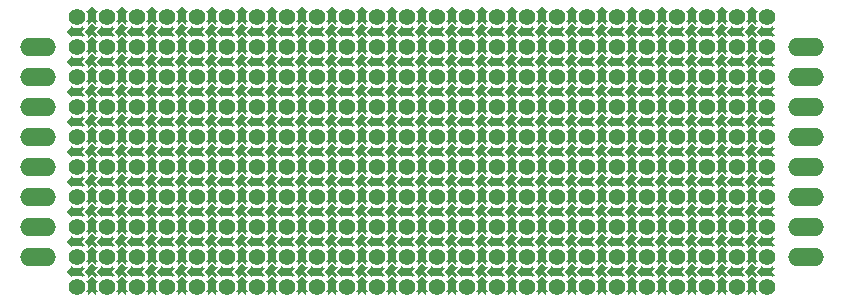
<source format=gbr>
G04 #@! TF.GenerationSoftware,KiCad,Pcbnew,9.0.1*
G04 #@! TF.CreationDate,2025-05-07T00:03:20-04:00*
G04 #@! TF.ProjectId,matrix-protoboard_10x24,6d617472-6978-42d7-9072-6f746f626f61,rev?*
G04 #@! TF.SameCoordinates,Original*
G04 #@! TF.FileFunction,Copper,L1,Top*
G04 #@! TF.FilePolarity,Positive*
%FSLAX46Y46*%
G04 Gerber Fmt 4.6, Leading zero omitted, Abs format (unit mm)*
G04 Created by KiCad (PCBNEW 9.0.1) date 2025-05-07 00:03:20*
%MOMM*%
%LPD*%
G01*
G04 APERTURE LIST*
G04 Aperture macros list*
%AMOutline4P*
0 Free polygon, 4 corners , with rotation*
0 The origin of the aperture is its center*
0 number of corners: always 4*
0 $1 to $8 corner X, Y*
0 $9 Rotation angle, in degrees counterclockwise*
0 create outline with 4 corners*
4,1,4,$1,$2,$3,$4,$5,$6,$7,$8,$1,$2,$9*%
G04 Aperture macros list end*
G04 #@! TA.AperFunction,ComponentPad*
%ADD10C,1.400000*%
G04 #@! TD*
G04 #@! TA.AperFunction,SMDPad,CuDef*
%ADD11Outline4P,-0.247450X-0.123750X0.247450X-0.123750X0.000050X0.123750X-0.000050X0.123750X45.000000*%
G04 #@! TD*
G04 #@! TA.AperFunction,SMDPad,CuDef*
%ADD12Outline4P,-0.282750X-0.141400X0.282750X-0.141400X0.000050X0.141400X-0.000050X0.141400X315.000000*%
G04 #@! TD*
G04 #@! TA.AperFunction,SMDPad,CuDef*
%ADD13Outline4P,-0.282750X-0.141400X0.282750X-0.141400X0.000050X0.141400X-0.000050X0.141400X225.000000*%
G04 #@! TD*
G04 #@! TA.AperFunction,SMDPad,CuDef*
%ADD14Outline4P,-0.349950X-0.175000X0.349950X-0.175000X0.000050X0.175000X-0.000050X0.175000X0.000000*%
G04 #@! TD*
G04 #@! TA.AperFunction,SMDPad,CuDef*
%ADD15R,0.700000X0.850000*%
G04 #@! TD*
G04 #@! TA.AperFunction,SMDPad,CuDef*
%ADD16Outline4P,-0.282750X-0.141400X0.282750X-0.141400X0.000050X0.141400X-0.000050X0.141400X45.000000*%
G04 #@! TD*
G04 #@! TA.AperFunction,SMDPad,CuDef*
%ADD17Outline4P,-0.282750X-0.141400X0.282750X-0.141400X0.000050X0.141400X-0.000050X0.141400X135.000000*%
G04 #@! TD*
G04 #@! TA.AperFunction,SMDPad,CuDef*
%ADD18Outline4P,-0.247450X-0.123750X0.247450X-0.123750X0.000050X0.123750X-0.000050X0.123750X315.000000*%
G04 #@! TD*
G04 #@! TA.AperFunction,SMDPad,CuDef*
%ADD19Outline4P,-0.247450X-0.123750X0.247450X-0.123750X0.000050X0.123750X-0.000050X0.123750X135.000000*%
G04 #@! TD*
G04 #@! TA.AperFunction,SMDPad,CuDef*
%ADD20Outline4P,-0.349950X-0.175000X0.349950X-0.175000X0.000050X0.175000X-0.000050X0.175000X90.000000*%
G04 #@! TD*
G04 #@! TA.AperFunction,SMDPad,CuDef*
%ADD21R,0.850000X0.700000*%
G04 #@! TD*
G04 #@! TA.AperFunction,SMDPad,CuDef*
%ADD22R,0.470000X0.520000*%
G04 #@! TD*
G04 #@! TA.AperFunction,SMDPad,CuDef*
%ADD23O,3.048000X1.524000*%
G04 #@! TD*
G04 APERTURE END LIST*
D10*
X164330000Y-118410000D03*
D11*
X129780000Y-113770000D03*
D12*
X129790000Y-112930000D03*
D13*
X129790000Y-113730000D03*
D14*
X130040000Y-112680000D03*
D15*
X130040000Y-113270000D03*
D16*
X130290000Y-112930000D03*
D17*
X130290000Y-113730000D03*
D18*
X130290000Y-113770000D03*
D10*
X141470000Y-105710000D03*
D19*
X141910000Y-112320000D03*
D16*
X141070000Y-112310000D03*
D12*
X141870000Y-112310000D03*
D20*
X140820000Y-112060000D03*
D21*
X141410000Y-112060000D03*
D17*
X141070000Y-111810000D03*
D13*
X141870000Y-111810000D03*
D11*
X141910000Y-111810000D03*
D10*
X144010000Y-105710000D03*
X146550000Y-120950000D03*
X136390000Y-110790000D03*
D11*
X152640000Y-118850000D03*
D12*
X152650000Y-118010000D03*
D13*
X152650000Y-118810000D03*
D14*
X152900000Y-117760000D03*
D15*
X152900000Y-118350000D03*
D16*
X153150000Y-118010000D03*
D17*
X153150000Y-118810000D03*
D18*
X153150000Y-118850000D03*
D20*
X129570000Y-124760000D03*
D11*
X129780000Y-125020000D03*
D22*
X129980000Y-124675000D03*
D14*
X130040000Y-124290000D03*
D11*
X130300000Y-124500000D03*
D18*
X130300000Y-125020000D03*
D19*
X130300000Y-125020000D03*
D11*
X112000000Y-116310000D03*
D12*
X112010000Y-115470000D03*
D13*
X112010000Y-116270000D03*
D14*
X112260000Y-115220000D03*
D15*
X112260000Y-115810000D03*
D16*
X112510000Y-115470000D03*
D17*
X112510000Y-116270000D03*
D18*
X112510000Y-116310000D03*
D23*
X172712000Y-123490000D03*
X172712000Y-110790000D03*
D19*
X121590000Y-125020000D03*
D16*
X120750000Y-125010000D03*
D12*
X121550000Y-125010000D03*
D20*
X120500000Y-124760000D03*
D21*
X121090000Y-124760000D03*
D17*
X120750000Y-124510000D03*
D13*
X121550000Y-124510000D03*
D11*
X121590000Y-124510000D03*
X129780000Y-126470000D03*
D12*
X129790000Y-125630000D03*
D13*
X129790000Y-126430000D03*
D14*
X130040000Y-125380000D03*
D15*
X130040000Y-125970000D03*
D16*
X130290000Y-125630000D03*
D17*
X130290000Y-126430000D03*
D18*
X130290000Y-126470000D03*
D20*
X114330000Y-117140000D03*
D11*
X114540000Y-117400000D03*
D22*
X114740000Y-117055000D03*
D14*
X114800000Y-116670000D03*
D11*
X115060000Y-116880000D03*
D19*
X115060000Y-117400000D03*
D18*
X115060000Y-117400000D03*
D19*
X139370000Y-109780000D03*
D16*
X138530000Y-109770000D03*
D12*
X139330000Y-109770000D03*
D20*
X138280000Y-109520000D03*
D21*
X138870000Y-109520000D03*
D17*
X138530000Y-109270000D03*
D13*
X139330000Y-109270000D03*
D11*
X139370000Y-109270000D03*
D10*
X126230000Y-113330000D03*
D11*
X117080000Y-129010000D03*
D12*
X117090000Y-128170000D03*
D13*
X117090000Y-128970000D03*
D14*
X117340000Y-127920000D03*
D15*
X117340000Y-128510000D03*
D16*
X117590000Y-128170000D03*
D17*
X117590000Y-128970000D03*
D18*
X117590000Y-129010000D03*
D19*
X124130000Y-122480000D03*
D16*
X123290000Y-122470000D03*
D12*
X124090000Y-122470000D03*
D20*
X123040000Y-122220000D03*
D21*
X123630000Y-122220000D03*
D17*
X123290000Y-121970000D03*
D13*
X124090000Y-121970000D03*
D11*
X124130000Y-121970000D03*
D20*
X139730000Y-127300000D03*
D11*
X139940000Y-127560000D03*
D22*
X140140000Y-127215000D03*
D14*
X140200000Y-126830000D03*
D11*
X140460000Y-127040000D03*
D19*
X140460000Y-127560000D03*
D18*
X140460000Y-127560000D03*
D19*
X149530000Y-125020000D03*
D16*
X148690000Y-125010000D03*
D12*
X149490000Y-125010000D03*
D20*
X148440000Y-124760000D03*
D21*
X149030000Y-124760000D03*
D17*
X148690000Y-124510000D03*
D13*
X149490000Y-124510000D03*
D11*
X149530000Y-124510000D03*
X112000000Y-121390000D03*
D12*
X112010000Y-120550000D03*
D13*
X112010000Y-121350000D03*
D14*
X112260000Y-120300000D03*
D15*
X112260000Y-120890000D03*
D16*
X112510000Y-120550000D03*
D17*
X112510000Y-121350000D03*
D18*
X112510000Y-121390000D03*
D10*
X166870000Y-123490000D03*
X146550000Y-126030000D03*
D19*
X119050000Y-114860000D03*
D16*
X118210000Y-114850000D03*
D12*
X119010000Y-114850000D03*
D20*
X117960000Y-114600000D03*
D21*
X118550000Y-114600000D03*
D17*
X118210000Y-114350000D03*
D13*
X119010000Y-114350000D03*
D11*
X119050000Y-114350000D03*
X137400000Y-108690000D03*
D12*
X137410000Y-107850000D03*
D13*
X137410000Y-108650000D03*
D14*
X137660000Y-107600000D03*
D15*
X137660000Y-108190000D03*
D16*
X137910000Y-107850000D03*
D17*
X137910000Y-108650000D03*
D18*
X137910000Y-108690000D03*
D10*
X118610000Y-115870000D03*
X123690000Y-115870000D03*
D20*
X124490000Y-114600000D03*
D11*
X124700000Y-114860000D03*
D22*
X124900000Y-114515000D03*
D14*
X124960000Y-114130000D03*
D11*
X125220000Y-114340000D03*
D19*
X125220000Y-114860000D03*
D18*
X125220000Y-114860000D03*
D10*
X164330000Y-120950000D03*
D19*
X111430000Y-117400000D03*
D16*
X110590000Y-117390000D03*
D12*
X111390000Y-117390000D03*
D20*
X110340000Y-117140000D03*
D21*
X110930000Y-117140000D03*
D17*
X110590000Y-116890000D03*
D13*
X111390000Y-116890000D03*
D11*
X111430000Y-116890000D03*
D20*
X162590000Y-124760000D03*
D11*
X162800000Y-125020000D03*
D22*
X163000000Y-124675000D03*
D14*
X163060000Y-124290000D03*
D11*
X163320000Y-124500000D03*
D19*
X163320000Y-125020000D03*
D18*
X163320000Y-125020000D03*
D10*
X128770000Y-123490000D03*
D11*
X152640000Y-123930000D03*
D12*
X152650000Y-123090000D03*
D13*
X152650000Y-123890000D03*
D14*
X152900000Y-122840000D03*
D15*
X152900000Y-123430000D03*
D16*
X153150000Y-123090000D03*
D17*
X153150000Y-123890000D03*
D18*
X153150000Y-123930000D03*
D20*
X154970000Y-109520000D03*
D11*
X155180000Y-109780000D03*
D22*
X155380000Y-109435000D03*
D14*
X155440000Y-109050000D03*
D11*
X155700000Y-109260000D03*
D19*
X155700000Y-109780000D03*
D18*
X155700000Y-109780000D03*
D10*
X154170000Y-118410000D03*
D19*
X164770000Y-107240000D03*
D16*
X163930000Y-107230000D03*
D12*
X164730000Y-107230000D03*
D20*
X163680000Y-106980000D03*
D21*
X164270000Y-106980000D03*
D17*
X163930000Y-106730000D03*
D13*
X164730000Y-106730000D03*
D11*
X164770000Y-106730000D03*
X124700000Y-121390000D03*
D12*
X124710000Y-120550000D03*
D13*
X124710000Y-121350000D03*
D14*
X124960000Y-120300000D03*
D15*
X124960000Y-120890000D03*
D16*
X125210000Y-120550000D03*
D17*
X125210000Y-121350000D03*
D18*
X125210000Y-121390000D03*
D19*
X116510000Y-107240000D03*
D16*
X115670000Y-107230000D03*
D12*
X116470000Y-107230000D03*
D20*
X115420000Y-106980000D03*
D21*
X116010000Y-106980000D03*
D17*
X115670000Y-106730000D03*
D13*
X116470000Y-106730000D03*
D11*
X116510000Y-106730000D03*
D20*
X116870000Y-127300000D03*
D11*
X117080000Y-127560000D03*
D22*
X117280000Y-127215000D03*
D14*
X117340000Y-126830000D03*
D11*
X117600000Y-127040000D03*
D18*
X117600000Y-127560000D03*
D19*
X117600000Y-127560000D03*
D10*
X169410000Y-105710000D03*
D19*
X136830000Y-109780000D03*
D16*
X135990000Y-109770000D03*
D12*
X136790000Y-109770000D03*
D20*
X135740000Y-109520000D03*
D21*
X136330000Y-109520000D03*
D17*
X135990000Y-109270000D03*
D13*
X136790000Y-109270000D03*
D11*
X136830000Y-109270000D03*
X152640000Y-116310000D03*
D12*
X152650000Y-115470000D03*
D13*
X152650000Y-116270000D03*
D14*
X152900000Y-115220000D03*
D15*
X152900000Y-115810000D03*
D16*
X153150000Y-115470000D03*
D17*
X153150000Y-116270000D03*
D18*
X153150000Y-116310000D03*
D10*
X144010000Y-115870000D03*
D19*
X167310000Y-127560000D03*
D16*
X166470000Y-127550000D03*
D12*
X167270000Y-127550000D03*
D20*
X166220000Y-127300000D03*
D21*
X166810000Y-127300000D03*
D17*
X166470000Y-127050000D03*
D13*
X167270000Y-127050000D03*
D11*
X167310000Y-127050000D03*
X155180000Y-108690000D03*
D12*
X155190000Y-107850000D03*
D13*
X155190000Y-108650000D03*
D14*
X155440000Y-107600000D03*
D15*
X155440000Y-108190000D03*
D16*
X155690000Y-107850000D03*
D17*
X155690000Y-108650000D03*
D18*
X155690000Y-108690000D03*
D10*
X133850000Y-118410000D03*
D20*
X116870000Y-112060000D03*
D11*
X117080000Y-112320000D03*
D22*
X117280000Y-111975000D03*
D14*
X117340000Y-111590000D03*
D11*
X117600000Y-111800000D03*
D19*
X117600000Y-112320000D03*
D18*
X117600000Y-112320000D03*
D19*
X111430000Y-119940000D03*
D16*
X110590000Y-119930000D03*
D12*
X111390000Y-119930000D03*
D20*
X110340000Y-119680000D03*
D21*
X110930000Y-119680000D03*
D17*
X110590000Y-119430000D03*
D13*
X111390000Y-119430000D03*
D11*
X111430000Y-119430000D03*
D23*
X107688000Y-118410000D03*
D11*
X167880000Y-123930000D03*
D12*
X167890000Y-123090000D03*
D13*
X167890000Y-123890000D03*
D14*
X168140000Y-122840000D03*
D15*
X168140000Y-123430000D03*
D16*
X168390000Y-123090000D03*
D17*
X168390000Y-123890000D03*
D18*
X168390000Y-123930000D03*
D10*
X121150000Y-123490000D03*
D11*
X152640000Y-108690000D03*
D12*
X152650000Y-107850000D03*
D13*
X152650000Y-108650000D03*
D14*
X152900000Y-107600000D03*
D15*
X152900000Y-108190000D03*
D16*
X153150000Y-107850000D03*
D17*
X153150000Y-108650000D03*
D18*
X153150000Y-108690000D03*
D10*
X169410000Y-113330000D03*
X123690000Y-120950000D03*
D19*
X141910000Y-107240000D03*
D16*
X141070000Y-107230000D03*
D12*
X141870000Y-107230000D03*
D20*
X140820000Y-106980000D03*
D21*
X141410000Y-106980000D03*
D17*
X141070000Y-106730000D03*
D13*
X141870000Y-106730000D03*
D11*
X141910000Y-106730000D03*
D10*
X161790000Y-105710000D03*
X138930000Y-115870000D03*
X161790000Y-115870000D03*
D11*
X132320000Y-116310000D03*
D12*
X132330000Y-115470000D03*
D13*
X132330000Y-116270000D03*
D14*
X132580000Y-115220000D03*
D15*
X132580000Y-115810000D03*
D16*
X132830000Y-115470000D03*
D17*
X132830000Y-116270000D03*
D18*
X132830000Y-116310000D03*
D11*
X142480000Y-116310000D03*
D12*
X142490000Y-115470000D03*
D13*
X142490000Y-116270000D03*
D14*
X142740000Y-115220000D03*
D15*
X142740000Y-115810000D03*
D16*
X142990000Y-115470000D03*
D17*
X142990000Y-116270000D03*
D18*
X142990000Y-116310000D03*
D10*
X151630000Y-123490000D03*
D20*
X165130000Y-127300000D03*
D11*
X165340000Y-127560000D03*
D22*
X165540000Y-127215000D03*
D14*
X165600000Y-126830000D03*
D11*
X165860000Y-127040000D03*
D18*
X165860000Y-127560000D03*
D19*
X165860000Y-127560000D03*
D23*
X107688000Y-115870000D03*
D20*
X152430000Y-119680000D03*
D11*
X152640000Y-119940000D03*
D22*
X152840000Y-119595000D03*
D14*
X152900000Y-119210000D03*
D11*
X153160000Y-119420000D03*
D19*
X153160000Y-119940000D03*
D18*
X153160000Y-119940000D03*
D19*
X119050000Y-125020000D03*
D16*
X118210000Y-125010000D03*
D12*
X119010000Y-125010000D03*
D20*
X117960000Y-124760000D03*
D21*
X118550000Y-124760000D03*
D17*
X118210000Y-124510000D03*
D13*
X119010000Y-124510000D03*
D11*
X119050000Y-124510000D03*
D19*
X134290000Y-112320000D03*
D16*
X133450000Y-112310000D03*
D12*
X134250000Y-112310000D03*
D20*
X133200000Y-112060000D03*
D21*
X133790000Y-112060000D03*
D17*
X133450000Y-111810000D03*
D13*
X134250000Y-111810000D03*
D11*
X134290000Y-111810000D03*
D10*
X151630000Y-105710000D03*
X146550000Y-113330000D03*
D20*
X157510000Y-122220000D03*
D11*
X157720000Y-122480000D03*
D22*
X157920000Y-122135000D03*
D14*
X157980000Y-121750000D03*
D11*
X158240000Y-121960000D03*
D18*
X158240000Y-122480000D03*
D19*
X158240000Y-122480000D03*
D11*
X150100000Y-111230000D03*
D12*
X150110000Y-110390000D03*
D13*
X150110000Y-111190000D03*
D14*
X150360000Y-110140000D03*
D15*
X150360000Y-110730000D03*
D16*
X150610000Y-110390000D03*
D17*
X150610000Y-111190000D03*
D18*
X150610000Y-111230000D03*
D11*
X165340000Y-111230000D03*
D12*
X165350000Y-110390000D03*
D13*
X165350000Y-111190000D03*
D14*
X165600000Y-110140000D03*
D15*
X165600000Y-110730000D03*
D16*
X165850000Y-110390000D03*
D17*
X165850000Y-111190000D03*
D18*
X165850000Y-111230000D03*
D11*
X160260000Y-108690000D03*
D12*
X160270000Y-107850000D03*
D13*
X160270000Y-108650000D03*
D14*
X160520000Y-107600000D03*
D15*
X160520000Y-108190000D03*
D16*
X160770000Y-107850000D03*
D17*
X160770000Y-108650000D03*
D18*
X160770000Y-108690000D03*
D10*
X154170000Y-108250000D03*
D20*
X116870000Y-106980000D03*
D11*
X117080000Y-107240000D03*
D22*
X117280000Y-106895000D03*
D14*
X117340000Y-106510000D03*
D11*
X117600000Y-106720000D03*
D18*
X117600000Y-107240000D03*
D19*
X117600000Y-107240000D03*
X131750000Y-114860000D03*
D16*
X130910000Y-114850000D03*
D12*
X131710000Y-114850000D03*
D20*
X130660000Y-114600000D03*
D21*
X131250000Y-114600000D03*
D17*
X130910000Y-114350000D03*
D13*
X131710000Y-114350000D03*
D11*
X131750000Y-114350000D03*
D19*
X124130000Y-114860000D03*
D16*
X123290000Y-114850000D03*
D12*
X124090000Y-114850000D03*
D20*
X123040000Y-114600000D03*
D21*
X123630000Y-114600000D03*
D17*
X123290000Y-114350000D03*
D13*
X124090000Y-114350000D03*
D11*
X124130000Y-114350000D03*
D20*
X160050000Y-127300000D03*
D11*
X160260000Y-127560000D03*
D22*
X160460000Y-127215000D03*
D14*
X160520000Y-126830000D03*
D11*
X160780000Y-127040000D03*
D18*
X160780000Y-127560000D03*
D19*
X160780000Y-127560000D03*
D20*
X147350000Y-109520000D03*
D11*
X147560000Y-109780000D03*
D22*
X147760000Y-109435000D03*
D14*
X147820000Y-109050000D03*
D11*
X148080000Y-109260000D03*
D19*
X148080000Y-109780000D03*
D18*
X148080000Y-109780000D03*
D11*
X157720000Y-123930000D03*
D12*
X157730000Y-123090000D03*
D13*
X157730000Y-123890000D03*
D14*
X157980000Y-122840000D03*
D15*
X157980000Y-123430000D03*
D16*
X158230000Y-123090000D03*
D17*
X158230000Y-123890000D03*
D18*
X158230000Y-123930000D03*
D20*
X121950000Y-114600000D03*
D11*
X122160000Y-114860000D03*
D22*
X122360000Y-114515000D03*
D14*
X122420000Y-114130000D03*
D11*
X122680000Y-114340000D03*
D19*
X122680000Y-114860000D03*
D18*
X122680000Y-114860000D03*
D10*
X136390000Y-120950000D03*
D11*
X122160000Y-113770000D03*
D12*
X122170000Y-112930000D03*
D13*
X122170000Y-113730000D03*
D14*
X122420000Y-112680000D03*
D15*
X122420000Y-113270000D03*
D16*
X122670000Y-112930000D03*
D17*
X122670000Y-113730000D03*
D18*
X122670000Y-113770000D03*
D20*
X167670000Y-106980000D03*
D11*
X167880000Y-107240000D03*
D22*
X168080000Y-106895000D03*
D14*
X168140000Y-106510000D03*
D11*
X168400000Y-106720000D03*
D18*
X168400000Y-107240000D03*
D19*
X168400000Y-107240000D03*
D11*
X122160000Y-121390000D03*
D12*
X122170000Y-120550000D03*
D13*
X122170000Y-121350000D03*
D14*
X122420000Y-120300000D03*
D15*
X122420000Y-120890000D03*
D16*
X122670000Y-120550000D03*
D17*
X122670000Y-121350000D03*
D18*
X122670000Y-121390000D03*
D10*
X159250000Y-110790000D03*
D19*
X157150000Y-112320000D03*
D16*
X156310000Y-112310000D03*
D12*
X157110000Y-112310000D03*
D20*
X156060000Y-112060000D03*
D21*
X156650000Y-112060000D03*
D17*
X156310000Y-111810000D03*
D13*
X157110000Y-111810000D03*
D11*
X157150000Y-111810000D03*
X119620000Y-116310000D03*
D12*
X119630000Y-115470000D03*
D13*
X119630000Y-116270000D03*
D14*
X119880000Y-115220000D03*
D15*
X119880000Y-115810000D03*
D16*
X120130000Y-115470000D03*
D17*
X120130000Y-116270000D03*
D18*
X120130000Y-116310000D03*
D19*
X119050000Y-117400000D03*
D16*
X118210000Y-117390000D03*
D12*
X119010000Y-117390000D03*
D20*
X117960000Y-117140000D03*
D21*
X118550000Y-117140000D03*
D17*
X118210000Y-116890000D03*
D13*
X119010000Y-116890000D03*
D11*
X119050000Y-116890000D03*
D19*
X167310000Y-117400000D03*
D16*
X166470000Y-117390000D03*
D12*
X167270000Y-117390000D03*
D20*
X166220000Y-117140000D03*
D21*
X166810000Y-117140000D03*
D17*
X166470000Y-116890000D03*
D13*
X167270000Y-116890000D03*
D11*
X167310000Y-116890000D03*
D19*
X134290000Y-125020000D03*
D16*
X133450000Y-125010000D03*
D12*
X134250000Y-125010000D03*
D20*
X133200000Y-124760000D03*
D21*
X133790000Y-124760000D03*
D17*
X133450000Y-124510000D03*
D13*
X134250000Y-124510000D03*
D11*
X134290000Y-124510000D03*
D20*
X119410000Y-112060000D03*
D11*
X119620000Y-112320000D03*
D22*
X119820000Y-111975000D03*
D14*
X119880000Y-111590000D03*
D11*
X120140000Y-111800000D03*
D18*
X120140000Y-112320000D03*
D19*
X120140000Y-112320000D03*
D20*
X124490000Y-117140000D03*
D11*
X124700000Y-117400000D03*
D22*
X124900000Y-117055000D03*
D14*
X124960000Y-116670000D03*
D11*
X125220000Y-116880000D03*
D19*
X125220000Y-117400000D03*
D18*
X125220000Y-117400000D03*
D11*
X139940000Y-116310000D03*
D12*
X139950000Y-115470000D03*
D13*
X139950000Y-116270000D03*
D14*
X140200000Y-115220000D03*
D15*
X140200000Y-115810000D03*
D16*
X140450000Y-115470000D03*
D17*
X140450000Y-116270000D03*
D18*
X140450000Y-116310000D03*
D19*
X159690000Y-117400000D03*
D16*
X158850000Y-117390000D03*
D12*
X159650000Y-117390000D03*
D20*
X158600000Y-117140000D03*
D21*
X159190000Y-117140000D03*
D17*
X158850000Y-116890000D03*
D13*
X159650000Y-116890000D03*
D11*
X159690000Y-116890000D03*
X155180000Y-118850000D03*
D12*
X155190000Y-118010000D03*
D13*
X155190000Y-118810000D03*
D14*
X155440000Y-117760000D03*
D15*
X155440000Y-118350000D03*
D16*
X155690000Y-118010000D03*
D17*
X155690000Y-118810000D03*
D18*
X155690000Y-118850000D03*
D11*
X150100000Y-123930000D03*
D12*
X150110000Y-123090000D03*
D13*
X150110000Y-123890000D03*
D14*
X150360000Y-122840000D03*
D15*
X150360000Y-123430000D03*
D16*
X150610000Y-123090000D03*
D17*
X150610000Y-123890000D03*
D18*
X150610000Y-123930000D03*
D10*
X113530000Y-128570000D03*
X144010000Y-126030000D03*
D20*
X114330000Y-114600000D03*
D11*
X114540000Y-114860000D03*
D22*
X114740000Y-114515000D03*
D14*
X114800000Y-114130000D03*
D11*
X115060000Y-114340000D03*
D18*
X115060000Y-114860000D03*
D19*
X115060000Y-114860000D03*
D10*
X121150000Y-113330000D03*
D20*
X132110000Y-119680000D03*
D11*
X132320000Y-119940000D03*
D22*
X132520000Y-119595000D03*
D14*
X132580000Y-119210000D03*
D11*
X132840000Y-119420000D03*
D18*
X132840000Y-119940000D03*
D19*
X132840000Y-119940000D03*
D10*
X144010000Y-128570000D03*
X116070000Y-105710000D03*
D23*
X172712000Y-120950000D03*
D11*
X129780000Y-123930000D03*
D12*
X129790000Y-123090000D03*
D13*
X129790000Y-123890000D03*
D14*
X130040000Y-122840000D03*
D15*
X130040000Y-123430000D03*
D16*
X130290000Y-123090000D03*
D17*
X130290000Y-123890000D03*
D18*
X130290000Y-123930000D03*
D20*
X132110000Y-127300000D03*
D11*
X132320000Y-127560000D03*
D22*
X132520000Y-127215000D03*
D14*
X132580000Y-126830000D03*
D11*
X132840000Y-127040000D03*
D18*
X132840000Y-127560000D03*
D19*
X132840000Y-127560000D03*
D20*
X137190000Y-119680000D03*
D11*
X137400000Y-119940000D03*
D22*
X137600000Y-119595000D03*
D14*
X137660000Y-119210000D03*
D11*
X137920000Y-119420000D03*
D19*
X137920000Y-119940000D03*
D18*
X137920000Y-119940000D03*
D20*
X144810000Y-109520000D03*
D11*
X145020000Y-109780000D03*
D22*
X145220000Y-109435000D03*
D14*
X145280000Y-109050000D03*
D11*
X145540000Y-109260000D03*
D19*
X145540000Y-109780000D03*
D18*
X145540000Y-109780000D03*
D11*
X142480000Y-118850000D03*
D12*
X142490000Y-118010000D03*
D13*
X142490000Y-118810000D03*
D14*
X142740000Y-117760000D03*
D15*
X142740000Y-118350000D03*
D16*
X142990000Y-118010000D03*
D17*
X142990000Y-118810000D03*
D18*
X142990000Y-118850000D03*
D19*
X149530000Y-117400000D03*
D16*
X148690000Y-117390000D03*
D12*
X149490000Y-117390000D03*
D20*
X148440000Y-117140000D03*
D21*
X149030000Y-117140000D03*
D17*
X148690000Y-116890000D03*
D13*
X149490000Y-116890000D03*
D11*
X149530000Y-116890000D03*
D10*
X133850000Y-113330000D03*
D19*
X126670000Y-107240000D03*
D16*
X125830000Y-107230000D03*
D12*
X126630000Y-107230000D03*
D20*
X125580000Y-106980000D03*
D21*
X126170000Y-106980000D03*
D17*
X125830000Y-106730000D03*
D13*
X126630000Y-106730000D03*
D11*
X126670000Y-106730000D03*
X165340000Y-123930000D03*
D12*
X165350000Y-123090000D03*
D13*
X165350000Y-123890000D03*
D14*
X165600000Y-122840000D03*
D15*
X165600000Y-123430000D03*
D16*
X165850000Y-123090000D03*
D17*
X165850000Y-123890000D03*
D18*
X165850000Y-123930000D03*
D20*
X160050000Y-114600000D03*
D11*
X160260000Y-114860000D03*
D22*
X160460000Y-114515000D03*
D14*
X160520000Y-114130000D03*
D11*
X160780000Y-114340000D03*
D19*
X160780000Y-114860000D03*
D18*
X160780000Y-114860000D03*
D11*
X112000000Y-113770000D03*
D12*
X112010000Y-112930000D03*
D13*
X112010000Y-113730000D03*
D14*
X112260000Y-112680000D03*
D15*
X112260000Y-113270000D03*
D16*
X112510000Y-112930000D03*
D17*
X112510000Y-113730000D03*
D18*
X112510000Y-113770000D03*
D11*
X145020000Y-126470000D03*
D12*
X145030000Y-125630000D03*
D13*
X145030000Y-126430000D03*
D14*
X145280000Y-125380000D03*
D15*
X145280000Y-125970000D03*
D16*
X145530000Y-125630000D03*
D17*
X145530000Y-126430000D03*
D18*
X145530000Y-126470000D03*
D11*
X160260000Y-111230000D03*
D12*
X160270000Y-110390000D03*
D13*
X160270000Y-111190000D03*
D14*
X160520000Y-110140000D03*
D15*
X160520000Y-110730000D03*
D16*
X160770000Y-110390000D03*
D17*
X160770000Y-111190000D03*
D18*
X160770000Y-111230000D03*
D10*
X116070000Y-126030000D03*
D11*
X157720000Y-111230000D03*
D12*
X157730000Y-110390000D03*
D13*
X157730000Y-111190000D03*
D14*
X157980000Y-110140000D03*
D15*
X157980000Y-110730000D03*
D16*
X158230000Y-110390000D03*
D17*
X158230000Y-111190000D03*
D18*
X158230000Y-111230000D03*
D20*
X134650000Y-119680000D03*
D11*
X134860000Y-119940000D03*
D22*
X135060000Y-119595000D03*
D14*
X135120000Y-119210000D03*
D11*
X135380000Y-119420000D03*
D18*
X135380000Y-119940000D03*
D19*
X135380000Y-119940000D03*
D11*
X117080000Y-118850000D03*
D12*
X117090000Y-118010000D03*
D13*
X117090000Y-118810000D03*
D14*
X117340000Y-117760000D03*
D15*
X117340000Y-118350000D03*
D16*
X117590000Y-118010000D03*
D17*
X117590000Y-118810000D03*
D18*
X117590000Y-118850000D03*
D20*
X121950000Y-106980000D03*
D11*
X122160000Y-107240000D03*
D22*
X122360000Y-106895000D03*
D14*
X122420000Y-106510000D03*
D11*
X122680000Y-106720000D03*
D19*
X122680000Y-107240000D03*
D18*
X122680000Y-107240000D03*
D10*
X131310000Y-126030000D03*
D19*
X169850000Y-112320000D03*
D16*
X169010000Y-112310000D03*
D12*
X169810000Y-112310000D03*
D20*
X168760000Y-112060000D03*
D21*
X169350000Y-112060000D03*
D17*
X169010000Y-111810000D03*
D13*
X169810000Y-111810000D03*
D11*
X169850000Y-111810000D03*
D10*
X128770000Y-120950000D03*
D11*
X114540000Y-118850000D03*
D12*
X114550000Y-118010000D03*
D13*
X114550000Y-118810000D03*
D14*
X114800000Y-117760000D03*
D15*
X114800000Y-118350000D03*
D16*
X115050000Y-118010000D03*
D17*
X115050000Y-118810000D03*
D18*
X115050000Y-118850000D03*
D10*
X131310000Y-128570000D03*
D20*
X165130000Y-112060000D03*
D11*
X165340000Y-112320000D03*
D22*
X165540000Y-111975000D03*
D14*
X165600000Y-111590000D03*
D11*
X165860000Y-111800000D03*
D18*
X165860000Y-112320000D03*
D19*
X165860000Y-112320000D03*
D20*
X147350000Y-124760000D03*
D11*
X147560000Y-125020000D03*
D22*
X147760000Y-124675000D03*
D14*
X147820000Y-124290000D03*
D11*
X148080000Y-124500000D03*
D18*
X148080000Y-125020000D03*
D19*
X148080000Y-125020000D03*
D11*
X137400000Y-121390000D03*
D12*
X137410000Y-120550000D03*
D13*
X137410000Y-121350000D03*
D14*
X137660000Y-120300000D03*
D15*
X137660000Y-120890000D03*
D16*
X137910000Y-120550000D03*
D17*
X137910000Y-121350000D03*
D18*
X137910000Y-121390000D03*
D10*
X110990000Y-126030000D03*
D20*
X165130000Y-124760000D03*
D11*
X165340000Y-125020000D03*
D22*
X165540000Y-124675000D03*
D14*
X165600000Y-124290000D03*
D11*
X165860000Y-124500000D03*
D18*
X165860000Y-125020000D03*
D19*
X165860000Y-125020000D03*
X111430000Y-125020000D03*
D16*
X110590000Y-125010000D03*
D12*
X111390000Y-125010000D03*
D20*
X110340000Y-124760000D03*
D21*
X110930000Y-124760000D03*
D17*
X110590000Y-124510000D03*
D13*
X111390000Y-124510000D03*
D11*
X111430000Y-124510000D03*
D10*
X149090000Y-105710000D03*
X113530000Y-105710000D03*
X136390000Y-108250000D03*
D20*
X124490000Y-112060000D03*
D11*
X124700000Y-112320000D03*
D22*
X124900000Y-111975000D03*
D14*
X124960000Y-111590000D03*
D11*
X125220000Y-111800000D03*
D19*
X125220000Y-112320000D03*
D18*
X125220000Y-112320000D03*
D20*
X111790000Y-109520000D03*
D11*
X112000000Y-109780000D03*
D22*
X112200000Y-109435000D03*
D14*
X112260000Y-109050000D03*
D11*
X112520000Y-109260000D03*
D18*
X112520000Y-109780000D03*
D19*
X112520000Y-109780000D03*
D11*
X137400000Y-113770000D03*
D12*
X137410000Y-112930000D03*
D13*
X137410000Y-113730000D03*
D14*
X137660000Y-112680000D03*
D15*
X137660000Y-113270000D03*
D16*
X137910000Y-112930000D03*
D17*
X137910000Y-113730000D03*
D18*
X137910000Y-113770000D03*
D19*
X131750000Y-127560000D03*
D16*
X130910000Y-127550000D03*
D12*
X131710000Y-127550000D03*
D20*
X130660000Y-127300000D03*
D21*
X131250000Y-127300000D03*
D17*
X130910000Y-127050000D03*
D13*
X131710000Y-127050000D03*
D11*
X131750000Y-127050000D03*
D19*
X136830000Y-119940000D03*
D16*
X135990000Y-119930000D03*
D12*
X136790000Y-119930000D03*
D20*
X135740000Y-119680000D03*
D21*
X136330000Y-119680000D03*
D17*
X135990000Y-119430000D03*
D13*
X136790000Y-119430000D03*
D11*
X136830000Y-119430000D03*
X119620000Y-106150000D03*
D12*
X119630000Y-105310000D03*
D13*
X119630000Y-106110000D03*
D14*
X119880000Y-105060000D03*
D15*
X119880000Y-105650000D03*
D16*
X120130000Y-105310000D03*
D17*
X120130000Y-106110000D03*
D18*
X120130000Y-106150000D03*
D20*
X160050000Y-112060000D03*
D11*
X160260000Y-112320000D03*
D22*
X160460000Y-111975000D03*
D14*
X160520000Y-111590000D03*
D11*
X160780000Y-111800000D03*
D19*
X160780000Y-112320000D03*
D18*
X160780000Y-112320000D03*
D10*
X151630000Y-113330000D03*
D11*
X122160000Y-126470000D03*
D12*
X122170000Y-125630000D03*
D13*
X122170000Y-126430000D03*
D14*
X122420000Y-125380000D03*
D15*
X122420000Y-125970000D03*
D16*
X122670000Y-125630000D03*
D17*
X122670000Y-126430000D03*
D18*
X122670000Y-126470000D03*
D11*
X122160000Y-129010000D03*
D12*
X122170000Y-128170000D03*
D13*
X122170000Y-128970000D03*
D14*
X122420000Y-127920000D03*
D15*
X122420000Y-128510000D03*
D16*
X122670000Y-128170000D03*
D17*
X122670000Y-128970000D03*
D18*
X122670000Y-129010000D03*
D11*
X112000000Y-118850000D03*
D12*
X112010000Y-118010000D03*
D13*
X112010000Y-118810000D03*
D14*
X112260000Y-117760000D03*
D15*
X112260000Y-118350000D03*
D16*
X112510000Y-118010000D03*
D17*
X112510000Y-118810000D03*
D18*
X112510000Y-118850000D03*
D11*
X124700000Y-111230000D03*
D12*
X124710000Y-110390000D03*
D13*
X124710000Y-111190000D03*
D14*
X124960000Y-110140000D03*
D15*
X124960000Y-110730000D03*
D16*
X125210000Y-110390000D03*
D17*
X125210000Y-111190000D03*
D18*
X125210000Y-111230000D03*
D19*
X129210000Y-112320000D03*
D16*
X128370000Y-112310000D03*
D12*
X129170000Y-112310000D03*
D20*
X128120000Y-112060000D03*
D21*
X128710000Y-112060000D03*
D17*
X128370000Y-111810000D03*
D13*
X129170000Y-111810000D03*
D11*
X129210000Y-111810000D03*
D10*
X141470000Y-115870000D03*
D20*
X127030000Y-119680000D03*
D11*
X127240000Y-119940000D03*
D22*
X127440000Y-119595000D03*
D14*
X127500000Y-119210000D03*
D11*
X127760000Y-119420000D03*
D19*
X127760000Y-119940000D03*
D18*
X127760000Y-119940000D03*
D20*
X142270000Y-127300000D03*
D11*
X142480000Y-127560000D03*
D22*
X142680000Y-127215000D03*
D14*
X142740000Y-126830000D03*
D11*
X143000000Y-127040000D03*
D19*
X143000000Y-127560000D03*
D18*
X143000000Y-127560000D03*
D19*
X126670000Y-119940000D03*
D16*
X125830000Y-119930000D03*
D12*
X126630000Y-119930000D03*
D20*
X125580000Y-119680000D03*
D21*
X126170000Y-119680000D03*
D17*
X125830000Y-119430000D03*
D13*
X126630000Y-119430000D03*
D11*
X126670000Y-119430000D03*
D19*
X164770000Y-112320000D03*
D16*
X163930000Y-112310000D03*
D12*
X164730000Y-112310000D03*
D20*
X163680000Y-112060000D03*
D21*
X164270000Y-112060000D03*
D17*
X163930000Y-111810000D03*
D13*
X164730000Y-111810000D03*
D11*
X164770000Y-111810000D03*
X134860000Y-113770000D03*
D12*
X134870000Y-112930000D03*
D13*
X134870000Y-113730000D03*
D14*
X135120000Y-112680000D03*
D15*
X135120000Y-113270000D03*
D16*
X135370000Y-112930000D03*
D17*
X135370000Y-113730000D03*
D18*
X135370000Y-113770000D03*
D20*
X152430000Y-117140000D03*
D11*
X152640000Y-117400000D03*
D22*
X152840000Y-117055000D03*
D14*
X152900000Y-116670000D03*
D11*
X153160000Y-116880000D03*
D19*
X153160000Y-117400000D03*
D18*
X153160000Y-117400000D03*
D19*
X146990000Y-117400000D03*
D16*
X146150000Y-117390000D03*
D12*
X146950000Y-117390000D03*
D20*
X145900000Y-117140000D03*
D21*
X146490000Y-117140000D03*
D17*
X146150000Y-116890000D03*
D13*
X146950000Y-116890000D03*
D11*
X146990000Y-116890000D03*
X132320000Y-113770000D03*
D12*
X132330000Y-112930000D03*
D13*
X132330000Y-113730000D03*
D14*
X132580000Y-112680000D03*
D15*
X132580000Y-113270000D03*
D16*
X132830000Y-112930000D03*
D17*
X132830000Y-113730000D03*
D18*
X132830000Y-113770000D03*
D20*
X167670000Y-109520000D03*
D11*
X167880000Y-109780000D03*
D22*
X168080000Y-109435000D03*
D14*
X168140000Y-109050000D03*
D11*
X168400000Y-109260000D03*
D19*
X168400000Y-109780000D03*
D18*
X168400000Y-109780000D03*
D11*
X127240000Y-111230000D03*
D12*
X127250000Y-110390000D03*
D13*
X127250000Y-111190000D03*
D14*
X127500000Y-110140000D03*
D15*
X127500000Y-110730000D03*
D16*
X127750000Y-110390000D03*
D17*
X127750000Y-111190000D03*
D18*
X127750000Y-111230000D03*
D20*
X139730000Y-112060000D03*
D11*
X139940000Y-112320000D03*
D22*
X140140000Y-111975000D03*
D14*
X140200000Y-111590000D03*
D11*
X140460000Y-111800000D03*
D19*
X140460000Y-112320000D03*
D18*
X140460000Y-112320000D03*
D10*
X126230000Y-123490000D03*
D19*
X162230000Y-112320000D03*
D16*
X161390000Y-112310000D03*
D12*
X162190000Y-112310000D03*
D20*
X161140000Y-112060000D03*
D21*
X161730000Y-112060000D03*
D17*
X161390000Y-111810000D03*
D13*
X162190000Y-111810000D03*
D11*
X162230000Y-111810000D03*
D19*
X157150000Y-125020000D03*
D16*
X156310000Y-125010000D03*
D12*
X157110000Y-125010000D03*
D20*
X156060000Y-124760000D03*
D21*
X156650000Y-124760000D03*
D17*
X156310000Y-124510000D03*
D13*
X157110000Y-124510000D03*
D11*
X157150000Y-124510000D03*
D20*
X154970000Y-112060000D03*
D11*
X155180000Y-112320000D03*
D22*
X155380000Y-111975000D03*
D14*
X155440000Y-111590000D03*
D11*
X155700000Y-111800000D03*
D18*
X155700000Y-112320000D03*
D19*
X155700000Y-112320000D03*
D10*
X126230000Y-105710000D03*
D20*
X149890000Y-106980000D03*
D11*
X150100000Y-107240000D03*
D22*
X150300000Y-106895000D03*
D14*
X150360000Y-106510000D03*
D11*
X150620000Y-106720000D03*
D19*
X150620000Y-107240000D03*
D18*
X150620000Y-107240000D03*
D19*
X124130000Y-127560000D03*
D16*
X123290000Y-127550000D03*
D12*
X124090000Y-127550000D03*
D20*
X123040000Y-127300000D03*
D21*
X123630000Y-127300000D03*
D17*
X123290000Y-127050000D03*
D13*
X124090000Y-127050000D03*
D11*
X124130000Y-127050000D03*
X117080000Y-123930000D03*
D12*
X117090000Y-123090000D03*
D13*
X117090000Y-123890000D03*
D14*
X117340000Y-122840000D03*
D15*
X117340000Y-123430000D03*
D16*
X117590000Y-123090000D03*
D17*
X117590000Y-123890000D03*
D18*
X117590000Y-123930000D03*
D19*
X159690000Y-112320000D03*
D16*
X158850000Y-112310000D03*
D12*
X159650000Y-112310000D03*
D20*
X158600000Y-112060000D03*
D21*
X159190000Y-112060000D03*
D17*
X158850000Y-111810000D03*
D13*
X159650000Y-111810000D03*
D11*
X159690000Y-111810000D03*
D19*
X129210000Y-117400000D03*
D16*
X128370000Y-117390000D03*
D12*
X129170000Y-117390000D03*
D20*
X128120000Y-117140000D03*
D21*
X128710000Y-117140000D03*
D17*
X128370000Y-116890000D03*
D13*
X129170000Y-116890000D03*
D11*
X129210000Y-116890000D03*
D23*
X172712000Y-126030000D03*
D19*
X116510000Y-117400000D03*
D16*
X115670000Y-117390000D03*
D12*
X116470000Y-117390000D03*
D20*
X115420000Y-117140000D03*
D21*
X116010000Y-117140000D03*
D17*
X115670000Y-116890000D03*
D13*
X116470000Y-116890000D03*
D11*
X116510000Y-116890000D03*
D10*
X116070000Y-110790000D03*
D19*
X152070000Y-125020000D03*
D16*
X151230000Y-125010000D03*
D12*
X152030000Y-125010000D03*
D20*
X150980000Y-124760000D03*
D21*
X151570000Y-124760000D03*
D17*
X151230000Y-124510000D03*
D13*
X152030000Y-124510000D03*
D11*
X152070000Y-124510000D03*
D19*
X152070000Y-109780000D03*
D16*
X151230000Y-109770000D03*
D12*
X152030000Y-109770000D03*
D20*
X150980000Y-109520000D03*
D21*
X151570000Y-109520000D03*
D17*
X151230000Y-109270000D03*
D13*
X152030000Y-109270000D03*
D11*
X152070000Y-109270000D03*
D19*
X134290000Y-122480000D03*
D16*
X133450000Y-122470000D03*
D12*
X134250000Y-122470000D03*
D20*
X133200000Y-122220000D03*
D21*
X133790000Y-122220000D03*
D17*
X133450000Y-121970000D03*
D13*
X134250000Y-121970000D03*
D11*
X134290000Y-121970000D03*
D20*
X144810000Y-122220000D03*
D11*
X145020000Y-122480000D03*
D22*
X145220000Y-122135000D03*
D14*
X145280000Y-121750000D03*
D11*
X145540000Y-121960000D03*
D18*
X145540000Y-122480000D03*
D19*
X145540000Y-122480000D03*
D20*
X154970000Y-122220000D03*
D11*
X155180000Y-122480000D03*
D22*
X155380000Y-122135000D03*
D14*
X155440000Y-121750000D03*
D11*
X155700000Y-121960000D03*
D18*
X155700000Y-122480000D03*
D19*
X155700000Y-122480000D03*
D11*
X160260000Y-116310000D03*
D12*
X160270000Y-115470000D03*
D13*
X160270000Y-116270000D03*
D14*
X160520000Y-115220000D03*
D15*
X160520000Y-115810000D03*
D16*
X160770000Y-115470000D03*
D17*
X160770000Y-116270000D03*
D18*
X160770000Y-116310000D03*
D20*
X127030000Y-109520000D03*
D11*
X127240000Y-109780000D03*
D22*
X127440000Y-109435000D03*
D14*
X127500000Y-109050000D03*
D11*
X127760000Y-109260000D03*
D19*
X127760000Y-109780000D03*
D18*
X127760000Y-109780000D03*
D19*
X162230000Y-125020000D03*
D16*
X161390000Y-125010000D03*
D12*
X162190000Y-125010000D03*
D20*
X161140000Y-124760000D03*
D21*
X161730000Y-124760000D03*
D17*
X161390000Y-124510000D03*
D13*
X162190000Y-124510000D03*
D11*
X162230000Y-124510000D03*
X139940000Y-118850000D03*
D12*
X139950000Y-118010000D03*
D13*
X139950000Y-118810000D03*
D14*
X140200000Y-117760000D03*
D15*
X140200000Y-118350000D03*
D16*
X140450000Y-118010000D03*
D17*
X140450000Y-118810000D03*
D18*
X140450000Y-118850000D03*
D20*
X149890000Y-112060000D03*
D11*
X150100000Y-112320000D03*
D22*
X150300000Y-111975000D03*
D14*
X150360000Y-111590000D03*
D11*
X150620000Y-111800000D03*
D19*
X150620000Y-112320000D03*
D18*
X150620000Y-112320000D03*
D19*
X141910000Y-114860000D03*
D16*
X141070000Y-114850000D03*
D12*
X141870000Y-114850000D03*
D20*
X140820000Y-114600000D03*
D21*
X141410000Y-114600000D03*
D17*
X141070000Y-114350000D03*
D13*
X141870000Y-114350000D03*
D11*
X141910000Y-114350000D03*
D19*
X116510000Y-122480000D03*
D16*
X115670000Y-122470000D03*
D12*
X116470000Y-122470000D03*
D20*
X115420000Y-122220000D03*
D21*
X116010000Y-122220000D03*
D17*
X115670000Y-121970000D03*
D13*
X116470000Y-121970000D03*
D11*
X116510000Y-121970000D03*
D19*
X126670000Y-112320000D03*
D16*
X125830000Y-112310000D03*
D12*
X126630000Y-112310000D03*
D20*
X125580000Y-112060000D03*
D21*
X126170000Y-112060000D03*
D17*
X125830000Y-111810000D03*
D13*
X126630000Y-111810000D03*
D11*
X126670000Y-111810000D03*
D19*
X141910000Y-125020000D03*
D16*
X141070000Y-125010000D03*
D12*
X141870000Y-125010000D03*
D20*
X140820000Y-124760000D03*
D21*
X141410000Y-124760000D03*
D17*
X141070000Y-124510000D03*
D13*
X141870000Y-124510000D03*
D11*
X141910000Y-124510000D03*
D10*
X136390000Y-115870000D03*
X156710000Y-105710000D03*
D11*
X160260000Y-121390000D03*
D12*
X160270000Y-120550000D03*
D13*
X160270000Y-121350000D03*
D14*
X160520000Y-120300000D03*
D15*
X160520000Y-120890000D03*
D16*
X160770000Y-120550000D03*
D17*
X160770000Y-121350000D03*
D18*
X160770000Y-121390000D03*
D10*
X166870000Y-120950000D03*
X123690000Y-128570000D03*
D11*
X134860000Y-123930000D03*
D12*
X134870000Y-123090000D03*
D13*
X134870000Y-123890000D03*
D14*
X135120000Y-122840000D03*
D15*
X135120000Y-123430000D03*
D16*
X135370000Y-123090000D03*
D17*
X135370000Y-123890000D03*
D18*
X135370000Y-123930000D03*
D19*
X149530000Y-119940000D03*
D16*
X148690000Y-119930000D03*
D12*
X149490000Y-119930000D03*
D20*
X148440000Y-119680000D03*
D21*
X149030000Y-119680000D03*
D17*
X148690000Y-119430000D03*
D13*
X149490000Y-119430000D03*
D11*
X149530000Y-119430000D03*
X145020000Y-123930000D03*
D12*
X145030000Y-123090000D03*
D13*
X145030000Y-123890000D03*
D14*
X145280000Y-122840000D03*
D15*
X145280000Y-123430000D03*
D16*
X145530000Y-123090000D03*
D17*
X145530000Y-123890000D03*
D18*
X145530000Y-123930000D03*
D20*
X142270000Y-117140000D03*
D11*
X142480000Y-117400000D03*
D22*
X142680000Y-117055000D03*
D14*
X142740000Y-116670000D03*
D11*
X143000000Y-116880000D03*
D19*
X143000000Y-117400000D03*
D18*
X143000000Y-117400000D03*
D10*
X154170000Y-126030000D03*
X156710000Y-113330000D03*
D20*
X160050000Y-109520000D03*
D11*
X160260000Y-109780000D03*
D22*
X160460000Y-109435000D03*
D14*
X160520000Y-109050000D03*
D11*
X160780000Y-109260000D03*
D18*
X160780000Y-109780000D03*
D19*
X160780000Y-109780000D03*
D10*
X151630000Y-110790000D03*
D11*
X162800000Y-106150000D03*
D12*
X162810000Y-105310000D03*
D13*
X162810000Y-106110000D03*
D14*
X163060000Y-105060000D03*
D15*
X163060000Y-105650000D03*
D16*
X163310000Y-105310000D03*
D17*
X163310000Y-106110000D03*
D18*
X163310000Y-106150000D03*
D19*
X121590000Y-122480000D03*
D16*
X120750000Y-122470000D03*
D12*
X121550000Y-122470000D03*
D20*
X120500000Y-122220000D03*
D21*
X121090000Y-122220000D03*
D17*
X120750000Y-121970000D03*
D13*
X121550000Y-121970000D03*
D11*
X121590000Y-121970000D03*
D20*
X147350000Y-127300000D03*
D11*
X147560000Y-127560000D03*
D22*
X147760000Y-127215000D03*
D14*
X147820000Y-126830000D03*
D11*
X148080000Y-127040000D03*
D19*
X148080000Y-127560000D03*
D18*
X148080000Y-127560000D03*
D10*
X146550000Y-108250000D03*
D19*
X149530000Y-112320000D03*
D16*
X148690000Y-112310000D03*
D12*
X149490000Y-112310000D03*
D20*
X148440000Y-112060000D03*
D21*
X149030000Y-112060000D03*
D17*
X148690000Y-111810000D03*
D13*
X149490000Y-111810000D03*
D11*
X149530000Y-111810000D03*
X155180000Y-106150000D03*
D12*
X155190000Y-105310000D03*
D13*
X155190000Y-106110000D03*
D14*
X155440000Y-105060000D03*
D15*
X155440000Y-105650000D03*
D16*
X155690000Y-105310000D03*
D17*
X155690000Y-106110000D03*
D18*
X155690000Y-106150000D03*
D10*
X136390000Y-113330000D03*
D23*
X107688000Y-126030000D03*
D11*
X134860000Y-121390000D03*
D12*
X134870000Y-120550000D03*
D13*
X134870000Y-121350000D03*
D14*
X135120000Y-120300000D03*
D15*
X135120000Y-120890000D03*
D16*
X135370000Y-120550000D03*
D17*
X135370000Y-121350000D03*
D18*
X135370000Y-121390000D03*
D10*
X144010000Y-110790000D03*
D11*
X145020000Y-118850000D03*
D12*
X145030000Y-118010000D03*
D13*
X145030000Y-118810000D03*
D14*
X145280000Y-117760000D03*
D15*
X145280000Y-118350000D03*
D16*
X145530000Y-118010000D03*
D17*
X145530000Y-118810000D03*
D18*
X145530000Y-118850000D03*
D19*
X131750000Y-122480000D03*
D16*
X130910000Y-122470000D03*
D12*
X131710000Y-122470000D03*
D20*
X130660000Y-122220000D03*
D21*
X131250000Y-122220000D03*
D17*
X130910000Y-121970000D03*
D13*
X131710000Y-121970000D03*
D11*
X131750000Y-121970000D03*
X150100000Y-108690000D03*
D12*
X150110000Y-107850000D03*
D13*
X150110000Y-108650000D03*
D14*
X150360000Y-107600000D03*
D15*
X150360000Y-108190000D03*
D16*
X150610000Y-107850000D03*
D17*
X150610000Y-108650000D03*
D18*
X150610000Y-108690000D03*
D20*
X134650000Y-109520000D03*
D11*
X134860000Y-109780000D03*
D22*
X135060000Y-109435000D03*
D14*
X135120000Y-109050000D03*
D11*
X135380000Y-109260000D03*
D19*
X135380000Y-109780000D03*
D18*
X135380000Y-109780000D03*
D20*
X139730000Y-124760000D03*
D11*
X139940000Y-125020000D03*
D22*
X140140000Y-124675000D03*
D14*
X140200000Y-124290000D03*
D11*
X140460000Y-124500000D03*
D18*
X140460000Y-125020000D03*
D19*
X140460000Y-125020000D03*
D11*
X139940000Y-113770000D03*
D12*
X139950000Y-112930000D03*
D13*
X139950000Y-113730000D03*
D14*
X140200000Y-112680000D03*
D15*
X140200000Y-113270000D03*
D16*
X140450000Y-112930000D03*
D17*
X140450000Y-113730000D03*
D18*
X140450000Y-113770000D03*
D10*
X133850000Y-105710000D03*
D11*
X155180000Y-116310000D03*
D12*
X155190000Y-115470000D03*
D13*
X155190000Y-116270000D03*
D14*
X155440000Y-115220000D03*
D15*
X155440000Y-115810000D03*
D16*
X155690000Y-115470000D03*
D17*
X155690000Y-116270000D03*
D18*
X155690000Y-116310000D03*
D11*
X127240000Y-129010000D03*
D12*
X127250000Y-128170000D03*
D13*
X127250000Y-128970000D03*
D14*
X127500000Y-127920000D03*
D15*
X127500000Y-128510000D03*
D16*
X127750000Y-128170000D03*
D17*
X127750000Y-128970000D03*
D18*
X127750000Y-129010000D03*
D11*
X152640000Y-111230000D03*
D12*
X152650000Y-110390000D03*
D13*
X152650000Y-111190000D03*
D14*
X152900000Y-110140000D03*
D15*
X152900000Y-110730000D03*
D16*
X153150000Y-110390000D03*
D17*
X153150000Y-111190000D03*
D18*
X153150000Y-111230000D03*
D20*
X165130000Y-106980000D03*
D11*
X165340000Y-107240000D03*
D22*
X165540000Y-106895000D03*
D14*
X165600000Y-106510000D03*
D11*
X165860000Y-106720000D03*
D19*
X165860000Y-107240000D03*
D18*
X165860000Y-107240000D03*
D20*
X152430000Y-106980000D03*
D11*
X152640000Y-107240000D03*
D22*
X152840000Y-106895000D03*
D14*
X152900000Y-106510000D03*
D11*
X153160000Y-106720000D03*
D18*
X153160000Y-107240000D03*
D19*
X153160000Y-107240000D03*
X129210000Y-119940000D03*
D16*
X128370000Y-119930000D03*
D12*
X129170000Y-119930000D03*
D20*
X128120000Y-119680000D03*
D21*
X128710000Y-119680000D03*
D17*
X128370000Y-119430000D03*
D13*
X129170000Y-119430000D03*
D11*
X129210000Y-119430000D03*
X145020000Y-113770000D03*
D12*
X145030000Y-112930000D03*
D13*
X145030000Y-113730000D03*
D14*
X145280000Y-112680000D03*
D15*
X145280000Y-113270000D03*
D16*
X145530000Y-112930000D03*
D17*
X145530000Y-113730000D03*
D18*
X145530000Y-113770000D03*
D10*
X154170000Y-113330000D03*
X121150000Y-120950000D03*
D11*
X167880000Y-118850000D03*
D12*
X167890000Y-118010000D03*
D13*
X167890000Y-118810000D03*
D14*
X168140000Y-117760000D03*
D15*
X168140000Y-118350000D03*
D16*
X168390000Y-118010000D03*
D17*
X168390000Y-118810000D03*
D18*
X168390000Y-118850000D03*
D11*
X147560000Y-123930000D03*
D12*
X147570000Y-123090000D03*
D13*
X147570000Y-123890000D03*
D14*
X147820000Y-122840000D03*
D15*
X147820000Y-123430000D03*
D16*
X148070000Y-123090000D03*
D17*
X148070000Y-123890000D03*
D18*
X148070000Y-123930000D03*
D10*
X169410000Y-126030000D03*
D19*
X116510000Y-114860000D03*
D16*
X115670000Y-114850000D03*
D12*
X116470000Y-114850000D03*
D20*
X115420000Y-114600000D03*
D21*
X116010000Y-114600000D03*
D17*
X115670000Y-114350000D03*
D13*
X116470000Y-114350000D03*
D11*
X116510000Y-114350000D03*
D20*
X127030000Y-124760000D03*
D11*
X127240000Y-125020000D03*
D22*
X127440000Y-124675000D03*
D14*
X127500000Y-124290000D03*
D11*
X127760000Y-124500000D03*
D19*
X127760000Y-125020000D03*
D18*
X127760000Y-125020000D03*
D11*
X124700000Y-108690000D03*
D12*
X124710000Y-107850000D03*
D13*
X124710000Y-108650000D03*
D14*
X124960000Y-107600000D03*
D15*
X124960000Y-108190000D03*
D16*
X125210000Y-107850000D03*
D17*
X125210000Y-108650000D03*
D18*
X125210000Y-108690000D03*
D10*
X164330000Y-128570000D03*
D11*
X114540000Y-126470000D03*
D12*
X114550000Y-125630000D03*
D13*
X114550000Y-126430000D03*
D14*
X114800000Y-125380000D03*
D15*
X114800000Y-125970000D03*
D16*
X115050000Y-125630000D03*
D17*
X115050000Y-126430000D03*
D18*
X115050000Y-126470000D03*
D11*
X147560000Y-113770000D03*
D12*
X147570000Y-112930000D03*
D13*
X147570000Y-113730000D03*
D14*
X147820000Y-112680000D03*
D15*
X147820000Y-113270000D03*
D16*
X148070000Y-112930000D03*
D17*
X148070000Y-113730000D03*
D18*
X148070000Y-113770000D03*
D19*
X139370000Y-119940000D03*
D16*
X138530000Y-119930000D03*
D12*
X139330000Y-119930000D03*
D20*
X138280000Y-119680000D03*
D21*
X138870000Y-119680000D03*
D17*
X138530000Y-119430000D03*
D13*
X139330000Y-119430000D03*
D11*
X139370000Y-119430000D03*
D10*
X138930000Y-110790000D03*
D19*
X121590000Y-114860000D03*
D16*
X120750000Y-114850000D03*
D12*
X121550000Y-114850000D03*
D20*
X120500000Y-114600000D03*
D21*
X121090000Y-114600000D03*
D17*
X120750000Y-114350000D03*
D13*
X121550000Y-114350000D03*
D11*
X121590000Y-114350000D03*
D10*
X116070000Y-118410000D03*
D11*
X167880000Y-116310000D03*
D12*
X167890000Y-115470000D03*
D13*
X167890000Y-116270000D03*
D14*
X168140000Y-115220000D03*
D15*
X168140000Y-115810000D03*
D16*
X168390000Y-115470000D03*
D17*
X168390000Y-116270000D03*
D18*
X168390000Y-116310000D03*
D10*
X169410000Y-128570000D03*
D20*
X119410000Y-117140000D03*
D11*
X119620000Y-117400000D03*
D22*
X119820000Y-117055000D03*
D14*
X119880000Y-116670000D03*
D11*
X120140000Y-116880000D03*
D18*
X120140000Y-117400000D03*
D19*
X120140000Y-117400000D03*
D11*
X119620000Y-121390000D03*
D12*
X119630000Y-120550000D03*
D13*
X119630000Y-121350000D03*
D14*
X119880000Y-120300000D03*
D15*
X119880000Y-120890000D03*
D16*
X120130000Y-120550000D03*
D17*
X120130000Y-121350000D03*
D18*
X120130000Y-121390000D03*
D10*
X136390000Y-128570000D03*
D20*
X134650000Y-127300000D03*
D11*
X134860000Y-127560000D03*
D22*
X135060000Y-127215000D03*
D14*
X135120000Y-126830000D03*
D11*
X135380000Y-127040000D03*
D18*
X135380000Y-127560000D03*
D19*
X135380000Y-127560000D03*
X139370000Y-117400000D03*
D16*
X138530000Y-117390000D03*
D12*
X139330000Y-117390000D03*
D20*
X138280000Y-117140000D03*
D21*
X138870000Y-117140000D03*
D17*
X138530000Y-116890000D03*
D13*
X139330000Y-116890000D03*
D11*
X139370000Y-116890000D03*
D20*
X144810000Y-117140000D03*
D11*
X145020000Y-117400000D03*
D22*
X145220000Y-117055000D03*
D14*
X145280000Y-116670000D03*
D11*
X145540000Y-116880000D03*
D19*
X145540000Y-117400000D03*
D18*
X145540000Y-117400000D03*
D19*
X134290000Y-109780000D03*
D16*
X133450000Y-109770000D03*
D12*
X134250000Y-109770000D03*
D20*
X133200000Y-109520000D03*
D21*
X133790000Y-109520000D03*
D17*
X133450000Y-109270000D03*
D13*
X134250000Y-109270000D03*
D11*
X134290000Y-109270000D03*
D10*
X116070000Y-115870000D03*
D19*
X169850000Y-109780000D03*
D16*
X169010000Y-109770000D03*
D12*
X169810000Y-109770000D03*
D20*
X168760000Y-109520000D03*
D21*
X169350000Y-109520000D03*
D17*
X169010000Y-109270000D03*
D13*
X169810000Y-109270000D03*
D11*
X169850000Y-109270000D03*
D20*
X137190000Y-127300000D03*
D11*
X137400000Y-127560000D03*
D22*
X137600000Y-127215000D03*
D14*
X137660000Y-126830000D03*
D11*
X137920000Y-127040000D03*
D19*
X137920000Y-127560000D03*
D18*
X137920000Y-127560000D03*
D10*
X131310000Y-113330000D03*
D11*
X147560000Y-129010000D03*
D12*
X147570000Y-128170000D03*
D13*
X147570000Y-128970000D03*
D14*
X147820000Y-127920000D03*
D15*
X147820000Y-128510000D03*
D16*
X148070000Y-128170000D03*
D17*
X148070000Y-128970000D03*
D18*
X148070000Y-129010000D03*
D10*
X159250000Y-123490000D03*
D11*
X124700000Y-126470000D03*
D12*
X124710000Y-125630000D03*
D13*
X124710000Y-126430000D03*
D14*
X124960000Y-125380000D03*
D15*
X124960000Y-125970000D03*
D16*
X125210000Y-125630000D03*
D17*
X125210000Y-126430000D03*
D18*
X125210000Y-126470000D03*
D10*
X133850000Y-108250000D03*
D11*
X114540000Y-113770000D03*
D12*
X114550000Y-112930000D03*
D13*
X114550000Y-113730000D03*
D14*
X114800000Y-112680000D03*
D15*
X114800000Y-113270000D03*
D16*
X115050000Y-112930000D03*
D17*
X115050000Y-113730000D03*
D18*
X115050000Y-113770000D03*
D11*
X127240000Y-116310000D03*
D12*
X127250000Y-115470000D03*
D13*
X127250000Y-116270000D03*
D14*
X127500000Y-115220000D03*
D15*
X127500000Y-115810000D03*
D16*
X127750000Y-115470000D03*
D17*
X127750000Y-116270000D03*
D18*
X127750000Y-116310000D03*
D10*
X131310000Y-105710000D03*
D19*
X124130000Y-119940000D03*
D16*
X123290000Y-119930000D03*
D12*
X124090000Y-119930000D03*
D20*
X123040000Y-119680000D03*
D21*
X123630000Y-119680000D03*
D17*
X123290000Y-119430000D03*
D13*
X124090000Y-119430000D03*
D11*
X124130000Y-119430000D03*
X127240000Y-123930000D03*
D12*
X127250000Y-123090000D03*
D13*
X127250000Y-123890000D03*
D14*
X127500000Y-122840000D03*
D15*
X127500000Y-123430000D03*
D16*
X127750000Y-123090000D03*
D17*
X127750000Y-123890000D03*
D18*
X127750000Y-123930000D03*
D10*
X164330000Y-126030000D03*
D20*
X111790000Y-122220000D03*
D11*
X112000000Y-122480000D03*
D22*
X112200000Y-122135000D03*
D14*
X112260000Y-121750000D03*
D11*
X112520000Y-121960000D03*
D18*
X112520000Y-122480000D03*
D19*
X112520000Y-122480000D03*
D11*
X129780000Y-121390000D03*
D12*
X129790000Y-120550000D03*
D13*
X129790000Y-121350000D03*
D14*
X130040000Y-120300000D03*
D15*
X130040000Y-120890000D03*
D16*
X130290000Y-120550000D03*
D17*
X130290000Y-121350000D03*
D18*
X130290000Y-121390000D03*
D11*
X142480000Y-129010000D03*
D12*
X142490000Y-128170000D03*
D13*
X142490000Y-128970000D03*
D14*
X142740000Y-127920000D03*
D15*
X142740000Y-128510000D03*
D16*
X142990000Y-128170000D03*
D17*
X142990000Y-128970000D03*
D18*
X142990000Y-129010000D03*
D11*
X114540000Y-111230000D03*
D12*
X114550000Y-110390000D03*
D13*
X114550000Y-111190000D03*
D14*
X114800000Y-110140000D03*
D15*
X114800000Y-110730000D03*
D16*
X115050000Y-110390000D03*
D17*
X115050000Y-111190000D03*
D18*
X115050000Y-111230000D03*
D19*
X134290000Y-127560000D03*
D16*
X133450000Y-127550000D03*
D12*
X134250000Y-127550000D03*
D20*
X133200000Y-127300000D03*
D21*
X133790000Y-127300000D03*
D17*
X133450000Y-127050000D03*
D13*
X134250000Y-127050000D03*
D11*
X134290000Y-127050000D03*
D19*
X167310000Y-114860000D03*
D16*
X166470000Y-114850000D03*
D12*
X167270000Y-114850000D03*
D20*
X166220000Y-114600000D03*
D21*
X166810000Y-114600000D03*
D17*
X166470000Y-114350000D03*
D13*
X167270000Y-114350000D03*
D11*
X167310000Y-114350000D03*
D10*
X144010000Y-113330000D03*
D20*
X127030000Y-127300000D03*
D11*
X127240000Y-127560000D03*
D22*
X127440000Y-127215000D03*
D14*
X127500000Y-126830000D03*
D11*
X127760000Y-127040000D03*
D19*
X127760000Y-127560000D03*
D18*
X127760000Y-127560000D03*
D20*
X144810000Y-127300000D03*
D11*
X145020000Y-127560000D03*
D22*
X145220000Y-127215000D03*
D14*
X145280000Y-126830000D03*
D11*
X145540000Y-127040000D03*
D19*
X145540000Y-127560000D03*
D18*
X145540000Y-127560000D03*
D10*
X149090000Y-115870000D03*
D19*
X131750000Y-125020000D03*
D16*
X130910000Y-125010000D03*
D12*
X131710000Y-125010000D03*
D20*
X130660000Y-124760000D03*
D21*
X131250000Y-124760000D03*
D17*
X130910000Y-124510000D03*
D13*
X131710000Y-124510000D03*
D11*
X131750000Y-124510000D03*
D10*
X141470000Y-123490000D03*
X131310000Y-108250000D03*
D11*
X117080000Y-126470000D03*
D12*
X117090000Y-125630000D03*
D13*
X117090000Y-126430000D03*
D14*
X117340000Y-125380000D03*
D15*
X117340000Y-125970000D03*
D16*
X117590000Y-125630000D03*
D17*
X117590000Y-126430000D03*
D18*
X117590000Y-126470000D03*
D20*
X142270000Y-122220000D03*
D11*
X142480000Y-122480000D03*
D22*
X142680000Y-122135000D03*
D14*
X142740000Y-121750000D03*
D11*
X143000000Y-121960000D03*
D19*
X143000000Y-122480000D03*
D18*
X143000000Y-122480000D03*
D10*
X154170000Y-120950000D03*
D20*
X137190000Y-106980000D03*
D11*
X137400000Y-107240000D03*
D22*
X137600000Y-106895000D03*
D14*
X137660000Y-106510000D03*
D11*
X137920000Y-106720000D03*
D19*
X137920000Y-107240000D03*
D18*
X137920000Y-107240000D03*
D11*
X124700000Y-123930000D03*
D12*
X124710000Y-123090000D03*
D13*
X124710000Y-123890000D03*
D14*
X124960000Y-122840000D03*
D15*
X124960000Y-123430000D03*
D16*
X125210000Y-123090000D03*
D17*
X125210000Y-123890000D03*
D18*
X125210000Y-123930000D03*
D20*
X111790000Y-119680000D03*
D11*
X112000000Y-119940000D03*
D22*
X112200000Y-119595000D03*
D14*
X112260000Y-119210000D03*
D11*
X112520000Y-119420000D03*
D19*
X112520000Y-119940000D03*
D18*
X112520000Y-119940000D03*
D10*
X123690000Y-118410000D03*
D19*
X162230000Y-114860000D03*
D16*
X161390000Y-114850000D03*
D12*
X162190000Y-114850000D03*
D20*
X161140000Y-114600000D03*
D21*
X161730000Y-114600000D03*
D17*
X161390000Y-114350000D03*
D13*
X162190000Y-114350000D03*
D11*
X162230000Y-114350000D03*
X162800000Y-108690000D03*
D12*
X162810000Y-107850000D03*
D13*
X162810000Y-108650000D03*
D14*
X163060000Y-107600000D03*
D15*
X163060000Y-108190000D03*
D16*
X163310000Y-107850000D03*
D17*
X163310000Y-108650000D03*
D18*
X163310000Y-108690000D03*
D10*
X146550000Y-118410000D03*
X166870000Y-108250000D03*
D19*
X139370000Y-122480000D03*
D16*
X138530000Y-122470000D03*
D12*
X139330000Y-122470000D03*
D20*
X138280000Y-122220000D03*
D21*
X138870000Y-122220000D03*
D17*
X138530000Y-121970000D03*
D13*
X139330000Y-121970000D03*
D11*
X139370000Y-121970000D03*
D19*
X164770000Y-119940000D03*
D16*
X163930000Y-119930000D03*
D12*
X164730000Y-119930000D03*
D20*
X163680000Y-119680000D03*
D21*
X164270000Y-119680000D03*
D17*
X163930000Y-119430000D03*
D13*
X164730000Y-119430000D03*
D11*
X164770000Y-119430000D03*
X127240000Y-113770000D03*
D12*
X127250000Y-112930000D03*
D13*
X127250000Y-113730000D03*
D14*
X127500000Y-112680000D03*
D15*
X127500000Y-113270000D03*
D16*
X127750000Y-112930000D03*
D17*
X127750000Y-113730000D03*
D18*
X127750000Y-113770000D03*
D19*
X124130000Y-107240000D03*
D16*
X123290000Y-107230000D03*
D12*
X124090000Y-107230000D03*
D20*
X123040000Y-106980000D03*
D21*
X123630000Y-106980000D03*
D17*
X123290000Y-106730000D03*
D13*
X124090000Y-106730000D03*
D11*
X124130000Y-106730000D03*
X139940000Y-106150000D03*
D12*
X139950000Y-105310000D03*
D13*
X139950000Y-106110000D03*
D14*
X140200000Y-105060000D03*
D15*
X140200000Y-105650000D03*
D16*
X140450000Y-105310000D03*
D17*
X140450000Y-106110000D03*
D18*
X140450000Y-106150000D03*
D19*
X146990000Y-125020000D03*
D16*
X146150000Y-125010000D03*
D12*
X146950000Y-125010000D03*
D20*
X145900000Y-124760000D03*
D21*
X146490000Y-124760000D03*
D17*
X146150000Y-124510000D03*
D13*
X146950000Y-124510000D03*
D11*
X146990000Y-124510000D03*
X137400000Y-129010000D03*
D12*
X137410000Y-128170000D03*
D13*
X137410000Y-128970000D03*
D14*
X137660000Y-127920000D03*
D15*
X137660000Y-128510000D03*
D16*
X137910000Y-128170000D03*
D17*
X137910000Y-128970000D03*
D18*
X137910000Y-129010000D03*
D11*
X150100000Y-113770000D03*
D12*
X150110000Y-112930000D03*
D13*
X150110000Y-113730000D03*
D14*
X150360000Y-112680000D03*
D15*
X150360000Y-113270000D03*
D16*
X150610000Y-112930000D03*
D17*
X150610000Y-113730000D03*
D18*
X150610000Y-113770000D03*
D20*
X149890000Y-109520000D03*
D11*
X150100000Y-109780000D03*
D22*
X150300000Y-109435000D03*
D14*
X150360000Y-109050000D03*
D11*
X150620000Y-109260000D03*
D19*
X150620000Y-109780000D03*
D18*
X150620000Y-109780000D03*
D19*
X111430000Y-114860000D03*
D16*
X110590000Y-114850000D03*
D12*
X111390000Y-114850000D03*
D20*
X110340000Y-114600000D03*
D21*
X110930000Y-114600000D03*
D17*
X110590000Y-114350000D03*
D13*
X111390000Y-114350000D03*
D11*
X111430000Y-114350000D03*
X142480000Y-121390000D03*
D12*
X142490000Y-120550000D03*
D13*
X142490000Y-121350000D03*
D14*
X142740000Y-120300000D03*
D15*
X142740000Y-120890000D03*
D16*
X142990000Y-120550000D03*
D17*
X142990000Y-121350000D03*
D18*
X142990000Y-121390000D03*
D19*
X121590000Y-112320000D03*
D16*
X120750000Y-112310000D03*
D12*
X121550000Y-112310000D03*
D20*
X120500000Y-112060000D03*
D21*
X121090000Y-112060000D03*
D17*
X120750000Y-111810000D03*
D13*
X121550000Y-111810000D03*
D11*
X121590000Y-111810000D03*
D10*
X133850000Y-128570000D03*
D20*
X149890000Y-124760000D03*
D11*
X150100000Y-125020000D03*
D22*
X150300000Y-124675000D03*
D14*
X150360000Y-124290000D03*
D11*
X150620000Y-124500000D03*
D18*
X150620000Y-125020000D03*
D19*
X150620000Y-125020000D03*
D20*
X124490000Y-119680000D03*
D11*
X124700000Y-119940000D03*
D22*
X124900000Y-119595000D03*
D14*
X124960000Y-119210000D03*
D11*
X125220000Y-119420000D03*
D18*
X125220000Y-119940000D03*
D19*
X125220000Y-119940000D03*
D20*
X119410000Y-127300000D03*
D11*
X119620000Y-127560000D03*
D22*
X119820000Y-127215000D03*
D14*
X119880000Y-126830000D03*
D11*
X120140000Y-127040000D03*
D19*
X120140000Y-127560000D03*
D18*
X120140000Y-127560000D03*
D19*
X126670000Y-127560000D03*
D16*
X125830000Y-127550000D03*
D12*
X126630000Y-127550000D03*
D20*
X125580000Y-127300000D03*
D21*
X126170000Y-127300000D03*
D17*
X125830000Y-127050000D03*
D13*
X126630000Y-127050000D03*
D11*
X126670000Y-127050000D03*
D19*
X159690000Y-114860000D03*
D16*
X158850000Y-114850000D03*
D12*
X159650000Y-114850000D03*
D20*
X158600000Y-114600000D03*
D21*
X159190000Y-114600000D03*
D17*
X158850000Y-114350000D03*
D13*
X159650000Y-114350000D03*
D11*
X159690000Y-114350000D03*
X132320000Y-126470000D03*
D12*
X132330000Y-125630000D03*
D13*
X132330000Y-126430000D03*
D14*
X132580000Y-125380000D03*
D15*
X132580000Y-125970000D03*
D16*
X132830000Y-125630000D03*
D17*
X132830000Y-126430000D03*
D18*
X132830000Y-126470000D03*
D11*
X155180000Y-123930000D03*
D12*
X155190000Y-123090000D03*
D13*
X155190000Y-123890000D03*
D14*
X155440000Y-122840000D03*
D15*
X155440000Y-123430000D03*
D16*
X155690000Y-123090000D03*
D17*
X155690000Y-123890000D03*
D18*
X155690000Y-123930000D03*
D20*
X142270000Y-112060000D03*
D11*
X142480000Y-112320000D03*
D22*
X142680000Y-111975000D03*
D14*
X142740000Y-111590000D03*
D11*
X143000000Y-111800000D03*
D18*
X143000000Y-112320000D03*
D19*
X143000000Y-112320000D03*
D10*
X113530000Y-115870000D03*
D11*
X122160000Y-116310000D03*
D12*
X122170000Y-115470000D03*
D13*
X122170000Y-116270000D03*
D14*
X122420000Y-115220000D03*
D15*
X122420000Y-115810000D03*
D16*
X122670000Y-115470000D03*
D17*
X122670000Y-116270000D03*
D18*
X122670000Y-116310000D03*
D19*
X146990000Y-114860000D03*
D16*
X146150000Y-114850000D03*
D12*
X146950000Y-114850000D03*
D20*
X145900000Y-114600000D03*
D21*
X146490000Y-114600000D03*
D17*
X146150000Y-114350000D03*
D13*
X146950000Y-114350000D03*
D11*
X146990000Y-114350000D03*
D10*
X123690000Y-123490000D03*
X149090000Y-110790000D03*
D20*
X119410000Y-124760000D03*
D11*
X119620000Y-125020000D03*
D22*
X119820000Y-124675000D03*
D14*
X119880000Y-124290000D03*
D11*
X120140000Y-124500000D03*
D18*
X120140000Y-125020000D03*
D19*
X120140000Y-125020000D03*
X113970000Y-119940000D03*
D16*
X113130000Y-119930000D03*
D12*
X113930000Y-119930000D03*
D20*
X112880000Y-119680000D03*
D21*
X113470000Y-119680000D03*
D17*
X113130000Y-119430000D03*
D13*
X113930000Y-119430000D03*
D11*
X113970000Y-119430000D03*
D19*
X129210000Y-114860000D03*
D16*
X128370000Y-114850000D03*
D12*
X129170000Y-114850000D03*
D20*
X128120000Y-114600000D03*
D21*
X128710000Y-114600000D03*
D17*
X128370000Y-114350000D03*
D13*
X129170000Y-114350000D03*
D11*
X129210000Y-114350000D03*
D19*
X136830000Y-107240000D03*
D16*
X135990000Y-107230000D03*
D12*
X136790000Y-107230000D03*
D20*
X135740000Y-106980000D03*
D21*
X136330000Y-106980000D03*
D17*
X135990000Y-106730000D03*
D13*
X136790000Y-106730000D03*
D11*
X136830000Y-106730000D03*
D10*
X126230000Y-128570000D03*
D11*
X160260000Y-126470000D03*
D12*
X160270000Y-125630000D03*
D13*
X160270000Y-126430000D03*
D14*
X160520000Y-125380000D03*
D15*
X160520000Y-125970000D03*
D16*
X160770000Y-125630000D03*
D17*
X160770000Y-126430000D03*
D18*
X160770000Y-126470000D03*
D10*
X149090000Y-108250000D03*
D11*
X147560000Y-116310000D03*
D12*
X147570000Y-115470000D03*
D13*
X147570000Y-116270000D03*
D14*
X147820000Y-115220000D03*
D15*
X147820000Y-115810000D03*
D16*
X148070000Y-115470000D03*
D17*
X148070000Y-116270000D03*
D18*
X148070000Y-116310000D03*
D10*
X164330000Y-105710000D03*
X128770000Y-113330000D03*
D11*
X157720000Y-108690000D03*
D12*
X157730000Y-107850000D03*
D13*
X157730000Y-108650000D03*
D14*
X157980000Y-107600000D03*
D15*
X157980000Y-108190000D03*
D16*
X158230000Y-107850000D03*
D17*
X158230000Y-108650000D03*
D18*
X158230000Y-108690000D03*
D19*
X144450000Y-112320000D03*
D16*
X143610000Y-112310000D03*
D12*
X144410000Y-112310000D03*
D20*
X143360000Y-112060000D03*
D21*
X143950000Y-112060000D03*
D17*
X143610000Y-111810000D03*
D13*
X144410000Y-111810000D03*
D11*
X144450000Y-111810000D03*
X124700000Y-116310000D03*
D12*
X124710000Y-115470000D03*
D13*
X124710000Y-116270000D03*
D14*
X124960000Y-115220000D03*
D15*
X124960000Y-115810000D03*
D16*
X125210000Y-115470000D03*
D17*
X125210000Y-116270000D03*
D18*
X125210000Y-116310000D03*
D10*
X110990000Y-108250000D03*
D20*
X129570000Y-112060000D03*
D11*
X129780000Y-112320000D03*
D22*
X129980000Y-111975000D03*
D14*
X130040000Y-111590000D03*
D11*
X130300000Y-111800000D03*
D19*
X130300000Y-112320000D03*
D18*
X130300000Y-112320000D03*
D10*
X166870000Y-113330000D03*
X138930000Y-128570000D03*
D20*
X162590000Y-109520000D03*
D11*
X162800000Y-109780000D03*
D22*
X163000000Y-109435000D03*
D14*
X163060000Y-109050000D03*
D11*
X163320000Y-109260000D03*
D18*
X163320000Y-109780000D03*
D19*
X163320000Y-109780000D03*
D11*
X132320000Y-108690000D03*
D12*
X132330000Y-107850000D03*
D13*
X132330000Y-108650000D03*
D14*
X132580000Y-107600000D03*
D15*
X132580000Y-108190000D03*
D16*
X132830000Y-107850000D03*
D17*
X132830000Y-108650000D03*
D18*
X132830000Y-108690000D03*
D10*
X110990000Y-128570000D03*
X121150000Y-128570000D03*
D11*
X167880000Y-111230000D03*
D12*
X167890000Y-110390000D03*
D13*
X167890000Y-111190000D03*
D14*
X168140000Y-110140000D03*
D15*
X168140000Y-110730000D03*
D16*
X168390000Y-110390000D03*
D17*
X168390000Y-111190000D03*
D18*
X168390000Y-111230000D03*
D19*
X131750000Y-107240000D03*
D16*
X130910000Y-107230000D03*
D12*
X131710000Y-107230000D03*
D20*
X130660000Y-106980000D03*
D21*
X131250000Y-106980000D03*
D17*
X130910000Y-106730000D03*
D13*
X131710000Y-106730000D03*
D11*
X131750000Y-106730000D03*
X134860000Y-108690000D03*
D12*
X134870000Y-107850000D03*
D13*
X134870000Y-108650000D03*
D14*
X135120000Y-107600000D03*
D15*
X135120000Y-108190000D03*
D16*
X135370000Y-107850000D03*
D17*
X135370000Y-108650000D03*
D18*
X135370000Y-108690000D03*
D10*
X146550000Y-105710000D03*
D19*
X159690000Y-122480000D03*
D16*
X158850000Y-122470000D03*
D12*
X159650000Y-122470000D03*
D20*
X158600000Y-122220000D03*
D21*
X159190000Y-122220000D03*
D17*
X158850000Y-121970000D03*
D13*
X159650000Y-121970000D03*
D11*
X159690000Y-121970000D03*
D10*
X159250000Y-113330000D03*
D19*
X131750000Y-119940000D03*
D16*
X130910000Y-119930000D03*
D12*
X131710000Y-119930000D03*
D20*
X130660000Y-119680000D03*
D21*
X131250000Y-119680000D03*
D17*
X130910000Y-119430000D03*
D13*
X131710000Y-119430000D03*
D11*
X131750000Y-119430000D03*
D20*
X119410000Y-122220000D03*
D11*
X119620000Y-122480000D03*
D22*
X119820000Y-122135000D03*
D14*
X119880000Y-121750000D03*
D11*
X120140000Y-121960000D03*
D19*
X120140000Y-122480000D03*
D18*
X120140000Y-122480000D03*
D11*
X129780000Y-111230000D03*
D12*
X129790000Y-110390000D03*
D13*
X129790000Y-111190000D03*
D14*
X130040000Y-110140000D03*
D15*
X130040000Y-110730000D03*
D16*
X130290000Y-110390000D03*
D17*
X130290000Y-111190000D03*
D18*
X130290000Y-111230000D03*
D11*
X112000000Y-111230000D03*
D12*
X112010000Y-110390000D03*
D13*
X112010000Y-111190000D03*
D14*
X112260000Y-110140000D03*
D15*
X112260000Y-110730000D03*
D16*
X112510000Y-110390000D03*
D17*
X112510000Y-111190000D03*
D18*
X112510000Y-111230000D03*
D10*
X116070000Y-113330000D03*
D20*
X137190000Y-109520000D03*
D11*
X137400000Y-109780000D03*
D22*
X137600000Y-109435000D03*
D14*
X137660000Y-109050000D03*
D11*
X137920000Y-109260000D03*
D19*
X137920000Y-109780000D03*
D18*
X137920000Y-109780000D03*
D10*
X131310000Y-118410000D03*
X156710000Y-123490000D03*
D11*
X119620000Y-129010000D03*
D12*
X119630000Y-128170000D03*
D13*
X119630000Y-128970000D03*
D14*
X119880000Y-127920000D03*
D15*
X119880000Y-128510000D03*
D16*
X120130000Y-128170000D03*
D17*
X120130000Y-128970000D03*
D18*
X120130000Y-129010000D03*
D20*
X160050000Y-119680000D03*
D11*
X160260000Y-119940000D03*
D22*
X160460000Y-119595000D03*
D14*
X160520000Y-119210000D03*
D11*
X160780000Y-119420000D03*
D18*
X160780000Y-119940000D03*
D19*
X160780000Y-119940000D03*
X116510000Y-109780000D03*
D16*
X115670000Y-109770000D03*
D12*
X116470000Y-109770000D03*
D20*
X115420000Y-109520000D03*
D21*
X116010000Y-109520000D03*
D17*
X115670000Y-109270000D03*
D13*
X116470000Y-109270000D03*
D11*
X116510000Y-109270000D03*
D20*
X147350000Y-114600000D03*
D11*
X147560000Y-114860000D03*
D22*
X147760000Y-114515000D03*
D14*
X147820000Y-114130000D03*
D11*
X148080000Y-114340000D03*
D19*
X148080000Y-114860000D03*
D18*
X148080000Y-114860000D03*
D11*
X157720000Y-113770000D03*
D12*
X157730000Y-112930000D03*
D13*
X157730000Y-113730000D03*
D14*
X157980000Y-112680000D03*
D15*
X157980000Y-113270000D03*
D16*
X158230000Y-112930000D03*
D17*
X158230000Y-113730000D03*
D18*
X158230000Y-113770000D03*
D19*
X164770000Y-122480000D03*
D16*
X163930000Y-122470000D03*
D12*
X164730000Y-122470000D03*
D20*
X163680000Y-122220000D03*
D21*
X164270000Y-122220000D03*
D17*
X163930000Y-121970000D03*
D13*
X164730000Y-121970000D03*
D11*
X164770000Y-121970000D03*
X137400000Y-116310000D03*
D12*
X137410000Y-115470000D03*
D13*
X137410000Y-116270000D03*
D14*
X137660000Y-115220000D03*
D15*
X137660000Y-115810000D03*
D16*
X137910000Y-115470000D03*
D17*
X137910000Y-116270000D03*
D18*
X137910000Y-116310000D03*
D19*
X124130000Y-125020000D03*
D16*
X123290000Y-125010000D03*
D12*
X124090000Y-125010000D03*
D20*
X123040000Y-124760000D03*
D21*
X123630000Y-124760000D03*
D17*
X123290000Y-124510000D03*
D13*
X124090000Y-124510000D03*
D11*
X124130000Y-124510000D03*
D10*
X136390000Y-118410000D03*
D11*
X162800000Y-126470000D03*
D12*
X162810000Y-125630000D03*
D13*
X162810000Y-126430000D03*
D14*
X163060000Y-125380000D03*
D15*
X163060000Y-125970000D03*
D16*
X163310000Y-125630000D03*
D17*
X163310000Y-126430000D03*
D18*
X163310000Y-126470000D03*
D20*
X154970000Y-119680000D03*
D11*
X155180000Y-119940000D03*
D22*
X155380000Y-119595000D03*
D14*
X155440000Y-119210000D03*
D11*
X155700000Y-119420000D03*
D18*
X155700000Y-119940000D03*
D19*
X155700000Y-119940000D03*
D11*
X122160000Y-108690000D03*
D12*
X122170000Y-107850000D03*
D13*
X122170000Y-108650000D03*
D14*
X122420000Y-107600000D03*
D15*
X122420000Y-108190000D03*
D16*
X122670000Y-107850000D03*
D17*
X122670000Y-108650000D03*
D18*
X122670000Y-108690000D03*
D19*
X131750000Y-112320000D03*
D16*
X130910000Y-112310000D03*
D12*
X131710000Y-112310000D03*
D20*
X130660000Y-112060000D03*
D21*
X131250000Y-112060000D03*
D17*
X130910000Y-111810000D03*
D13*
X131710000Y-111810000D03*
D11*
X131750000Y-111810000D03*
D20*
X147350000Y-117140000D03*
D11*
X147560000Y-117400000D03*
D22*
X147760000Y-117055000D03*
D14*
X147820000Y-116670000D03*
D11*
X148080000Y-116880000D03*
D18*
X148080000Y-117400000D03*
D19*
X148080000Y-117400000D03*
D20*
X132110000Y-122220000D03*
D11*
X132320000Y-122480000D03*
D22*
X132520000Y-122135000D03*
D14*
X132580000Y-121750000D03*
D11*
X132840000Y-121960000D03*
D18*
X132840000Y-122480000D03*
D19*
X132840000Y-122480000D03*
D20*
X157510000Y-114600000D03*
D11*
X157720000Y-114860000D03*
D22*
X157920000Y-114515000D03*
D14*
X157980000Y-114130000D03*
D11*
X158240000Y-114340000D03*
D19*
X158240000Y-114860000D03*
D18*
X158240000Y-114860000D03*
D19*
X149530000Y-122480000D03*
D16*
X148690000Y-122470000D03*
D12*
X149490000Y-122470000D03*
D20*
X148440000Y-122220000D03*
D21*
X149030000Y-122220000D03*
D17*
X148690000Y-121970000D03*
D13*
X149490000Y-121970000D03*
D11*
X149530000Y-121970000D03*
D10*
X154170000Y-115870000D03*
D11*
X165340000Y-121390000D03*
D12*
X165350000Y-120550000D03*
D13*
X165350000Y-121350000D03*
D14*
X165600000Y-120300000D03*
D15*
X165600000Y-120890000D03*
D16*
X165850000Y-120550000D03*
D17*
X165850000Y-121350000D03*
D18*
X165850000Y-121390000D03*
D19*
X152070000Y-127560000D03*
D16*
X151230000Y-127550000D03*
D12*
X152030000Y-127550000D03*
D20*
X150980000Y-127300000D03*
D21*
X151570000Y-127300000D03*
D17*
X151230000Y-127050000D03*
D13*
X152030000Y-127050000D03*
D11*
X152070000Y-127050000D03*
D20*
X152430000Y-114600000D03*
D11*
X152640000Y-114860000D03*
D22*
X152840000Y-114515000D03*
D14*
X152900000Y-114130000D03*
D11*
X153160000Y-114340000D03*
D18*
X153160000Y-114860000D03*
D19*
X153160000Y-114860000D03*
D10*
X151630000Y-120950000D03*
X161790000Y-110790000D03*
D23*
X172712000Y-108250000D03*
D19*
X146990000Y-112320000D03*
D16*
X146150000Y-112310000D03*
D12*
X146950000Y-112310000D03*
D20*
X145900000Y-112060000D03*
D21*
X146490000Y-112060000D03*
D17*
X146150000Y-111810000D03*
D13*
X146950000Y-111810000D03*
D11*
X146990000Y-111810000D03*
D20*
X160050000Y-117140000D03*
D11*
X160260000Y-117400000D03*
D22*
X160460000Y-117055000D03*
D14*
X160520000Y-116670000D03*
D11*
X160780000Y-116880000D03*
D19*
X160780000Y-117400000D03*
D18*
X160780000Y-117400000D03*
D11*
X129780000Y-116310000D03*
D12*
X129790000Y-115470000D03*
D13*
X129790000Y-116270000D03*
D14*
X130040000Y-115220000D03*
D15*
X130040000Y-115810000D03*
D16*
X130290000Y-115470000D03*
D17*
X130290000Y-116270000D03*
D18*
X130290000Y-116310000D03*
D19*
X111430000Y-122480000D03*
D16*
X110590000Y-122470000D03*
D12*
X111390000Y-122470000D03*
D20*
X110340000Y-122220000D03*
D21*
X110930000Y-122220000D03*
D17*
X110590000Y-121970000D03*
D13*
X111390000Y-121970000D03*
D11*
X111430000Y-121970000D03*
X132320000Y-118850000D03*
D12*
X132330000Y-118010000D03*
D13*
X132330000Y-118810000D03*
D14*
X132580000Y-117760000D03*
D15*
X132580000Y-118350000D03*
D16*
X132830000Y-118010000D03*
D17*
X132830000Y-118810000D03*
D18*
X132830000Y-118850000D03*
D19*
X152070000Y-114860000D03*
D16*
X151230000Y-114850000D03*
D12*
X152030000Y-114850000D03*
D20*
X150980000Y-114600000D03*
D21*
X151570000Y-114600000D03*
D17*
X151230000Y-114350000D03*
D13*
X152030000Y-114350000D03*
D11*
X152070000Y-114350000D03*
D19*
X126670000Y-114860000D03*
D16*
X125830000Y-114850000D03*
D12*
X126630000Y-114850000D03*
D20*
X125580000Y-114600000D03*
D21*
X126170000Y-114600000D03*
D17*
X125830000Y-114350000D03*
D13*
X126630000Y-114350000D03*
D11*
X126670000Y-114350000D03*
D10*
X141470000Y-126030000D03*
X138930000Y-108250000D03*
D11*
X142480000Y-123930000D03*
D12*
X142490000Y-123090000D03*
D13*
X142490000Y-123890000D03*
D14*
X142740000Y-122840000D03*
D15*
X142740000Y-123430000D03*
D16*
X142990000Y-123090000D03*
D17*
X142990000Y-123890000D03*
D18*
X142990000Y-123930000D03*
D10*
X159250000Y-128570000D03*
X128770000Y-118410000D03*
D20*
X149890000Y-117140000D03*
D11*
X150100000Y-117400000D03*
D22*
X150300000Y-117055000D03*
D14*
X150360000Y-116670000D03*
D11*
X150620000Y-116880000D03*
D19*
X150620000Y-117400000D03*
D18*
X150620000Y-117400000D03*
D11*
X160260000Y-106150000D03*
D12*
X160270000Y-105310000D03*
D13*
X160270000Y-106110000D03*
D14*
X160520000Y-105060000D03*
D15*
X160520000Y-105650000D03*
D16*
X160770000Y-105310000D03*
D17*
X160770000Y-106110000D03*
D18*
X160770000Y-106150000D03*
D11*
X117080000Y-121390000D03*
D12*
X117090000Y-120550000D03*
D13*
X117090000Y-121350000D03*
D14*
X117340000Y-120300000D03*
D15*
X117340000Y-120890000D03*
D16*
X117590000Y-120550000D03*
D17*
X117590000Y-121350000D03*
D18*
X117590000Y-121390000D03*
D10*
X113530000Y-123490000D03*
D11*
X127240000Y-106150000D03*
D12*
X127250000Y-105310000D03*
D13*
X127250000Y-106110000D03*
D14*
X127500000Y-105060000D03*
D15*
X127500000Y-105650000D03*
D16*
X127750000Y-105310000D03*
D17*
X127750000Y-106110000D03*
D18*
X127750000Y-106150000D03*
D19*
X129210000Y-107240000D03*
D16*
X128370000Y-107230000D03*
D12*
X129170000Y-107230000D03*
D20*
X128120000Y-106980000D03*
D21*
X128710000Y-106980000D03*
D17*
X128370000Y-106730000D03*
D13*
X129170000Y-106730000D03*
D11*
X129210000Y-106730000D03*
D20*
X157510000Y-106980000D03*
D11*
X157720000Y-107240000D03*
D22*
X157920000Y-106895000D03*
D14*
X157980000Y-106510000D03*
D11*
X158240000Y-106720000D03*
D19*
X158240000Y-107240000D03*
D18*
X158240000Y-107240000D03*
D11*
X124700000Y-113770000D03*
D12*
X124710000Y-112930000D03*
D13*
X124710000Y-113730000D03*
D14*
X124960000Y-112680000D03*
D15*
X124960000Y-113270000D03*
D16*
X125210000Y-112930000D03*
D17*
X125210000Y-113730000D03*
D18*
X125210000Y-113770000D03*
D19*
X139370000Y-125020000D03*
D16*
X138530000Y-125010000D03*
D12*
X139330000Y-125010000D03*
D20*
X138280000Y-124760000D03*
D21*
X138870000Y-124760000D03*
D17*
X138530000Y-124510000D03*
D13*
X139330000Y-124510000D03*
D11*
X139370000Y-124510000D03*
D10*
X131310000Y-120950000D03*
X161790000Y-118410000D03*
D19*
X144450000Y-117400000D03*
D16*
X143610000Y-117390000D03*
D12*
X144410000Y-117390000D03*
D20*
X143360000Y-117140000D03*
D21*
X143950000Y-117140000D03*
D17*
X143610000Y-116890000D03*
D13*
X144410000Y-116890000D03*
D11*
X144450000Y-116890000D03*
D19*
X164770000Y-109780000D03*
D16*
X163930000Y-109770000D03*
D12*
X164730000Y-109770000D03*
D20*
X163680000Y-109520000D03*
D21*
X164270000Y-109520000D03*
D17*
X163930000Y-109270000D03*
D13*
X164730000Y-109270000D03*
D11*
X164770000Y-109270000D03*
D19*
X144450000Y-125020000D03*
D16*
X143610000Y-125010000D03*
D12*
X144410000Y-125010000D03*
D20*
X143360000Y-124760000D03*
D21*
X143950000Y-124760000D03*
D17*
X143610000Y-124510000D03*
D13*
X144410000Y-124510000D03*
D11*
X144450000Y-124510000D03*
D10*
X161790000Y-108250000D03*
D20*
X119410000Y-109520000D03*
D11*
X119620000Y-109780000D03*
D22*
X119820000Y-109435000D03*
D14*
X119880000Y-109050000D03*
D11*
X120140000Y-109260000D03*
D19*
X120140000Y-109780000D03*
D18*
X120140000Y-109780000D03*
D19*
X144450000Y-114860000D03*
D16*
X143610000Y-114850000D03*
D12*
X144410000Y-114850000D03*
D20*
X143360000Y-114600000D03*
D21*
X143950000Y-114600000D03*
D17*
X143610000Y-114350000D03*
D13*
X144410000Y-114350000D03*
D11*
X144450000Y-114350000D03*
X147560000Y-118850000D03*
D12*
X147570000Y-118010000D03*
D13*
X147570000Y-118810000D03*
D14*
X147820000Y-117760000D03*
D15*
X147820000Y-118350000D03*
D16*
X148070000Y-118010000D03*
D17*
X148070000Y-118810000D03*
D18*
X148070000Y-118850000D03*
D20*
X152430000Y-122220000D03*
D11*
X152640000Y-122480000D03*
D22*
X152840000Y-122135000D03*
D14*
X152900000Y-121750000D03*
D11*
X153160000Y-121960000D03*
D18*
X153160000Y-122480000D03*
D19*
X153160000Y-122480000D03*
D10*
X159250000Y-115870000D03*
X149090000Y-118410000D03*
D19*
X111430000Y-112320000D03*
D16*
X110590000Y-112310000D03*
D12*
X111390000Y-112310000D03*
D20*
X110340000Y-112060000D03*
D21*
X110930000Y-112060000D03*
D17*
X110590000Y-111810000D03*
D13*
X111390000Y-111810000D03*
D11*
X111430000Y-111810000D03*
D20*
X132110000Y-117140000D03*
D11*
X132320000Y-117400000D03*
D22*
X132520000Y-117055000D03*
D14*
X132580000Y-116670000D03*
D11*
X132840000Y-116880000D03*
D18*
X132840000Y-117400000D03*
D19*
X132840000Y-117400000D03*
D20*
X129570000Y-122220000D03*
D11*
X129780000Y-122480000D03*
D22*
X129980000Y-122135000D03*
D14*
X130040000Y-121750000D03*
D11*
X130300000Y-121960000D03*
D19*
X130300000Y-122480000D03*
D18*
X130300000Y-122480000D03*
D10*
X159250000Y-108250000D03*
D11*
X142480000Y-126470000D03*
D12*
X142490000Y-125630000D03*
D13*
X142490000Y-126430000D03*
D14*
X142740000Y-125380000D03*
D15*
X142740000Y-125970000D03*
D16*
X142990000Y-125630000D03*
D17*
X142990000Y-126430000D03*
D18*
X142990000Y-126470000D03*
D11*
X119620000Y-126470000D03*
D12*
X119630000Y-125630000D03*
D13*
X119630000Y-126430000D03*
D14*
X119880000Y-125380000D03*
D15*
X119880000Y-125970000D03*
D16*
X120130000Y-125630000D03*
D17*
X120130000Y-126430000D03*
D18*
X120130000Y-126470000D03*
D19*
X136830000Y-117400000D03*
D16*
X135990000Y-117390000D03*
D12*
X136790000Y-117390000D03*
D20*
X135740000Y-117140000D03*
D21*
X136330000Y-117140000D03*
D17*
X135990000Y-116890000D03*
D13*
X136790000Y-116890000D03*
D11*
X136830000Y-116890000D03*
D20*
X129570000Y-106980000D03*
D11*
X129780000Y-107240000D03*
D22*
X129980000Y-106895000D03*
D14*
X130040000Y-106510000D03*
D11*
X130300000Y-106720000D03*
D19*
X130300000Y-107240000D03*
D18*
X130300000Y-107240000D03*
D19*
X157150000Y-122480000D03*
D16*
X156310000Y-122470000D03*
D12*
X157110000Y-122470000D03*
D20*
X156060000Y-122220000D03*
D21*
X156650000Y-122220000D03*
D17*
X156310000Y-121970000D03*
D13*
X157110000Y-121970000D03*
D11*
X157150000Y-121970000D03*
D19*
X149530000Y-109780000D03*
D16*
X148690000Y-109770000D03*
D12*
X149490000Y-109770000D03*
D20*
X148440000Y-109520000D03*
D21*
X149030000Y-109520000D03*
D17*
X148690000Y-109270000D03*
D13*
X149490000Y-109270000D03*
D11*
X149530000Y-109270000D03*
X112000000Y-108690000D03*
D12*
X112010000Y-107850000D03*
D13*
X112010000Y-108650000D03*
D14*
X112260000Y-107600000D03*
D15*
X112260000Y-108190000D03*
D16*
X112510000Y-107850000D03*
D17*
X112510000Y-108650000D03*
D18*
X112510000Y-108690000D03*
D11*
X117080000Y-106150000D03*
D12*
X117090000Y-105310000D03*
D13*
X117090000Y-106110000D03*
D14*
X117340000Y-105060000D03*
D15*
X117340000Y-105650000D03*
D16*
X117590000Y-105310000D03*
D17*
X117590000Y-106110000D03*
D18*
X117590000Y-106150000D03*
D10*
X110990000Y-115870000D03*
D20*
X127030000Y-106980000D03*
D11*
X127240000Y-107240000D03*
D22*
X127440000Y-106895000D03*
D14*
X127500000Y-106510000D03*
D11*
X127760000Y-106720000D03*
D18*
X127760000Y-107240000D03*
D19*
X127760000Y-107240000D03*
D11*
X152640000Y-126470000D03*
D12*
X152650000Y-125630000D03*
D13*
X152650000Y-126430000D03*
D14*
X152900000Y-125380000D03*
D15*
X152900000Y-125970000D03*
D16*
X153150000Y-125630000D03*
D17*
X153150000Y-126430000D03*
D18*
X153150000Y-126470000D03*
D20*
X160050000Y-122220000D03*
D11*
X160260000Y-122480000D03*
D22*
X160460000Y-122135000D03*
D14*
X160520000Y-121750000D03*
D11*
X160780000Y-121960000D03*
D19*
X160780000Y-122480000D03*
D18*
X160780000Y-122480000D03*
D19*
X119050000Y-107240000D03*
D16*
X118210000Y-107230000D03*
D12*
X119010000Y-107230000D03*
D20*
X117960000Y-106980000D03*
D21*
X118550000Y-106980000D03*
D17*
X118210000Y-106730000D03*
D13*
X119010000Y-106730000D03*
D11*
X119050000Y-106730000D03*
D19*
X134290000Y-119940000D03*
D16*
X133450000Y-119930000D03*
D12*
X134250000Y-119930000D03*
D20*
X133200000Y-119680000D03*
D21*
X133790000Y-119680000D03*
D17*
X133450000Y-119430000D03*
D13*
X134250000Y-119430000D03*
D11*
X134290000Y-119430000D03*
D20*
X152430000Y-109520000D03*
D11*
X152640000Y-109780000D03*
D22*
X152840000Y-109435000D03*
D14*
X152900000Y-109050000D03*
D11*
X153160000Y-109260000D03*
D19*
X153160000Y-109780000D03*
D18*
X153160000Y-109780000D03*
D19*
X169850000Y-125020000D03*
D16*
X169010000Y-125010000D03*
D12*
X169810000Y-125010000D03*
D20*
X168760000Y-124760000D03*
D21*
X169350000Y-124760000D03*
D17*
X169010000Y-124510000D03*
D13*
X169810000Y-124510000D03*
D11*
X169850000Y-124510000D03*
D10*
X141470000Y-108250000D03*
D11*
X145020000Y-106150000D03*
D12*
X145030000Y-105310000D03*
D13*
X145030000Y-106110000D03*
D14*
X145280000Y-105060000D03*
D15*
X145280000Y-105650000D03*
D16*
X145530000Y-105310000D03*
D17*
X145530000Y-106110000D03*
D18*
X145530000Y-106150000D03*
D10*
X141470000Y-120950000D03*
X118610000Y-120950000D03*
D19*
X119050000Y-112320000D03*
D16*
X118210000Y-112310000D03*
D12*
X119010000Y-112310000D03*
D20*
X117960000Y-112060000D03*
D21*
X118550000Y-112060000D03*
D17*
X118210000Y-111810000D03*
D13*
X119010000Y-111810000D03*
D11*
X119050000Y-111810000D03*
D10*
X126230000Y-108250000D03*
D19*
X162230000Y-109780000D03*
D16*
X161390000Y-109770000D03*
D12*
X162190000Y-109770000D03*
D20*
X161140000Y-109520000D03*
D21*
X161730000Y-109520000D03*
D17*
X161390000Y-109270000D03*
D13*
X162190000Y-109270000D03*
D11*
X162230000Y-109270000D03*
D20*
X134650000Y-106980000D03*
D11*
X134860000Y-107240000D03*
D22*
X135060000Y-106895000D03*
D14*
X135120000Y-106510000D03*
D11*
X135380000Y-106720000D03*
D18*
X135380000Y-107240000D03*
D19*
X135380000Y-107240000D03*
X167310000Y-119940000D03*
D16*
X166470000Y-119930000D03*
D12*
X167270000Y-119930000D03*
D20*
X166220000Y-119680000D03*
D21*
X166810000Y-119680000D03*
D17*
X166470000Y-119430000D03*
D13*
X167270000Y-119430000D03*
D11*
X167310000Y-119430000D03*
D19*
X162230000Y-117400000D03*
D16*
X161390000Y-117390000D03*
D12*
X162190000Y-117390000D03*
D20*
X161140000Y-117140000D03*
D21*
X161730000Y-117140000D03*
D17*
X161390000Y-116890000D03*
D13*
X162190000Y-116890000D03*
D11*
X162230000Y-116890000D03*
D20*
X114330000Y-112060000D03*
D11*
X114540000Y-112320000D03*
D22*
X114740000Y-111975000D03*
D14*
X114800000Y-111590000D03*
D11*
X115060000Y-111800000D03*
D18*
X115060000Y-112320000D03*
D19*
X115060000Y-112320000D03*
D11*
X112000000Y-106150000D03*
D12*
X112010000Y-105310000D03*
D13*
X112010000Y-106110000D03*
D14*
X112260000Y-105060000D03*
D15*
X112260000Y-105650000D03*
D16*
X112510000Y-105310000D03*
D17*
X112510000Y-106110000D03*
D18*
X112510000Y-106150000D03*
D11*
X165340000Y-118850000D03*
D12*
X165350000Y-118010000D03*
D13*
X165350000Y-118810000D03*
D14*
X165600000Y-117760000D03*
D15*
X165600000Y-118350000D03*
D16*
X165850000Y-118010000D03*
D17*
X165850000Y-118810000D03*
D18*
X165850000Y-118850000D03*
D19*
X144450000Y-127560000D03*
D16*
X143610000Y-127550000D03*
D12*
X144410000Y-127550000D03*
D20*
X143360000Y-127300000D03*
D21*
X143950000Y-127300000D03*
D17*
X143610000Y-127050000D03*
D13*
X144410000Y-127050000D03*
D11*
X144450000Y-127050000D03*
D20*
X132110000Y-114600000D03*
D11*
X132320000Y-114860000D03*
D22*
X132520000Y-114515000D03*
D14*
X132580000Y-114130000D03*
D11*
X132840000Y-114340000D03*
D19*
X132840000Y-114860000D03*
D18*
X132840000Y-114860000D03*
D19*
X152070000Y-107240000D03*
D16*
X151230000Y-107230000D03*
D12*
X152030000Y-107230000D03*
D20*
X150980000Y-106980000D03*
D21*
X151570000Y-106980000D03*
D17*
X151230000Y-106730000D03*
D13*
X152030000Y-106730000D03*
D11*
X152070000Y-106730000D03*
D19*
X144450000Y-109780000D03*
D16*
X143610000Y-109770000D03*
D12*
X144410000Y-109770000D03*
D20*
X143360000Y-109520000D03*
D21*
X143950000Y-109520000D03*
D17*
X143610000Y-109270000D03*
D13*
X144410000Y-109270000D03*
D11*
X144450000Y-109270000D03*
D10*
X169410000Y-108250000D03*
D11*
X129780000Y-106150000D03*
D12*
X129790000Y-105310000D03*
D13*
X129790000Y-106110000D03*
D14*
X130040000Y-105060000D03*
D15*
X130040000Y-105650000D03*
D16*
X130290000Y-105310000D03*
D17*
X130290000Y-106110000D03*
D18*
X130290000Y-106150000D03*
D19*
X136830000Y-114860000D03*
D16*
X135990000Y-114850000D03*
D12*
X136790000Y-114850000D03*
D20*
X135740000Y-114600000D03*
D21*
X136330000Y-114600000D03*
D17*
X135990000Y-114350000D03*
D13*
X136790000Y-114350000D03*
D11*
X136830000Y-114350000D03*
D10*
X138930000Y-113330000D03*
D20*
X147350000Y-106980000D03*
D11*
X147560000Y-107240000D03*
D22*
X147760000Y-106895000D03*
D14*
X147820000Y-106510000D03*
D11*
X148080000Y-106720000D03*
D18*
X148080000Y-107240000D03*
D19*
X148080000Y-107240000D03*
D20*
X139730000Y-109520000D03*
D11*
X139940000Y-109780000D03*
D22*
X140140000Y-109435000D03*
D14*
X140200000Y-109050000D03*
D11*
X140460000Y-109260000D03*
D18*
X140460000Y-109780000D03*
D19*
X140460000Y-109780000D03*
D20*
X142270000Y-124760000D03*
D11*
X142480000Y-125020000D03*
D22*
X142680000Y-124675000D03*
D14*
X142740000Y-124290000D03*
D11*
X143000000Y-124500000D03*
D18*
X143000000Y-125020000D03*
D19*
X143000000Y-125020000D03*
D10*
X164330000Y-123490000D03*
X156710000Y-126030000D03*
D20*
X162590000Y-117140000D03*
D11*
X162800000Y-117400000D03*
D22*
X163000000Y-117055000D03*
D14*
X163060000Y-116670000D03*
D11*
X163320000Y-116880000D03*
D19*
X163320000Y-117400000D03*
D18*
X163320000Y-117400000D03*
D20*
X139730000Y-119680000D03*
D11*
X139940000Y-119940000D03*
D22*
X140140000Y-119595000D03*
D14*
X140200000Y-119210000D03*
D11*
X140460000Y-119420000D03*
D19*
X140460000Y-119940000D03*
D18*
X140460000Y-119940000D03*
D19*
X141910000Y-109780000D03*
D16*
X141070000Y-109770000D03*
D12*
X141870000Y-109770000D03*
D20*
X140820000Y-109520000D03*
D21*
X141410000Y-109520000D03*
D17*
X141070000Y-109270000D03*
D13*
X141870000Y-109270000D03*
D11*
X141910000Y-109270000D03*
D20*
X137190000Y-124760000D03*
D11*
X137400000Y-125020000D03*
D22*
X137600000Y-124675000D03*
D14*
X137660000Y-124290000D03*
D11*
X137920000Y-124500000D03*
D18*
X137920000Y-125020000D03*
D19*
X137920000Y-125020000D03*
D20*
X167670000Y-119680000D03*
D11*
X167880000Y-119940000D03*
D22*
X168080000Y-119595000D03*
D14*
X168140000Y-119210000D03*
D11*
X168400000Y-119420000D03*
D18*
X168400000Y-119940000D03*
D19*
X168400000Y-119940000D03*
D10*
X151630000Y-128570000D03*
D20*
X132110000Y-124760000D03*
D11*
X132320000Y-125020000D03*
D22*
X132520000Y-124675000D03*
D14*
X132580000Y-124290000D03*
D11*
X132840000Y-124500000D03*
D19*
X132840000Y-125020000D03*
D18*
X132840000Y-125020000D03*
D19*
X157150000Y-114860000D03*
D16*
X156310000Y-114850000D03*
D12*
X157110000Y-114850000D03*
D20*
X156060000Y-114600000D03*
D21*
X156650000Y-114600000D03*
D17*
X156310000Y-114350000D03*
D13*
X157110000Y-114350000D03*
D11*
X157150000Y-114350000D03*
D20*
X134650000Y-117140000D03*
D11*
X134860000Y-117400000D03*
D22*
X135060000Y-117055000D03*
D14*
X135120000Y-116670000D03*
D11*
X135380000Y-116880000D03*
D19*
X135380000Y-117400000D03*
D18*
X135380000Y-117400000D03*
D11*
X167880000Y-106150000D03*
D12*
X167890000Y-105310000D03*
D13*
X167890000Y-106110000D03*
D14*
X168140000Y-105060000D03*
D15*
X168140000Y-105650000D03*
D16*
X168390000Y-105310000D03*
D17*
X168390000Y-106110000D03*
D18*
X168390000Y-106150000D03*
D19*
X164770000Y-114860000D03*
D16*
X163930000Y-114850000D03*
D12*
X164730000Y-114850000D03*
D20*
X163680000Y-114600000D03*
D21*
X164270000Y-114600000D03*
D17*
X163930000Y-114350000D03*
D13*
X164730000Y-114350000D03*
D11*
X164770000Y-114350000D03*
D20*
X167670000Y-114600000D03*
D11*
X167880000Y-114860000D03*
D22*
X168080000Y-114515000D03*
D14*
X168140000Y-114130000D03*
D11*
X168400000Y-114340000D03*
D19*
X168400000Y-114860000D03*
D18*
X168400000Y-114860000D03*
D23*
X172712000Y-118410000D03*
D10*
X123690000Y-108250000D03*
D11*
X167880000Y-121390000D03*
D12*
X167890000Y-120550000D03*
D13*
X167890000Y-121350000D03*
D14*
X168140000Y-120300000D03*
D15*
X168140000Y-120890000D03*
D16*
X168390000Y-120550000D03*
D17*
X168390000Y-121350000D03*
D18*
X168390000Y-121390000D03*
D10*
X159250000Y-118410000D03*
X156710000Y-128570000D03*
D11*
X134860000Y-118850000D03*
D12*
X134870000Y-118010000D03*
D13*
X134870000Y-118810000D03*
D14*
X135120000Y-117760000D03*
D15*
X135120000Y-118350000D03*
D16*
X135370000Y-118010000D03*
D17*
X135370000Y-118810000D03*
D18*
X135370000Y-118850000D03*
D10*
X110990000Y-105710000D03*
D19*
X162230000Y-127560000D03*
D16*
X161390000Y-127550000D03*
D12*
X162190000Y-127550000D03*
D20*
X161140000Y-127300000D03*
D21*
X161730000Y-127300000D03*
D17*
X161390000Y-127050000D03*
D13*
X162190000Y-127050000D03*
D11*
X162230000Y-127050000D03*
X165340000Y-106150000D03*
D12*
X165350000Y-105310000D03*
D13*
X165350000Y-106110000D03*
D14*
X165600000Y-105060000D03*
D15*
X165600000Y-105650000D03*
D16*
X165850000Y-105310000D03*
D17*
X165850000Y-106110000D03*
D18*
X165850000Y-106150000D03*
D19*
X144450000Y-119940000D03*
D16*
X143610000Y-119930000D03*
D12*
X144410000Y-119930000D03*
D20*
X143360000Y-119680000D03*
D21*
X143950000Y-119680000D03*
D17*
X143610000Y-119430000D03*
D13*
X144410000Y-119430000D03*
D11*
X144450000Y-119430000D03*
X167880000Y-126470000D03*
D12*
X167890000Y-125630000D03*
D13*
X167890000Y-126430000D03*
D14*
X168140000Y-125380000D03*
D15*
X168140000Y-125970000D03*
D16*
X168390000Y-125630000D03*
D17*
X168390000Y-126430000D03*
D18*
X168390000Y-126470000D03*
D10*
X154170000Y-110790000D03*
D11*
X160260000Y-129010000D03*
D12*
X160270000Y-128170000D03*
D13*
X160270000Y-128970000D03*
D14*
X160520000Y-127920000D03*
D15*
X160520000Y-128510000D03*
D16*
X160770000Y-128170000D03*
D17*
X160770000Y-128970000D03*
D18*
X160770000Y-129010000D03*
D10*
X118610000Y-123490000D03*
D11*
X122160000Y-106150000D03*
D12*
X122170000Y-105310000D03*
D13*
X122170000Y-106110000D03*
D14*
X122420000Y-105060000D03*
D15*
X122420000Y-105650000D03*
D16*
X122670000Y-105310000D03*
D17*
X122670000Y-106110000D03*
D18*
X122670000Y-106150000D03*
D19*
X164770000Y-127560000D03*
D16*
X163930000Y-127550000D03*
D12*
X164730000Y-127550000D03*
D20*
X163680000Y-127300000D03*
D21*
X164270000Y-127300000D03*
D17*
X163930000Y-127050000D03*
D13*
X164730000Y-127050000D03*
D11*
X164770000Y-127050000D03*
D20*
X116870000Y-117140000D03*
D11*
X117080000Y-117400000D03*
D22*
X117280000Y-117055000D03*
D14*
X117340000Y-116670000D03*
D11*
X117600000Y-116880000D03*
D18*
X117600000Y-117400000D03*
D19*
X117600000Y-117400000D03*
X167310000Y-109780000D03*
D16*
X166470000Y-109770000D03*
D12*
X167270000Y-109770000D03*
D20*
X166220000Y-109520000D03*
D21*
X166810000Y-109520000D03*
D17*
X166470000Y-109270000D03*
D13*
X167270000Y-109270000D03*
D11*
X167310000Y-109270000D03*
X155180000Y-121390000D03*
D12*
X155190000Y-120550000D03*
D13*
X155190000Y-121350000D03*
D14*
X155440000Y-120300000D03*
D15*
X155440000Y-120890000D03*
D16*
X155690000Y-120550000D03*
D17*
X155690000Y-121350000D03*
D18*
X155690000Y-121390000D03*
D10*
X121150000Y-110790000D03*
D20*
X142270000Y-106980000D03*
D11*
X142480000Y-107240000D03*
D22*
X142680000Y-106895000D03*
D14*
X142740000Y-106510000D03*
D11*
X143000000Y-106720000D03*
D19*
X143000000Y-107240000D03*
D18*
X143000000Y-107240000D03*
D20*
X162590000Y-119680000D03*
D11*
X162800000Y-119940000D03*
D22*
X163000000Y-119595000D03*
D14*
X163060000Y-119210000D03*
D11*
X163320000Y-119420000D03*
D18*
X163320000Y-119940000D03*
D19*
X163320000Y-119940000D03*
D20*
X111790000Y-124760000D03*
D11*
X112000000Y-125020000D03*
D22*
X112200000Y-124675000D03*
D14*
X112260000Y-124290000D03*
D11*
X112520000Y-124500000D03*
D18*
X112520000Y-125020000D03*
D19*
X112520000Y-125020000D03*
X121590000Y-117400000D03*
D16*
X120750000Y-117390000D03*
D12*
X121550000Y-117390000D03*
D20*
X120500000Y-117140000D03*
D21*
X121090000Y-117140000D03*
D17*
X120750000Y-116890000D03*
D13*
X121550000Y-116890000D03*
D11*
X121590000Y-116890000D03*
D20*
X165130000Y-122220000D03*
D11*
X165340000Y-122480000D03*
D22*
X165540000Y-122135000D03*
D14*
X165600000Y-121750000D03*
D11*
X165860000Y-121960000D03*
D19*
X165860000Y-122480000D03*
D18*
X165860000Y-122480000D03*
D20*
X114330000Y-106980000D03*
D11*
X114540000Y-107240000D03*
D22*
X114740000Y-106895000D03*
D14*
X114800000Y-106510000D03*
D11*
X115060000Y-106720000D03*
D19*
X115060000Y-107240000D03*
D18*
X115060000Y-107240000D03*
D20*
X129570000Y-119680000D03*
D11*
X129780000Y-119940000D03*
D22*
X129980000Y-119595000D03*
D14*
X130040000Y-119210000D03*
D11*
X130300000Y-119420000D03*
D18*
X130300000Y-119940000D03*
D19*
X130300000Y-119940000D03*
D10*
X110990000Y-113330000D03*
D20*
X167670000Y-112060000D03*
D11*
X167880000Y-112320000D03*
D22*
X168080000Y-111975000D03*
D14*
X168140000Y-111590000D03*
D11*
X168400000Y-111800000D03*
D19*
X168400000Y-112320000D03*
D18*
X168400000Y-112320000D03*
D19*
X144450000Y-107240000D03*
D16*
X143610000Y-107230000D03*
D12*
X144410000Y-107230000D03*
D20*
X143360000Y-106980000D03*
D21*
X143950000Y-106980000D03*
D17*
X143610000Y-106730000D03*
D13*
X144410000Y-106730000D03*
D11*
X144450000Y-106730000D03*
D19*
X146990000Y-122480000D03*
D16*
X146150000Y-122470000D03*
D12*
X146950000Y-122470000D03*
D20*
X145900000Y-122220000D03*
D21*
X146490000Y-122220000D03*
D17*
X146150000Y-121970000D03*
D13*
X146950000Y-121970000D03*
D11*
X146990000Y-121970000D03*
X127240000Y-126470000D03*
D12*
X127250000Y-125630000D03*
D13*
X127250000Y-126430000D03*
D14*
X127500000Y-125380000D03*
D15*
X127500000Y-125970000D03*
D16*
X127750000Y-125630000D03*
D17*
X127750000Y-126430000D03*
D18*
X127750000Y-126470000D03*
D19*
X154610000Y-117400000D03*
D16*
X153770000Y-117390000D03*
D12*
X154570000Y-117390000D03*
D20*
X153520000Y-117140000D03*
D21*
X154110000Y-117140000D03*
D17*
X153770000Y-116890000D03*
D13*
X154570000Y-116890000D03*
D11*
X154610000Y-116890000D03*
X139940000Y-108690000D03*
D12*
X139950000Y-107850000D03*
D13*
X139950000Y-108650000D03*
D14*
X140200000Y-107600000D03*
D15*
X140200000Y-108190000D03*
D16*
X140450000Y-107850000D03*
D17*
X140450000Y-108650000D03*
D18*
X140450000Y-108690000D03*
D10*
X118610000Y-113330000D03*
D19*
X159690000Y-125020000D03*
D16*
X158850000Y-125010000D03*
D12*
X159650000Y-125010000D03*
D20*
X158600000Y-124760000D03*
D21*
X159190000Y-124760000D03*
D17*
X158850000Y-124510000D03*
D13*
X159650000Y-124510000D03*
D11*
X159690000Y-124510000D03*
X127240000Y-118850000D03*
D12*
X127250000Y-118010000D03*
D13*
X127250000Y-118810000D03*
D14*
X127500000Y-117760000D03*
D15*
X127500000Y-118350000D03*
D16*
X127750000Y-118010000D03*
D17*
X127750000Y-118810000D03*
D18*
X127750000Y-118850000D03*
D11*
X155180000Y-111230000D03*
D12*
X155190000Y-110390000D03*
D13*
X155190000Y-111190000D03*
D14*
X155440000Y-110140000D03*
D15*
X155440000Y-110730000D03*
D16*
X155690000Y-110390000D03*
D17*
X155690000Y-111190000D03*
D18*
X155690000Y-111230000D03*
D19*
X124130000Y-117400000D03*
D16*
X123290000Y-117390000D03*
D12*
X124090000Y-117390000D03*
D20*
X123040000Y-117140000D03*
D21*
X123630000Y-117140000D03*
D17*
X123290000Y-116890000D03*
D13*
X124090000Y-116890000D03*
D11*
X124130000Y-116890000D03*
D20*
X127030000Y-117140000D03*
D11*
X127240000Y-117400000D03*
D22*
X127440000Y-117055000D03*
D14*
X127500000Y-116670000D03*
D11*
X127760000Y-116880000D03*
D18*
X127760000Y-117400000D03*
D19*
X127760000Y-117400000D03*
D10*
X166870000Y-105710000D03*
D20*
X127030000Y-114600000D03*
D11*
X127240000Y-114860000D03*
D22*
X127440000Y-114515000D03*
D14*
X127500000Y-114130000D03*
D11*
X127760000Y-114340000D03*
D19*
X127760000Y-114860000D03*
D18*
X127760000Y-114860000D03*
D10*
X121150000Y-126030000D03*
D11*
X122160000Y-123930000D03*
D12*
X122170000Y-123090000D03*
D13*
X122170000Y-123890000D03*
D14*
X122420000Y-122840000D03*
D15*
X122420000Y-123430000D03*
D16*
X122670000Y-123090000D03*
D17*
X122670000Y-123890000D03*
D18*
X122670000Y-123930000D03*
D23*
X172712000Y-115870000D03*
D19*
X169850000Y-107240000D03*
D16*
X169010000Y-107230000D03*
D12*
X169810000Y-107230000D03*
D20*
X168760000Y-106980000D03*
D21*
X169350000Y-106980000D03*
D17*
X169010000Y-106730000D03*
D13*
X169810000Y-106730000D03*
D11*
X169850000Y-106730000D03*
D10*
X116070000Y-128570000D03*
D20*
X152430000Y-124760000D03*
D11*
X152640000Y-125020000D03*
D22*
X152840000Y-124675000D03*
D14*
X152900000Y-124290000D03*
D11*
X153160000Y-124500000D03*
D19*
X153160000Y-125020000D03*
D18*
X153160000Y-125020000D03*
D10*
X166870000Y-118410000D03*
D11*
X132320000Y-106150000D03*
D12*
X132330000Y-105310000D03*
D13*
X132330000Y-106110000D03*
D14*
X132580000Y-105060000D03*
D15*
X132580000Y-105650000D03*
D16*
X132830000Y-105310000D03*
D17*
X132830000Y-106110000D03*
D18*
X132830000Y-106150000D03*
D10*
X128770000Y-108250000D03*
D19*
X126670000Y-125020000D03*
D16*
X125830000Y-125010000D03*
D12*
X126630000Y-125010000D03*
D20*
X125580000Y-124760000D03*
D21*
X126170000Y-124760000D03*
D17*
X125830000Y-124510000D03*
D13*
X126630000Y-124510000D03*
D11*
X126670000Y-124510000D03*
D20*
X121950000Y-122220000D03*
D11*
X122160000Y-122480000D03*
D22*
X122360000Y-122135000D03*
D14*
X122420000Y-121750000D03*
D11*
X122680000Y-121960000D03*
D19*
X122680000Y-122480000D03*
D18*
X122680000Y-122480000D03*
D10*
X138930000Y-105710000D03*
D20*
X111790000Y-114600000D03*
D11*
X112000000Y-114860000D03*
D22*
X112200000Y-114515000D03*
D14*
X112260000Y-114130000D03*
D11*
X112520000Y-114340000D03*
D18*
X112520000Y-114860000D03*
D19*
X112520000Y-114860000D03*
D20*
X116870000Y-114600000D03*
D11*
X117080000Y-114860000D03*
D22*
X117280000Y-114515000D03*
D14*
X117340000Y-114130000D03*
D11*
X117600000Y-114340000D03*
D18*
X117600000Y-114860000D03*
D19*
X117600000Y-114860000D03*
D20*
X142270000Y-109520000D03*
D11*
X142480000Y-109780000D03*
D22*
X142680000Y-109435000D03*
D14*
X142740000Y-109050000D03*
D11*
X143000000Y-109260000D03*
D18*
X143000000Y-109780000D03*
D19*
X143000000Y-109780000D03*
D11*
X165340000Y-129010000D03*
D12*
X165350000Y-128170000D03*
D13*
X165350000Y-128970000D03*
D14*
X165600000Y-127920000D03*
D15*
X165600000Y-128510000D03*
D16*
X165850000Y-128170000D03*
D17*
X165850000Y-128970000D03*
D18*
X165850000Y-129010000D03*
D10*
X146550000Y-115870000D03*
X128770000Y-115870000D03*
D11*
X132320000Y-123930000D03*
D12*
X132330000Y-123090000D03*
D13*
X132330000Y-123890000D03*
D14*
X132580000Y-122840000D03*
D15*
X132580000Y-123430000D03*
D16*
X132830000Y-123090000D03*
D17*
X132830000Y-123890000D03*
D18*
X132830000Y-123930000D03*
D10*
X156710000Y-115870000D03*
D20*
X111790000Y-117140000D03*
D11*
X112000000Y-117400000D03*
D22*
X112200000Y-117055000D03*
D14*
X112260000Y-116670000D03*
D11*
X112520000Y-116880000D03*
D19*
X112520000Y-117400000D03*
D18*
X112520000Y-117400000D03*
D11*
X162800000Y-113770000D03*
D12*
X162810000Y-112930000D03*
D13*
X162810000Y-113730000D03*
D14*
X163060000Y-112680000D03*
D15*
X163060000Y-113270000D03*
D16*
X163310000Y-112930000D03*
D17*
X163310000Y-113730000D03*
D18*
X163310000Y-113770000D03*
D19*
X136830000Y-125020000D03*
D16*
X135990000Y-125010000D03*
D12*
X136790000Y-125010000D03*
D20*
X135740000Y-124760000D03*
D21*
X136330000Y-124760000D03*
D17*
X135990000Y-124510000D03*
D13*
X136790000Y-124510000D03*
D11*
X136830000Y-124510000D03*
D10*
X110990000Y-118410000D03*
D19*
X113970000Y-109780000D03*
D16*
X113130000Y-109770000D03*
D12*
X113930000Y-109770000D03*
D20*
X112880000Y-109520000D03*
D21*
X113470000Y-109520000D03*
D17*
X113130000Y-109270000D03*
D13*
X113930000Y-109270000D03*
D11*
X113970000Y-109270000D03*
X122160000Y-118850000D03*
D12*
X122170000Y-118010000D03*
D13*
X122170000Y-118810000D03*
D14*
X122420000Y-117760000D03*
D15*
X122420000Y-118350000D03*
D16*
X122670000Y-118010000D03*
D17*
X122670000Y-118810000D03*
D18*
X122670000Y-118850000D03*
D20*
X121950000Y-124760000D03*
D11*
X122160000Y-125020000D03*
D22*
X122360000Y-124675000D03*
D14*
X122420000Y-124290000D03*
D11*
X122680000Y-124500000D03*
D19*
X122680000Y-125020000D03*
D18*
X122680000Y-125020000D03*
D20*
X116870000Y-119680000D03*
D11*
X117080000Y-119940000D03*
D22*
X117280000Y-119595000D03*
D14*
X117340000Y-119210000D03*
D11*
X117600000Y-119420000D03*
D18*
X117600000Y-119940000D03*
D19*
X117600000Y-119940000D03*
X136830000Y-122480000D03*
D16*
X135990000Y-122470000D03*
D12*
X136790000Y-122470000D03*
D20*
X135740000Y-122220000D03*
D21*
X136330000Y-122220000D03*
D17*
X135990000Y-121970000D03*
D13*
X136790000Y-121970000D03*
D11*
X136830000Y-121970000D03*
X155180000Y-129010000D03*
D12*
X155190000Y-128170000D03*
D13*
X155190000Y-128970000D03*
D14*
X155440000Y-127920000D03*
D15*
X155440000Y-128510000D03*
D16*
X155690000Y-128170000D03*
D17*
X155690000Y-128970000D03*
D18*
X155690000Y-129010000D03*
D20*
X127030000Y-122220000D03*
D11*
X127240000Y-122480000D03*
D22*
X127440000Y-122135000D03*
D14*
X127500000Y-121750000D03*
D11*
X127760000Y-121960000D03*
D19*
X127760000Y-122480000D03*
D18*
X127760000Y-122480000D03*
D19*
X152070000Y-119940000D03*
D16*
X151230000Y-119930000D03*
D12*
X152030000Y-119930000D03*
D20*
X150980000Y-119680000D03*
D21*
X151570000Y-119680000D03*
D17*
X151230000Y-119430000D03*
D13*
X152030000Y-119430000D03*
D11*
X152070000Y-119430000D03*
D19*
X113970000Y-114860000D03*
D16*
X113130000Y-114850000D03*
D12*
X113930000Y-114850000D03*
D20*
X112880000Y-114600000D03*
D21*
X113470000Y-114600000D03*
D17*
X113130000Y-114350000D03*
D13*
X113930000Y-114350000D03*
D11*
X113970000Y-114350000D03*
D10*
X149090000Y-128570000D03*
D19*
X159690000Y-127560000D03*
D16*
X158850000Y-127550000D03*
D12*
X159650000Y-127550000D03*
D20*
X158600000Y-127300000D03*
D21*
X159190000Y-127300000D03*
D17*
X158850000Y-127050000D03*
D13*
X159650000Y-127050000D03*
D11*
X159690000Y-127050000D03*
X145020000Y-108690000D03*
D12*
X145030000Y-107850000D03*
D13*
X145030000Y-108650000D03*
D14*
X145280000Y-107600000D03*
D15*
X145280000Y-108190000D03*
D16*
X145530000Y-107850000D03*
D17*
X145530000Y-108650000D03*
D18*
X145530000Y-108690000D03*
D20*
X132110000Y-109520000D03*
D11*
X132320000Y-109780000D03*
D22*
X132520000Y-109435000D03*
D14*
X132580000Y-109050000D03*
D11*
X132840000Y-109260000D03*
D19*
X132840000Y-109780000D03*
D18*
X132840000Y-109780000D03*
D19*
X129210000Y-127560000D03*
D16*
X128370000Y-127550000D03*
D12*
X129170000Y-127550000D03*
D20*
X128120000Y-127300000D03*
D21*
X128710000Y-127300000D03*
D17*
X128370000Y-127050000D03*
D13*
X129170000Y-127050000D03*
D11*
X129210000Y-127050000D03*
D10*
X169410000Y-110790000D03*
D20*
X134650000Y-112060000D03*
D11*
X134860000Y-112320000D03*
D22*
X135060000Y-111975000D03*
D14*
X135120000Y-111590000D03*
D11*
X135380000Y-111800000D03*
D18*
X135380000Y-112320000D03*
D19*
X135380000Y-112320000D03*
X169850000Y-127560000D03*
D16*
X169010000Y-127550000D03*
D12*
X169810000Y-127550000D03*
D20*
X168760000Y-127300000D03*
D21*
X169350000Y-127300000D03*
D17*
X169010000Y-127050000D03*
D13*
X169810000Y-127050000D03*
D11*
X169850000Y-127050000D03*
D19*
X119050000Y-119940000D03*
D16*
X118210000Y-119930000D03*
D12*
X119010000Y-119930000D03*
D20*
X117960000Y-119680000D03*
D21*
X118550000Y-119680000D03*
D17*
X118210000Y-119430000D03*
D13*
X119010000Y-119430000D03*
D11*
X119050000Y-119430000D03*
D10*
X154170000Y-128570000D03*
D20*
X124490000Y-124760000D03*
D11*
X124700000Y-125020000D03*
D22*
X124900000Y-124675000D03*
D14*
X124960000Y-124290000D03*
D11*
X125220000Y-124500000D03*
D18*
X125220000Y-125020000D03*
D19*
X125220000Y-125020000D03*
D11*
X142480000Y-106150000D03*
D12*
X142490000Y-105310000D03*
D13*
X142490000Y-106110000D03*
D14*
X142740000Y-105060000D03*
D15*
X142740000Y-105650000D03*
D16*
X142990000Y-105310000D03*
D17*
X142990000Y-106110000D03*
D18*
X142990000Y-106150000D03*
D11*
X160260000Y-113770000D03*
D12*
X160270000Y-112930000D03*
D13*
X160270000Y-113730000D03*
D14*
X160520000Y-112680000D03*
D15*
X160520000Y-113270000D03*
D16*
X160770000Y-112930000D03*
D17*
X160770000Y-113730000D03*
D18*
X160770000Y-113770000D03*
D19*
X141910000Y-119940000D03*
D16*
X141070000Y-119930000D03*
D12*
X141870000Y-119930000D03*
D20*
X140820000Y-119680000D03*
D21*
X141410000Y-119680000D03*
D17*
X141070000Y-119430000D03*
D13*
X141870000Y-119430000D03*
D11*
X141910000Y-119430000D03*
D10*
X133850000Y-123490000D03*
D20*
X165130000Y-114600000D03*
D11*
X165340000Y-114860000D03*
D22*
X165540000Y-114515000D03*
D14*
X165600000Y-114130000D03*
D11*
X165860000Y-114340000D03*
D19*
X165860000Y-114860000D03*
D18*
X165860000Y-114860000D03*
D19*
X136830000Y-112320000D03*
D16*
X135990000Y-112310000D03*
D12*
X136790000Y-112310000D03*
D20*
X135740000Y-112060000D03*
D21*
X136330000Y-112060000D03*
D17*
X135990000Y-111810000D03*
D13*
X136790000Y-111810000D03*
D11*
X136830000Y-111810000D03*
D10*
X166870000Y-110790000D03*
X136390000Y-105710000D03*
D23*
X107688000Y-123490000D03*
D19*
X154610000Y-122480000D03*
D16*
X153770000Y-122470000D03*
D12*
X154570000Y-122470000D03*
D20*
X153520000Y-122220000D03*
D21*
X154110000Y-122220000D03*
D17*
X153770000Y-121970000D03*
D13*
X154570000Y-121970000D03*
D11*
X154610000Y-121970000D03*
D20*
X129570000Y-127300000D03*
D11*
X129780000Y-127560000D03*
D22*
X129980000Y-127215000D03*
D14*
X130040000Y-126830000D03*
D11*
X130300000Y-127040000D03*
D19*
X130300000Y-127560000D03*
D18*
X130300000Y-127560000D03*
D11*
X127240000Y-121390000D03*
D12*
X127250000Y-120550000D03*
D13*
X127250000Y-121350000D03*
D14*
X127500000Y-120300000D03*
D15*
X127500000Y-120890000D03*
D16*
X127750000Y-120550000D03*
D17*
X127750000Y-121350000D03*
D18*
X127750000Y-121390000D03*
D10*
X123690000Y-105710000D03*
X118610000Y-118410000D03*
D11*
X152640000Y-121390000D03*
D12*
X152650000Y-120550000D03*
D13*
X152650000Y-121350000D03*
D14*
X152900000Y-120300000D03*
D15*
X152900000Y-120890000D03*
D16*
X153150000Y-120550000D03*
D17*
X153150000Y-121350000D03*
D18*
X153150000Y-121390000D03*
D20*
X154970000Y-114600000D03*
D11*
X155180000Y-114860000D03*
D22*
X155380000Y-114515000D03*
D14*
X155440000Y-114130000D03*
D11*
X155700000Y-114340000D03*
D19*
X155700000Y-114860000D03*
D18*
X155700000Y-114860000D03*
D11*
X137400000Y-126470000D03*
D12*
X137410000Y-125630000D03*
D13*
X137410000Y-126430000D03*
D14*
X137660000Y-125380000D03*
D15*
X137660000Y-125970000D03*
D16*
X137910000Y-125630000D03*
D17*
X137910000Y-126430000D03*
D18*
X137910000Y-126470000D03*
D10*
X169410000Y-123490000D03*
D11*
X142480000Y-113770000D03*
D12*
X142490000Y-112930000D03*
D13*
X142490000Y-113730000D03*
D14*
X142740000Y-112680000D03*
D15*
X142740000Y-113270000D03*
D16*
X142990000Y-112930000D03*
D17*
X142990000Y-113730000D03*
D18*
X142990000Y-113770000D03*
D11*
X134860000Y-111230000D03*
D12*
X134870000Y-110390000D03*
D13*
X134870000Y-111190000D03*
D14*
X135120000Y-110140000D03*
D15*
X135120000Y-110730000D03*
D16*
X135370000Y-110390000D03*
D17*
X135370000Y-111190000D03*
D18*
X135370000Y-111230000D03*
D11*
X165340000Y-108690000D03*
D12*
X165350000Y-107850000D03*
D13*
X165350000Y-108650000D03*
D14*
X165600000Y-107600000D03*
D15*
X165600000Y-108190000D03*
D16*
X165850000Y-107850000D03*
D17*
X165850000Y-108650000D03*
D18*
X165850000Y-108690000D03*
D20*
X116870000Y-124760000D03*
D11*
X117080000Y-125020000D03*
D22*
X117280000Y-124675000D03*
D14*
X117340000Y-124290000D03*
D11*
X117600000Y-124500000D03*
D19*
X117600000Y-125020000D03*
D18*
X117600000Y-125020000D03*
D19*
X154610000Y-112320000D03*
D16*
X153770000Y-112310000D03*
D12*
X154570000Y-112310000D03*
D20*
X153520000Y-112060000D03*
D21*
X154110000Y-112060000D03*
D17*
X153770000Y-111810000D03*
D13*
X154570000Y-111810000D03*
D11*
X154610000Y-111810000D03*
D10*
X161790000Y-120950000D03*
D20*
X167670000Y-117140000D03*
D11*
X167880000Y-117400000D03*
D22*
X168080000Y-117055000D03*
D14*
X168140000Y-116670000D03*
D11*
X168400000Y-116880000D03*
D18*
X168400000Y-117400000D03*
D19*
X168400000Y-117400000D03*
X124130000Y-109780000D03*
D16*
X123290000Y-109770000D03*
D12*
X124090000Y-109770000D03*
D20*
X123040000Y-109520000D03*
D21*
X123630000Y-109520000D03*
D17*
X123290000Y-109270000D03*
D13*
X124090000Y-109270000D03*
D11*
X124130000Y-109270000D03*
D10*
X161790000Y-113330000D03*
D11*
X145020000Y-129010000D03*
D12*
X145030000Y-128170000D03*
D13*
X145030000Y-128970000D03*
D14*
X145280000Y-127920000D03*
D15*
X145280000Y-128510000D03*
D16*
X145530000Y-128170000D03*
D17*
X145530000Y-128970000D03*
D18*
X145530000Y-129010000D03*
D20*
X149890000Y-114600000D03*
D11*
X150100000Y-114860000D03*
D22*
X150300000Y-114515000D03*
D14*
X150360000Y-114130000D03*
D11*
X150620000Y-114340000D03*
D18*
X150620000Y-114860000D03*
D19*
X150620000Y-114860000D03*
D10*
X141470000Y-110790000D03*
D19*
X113970000Y-112320000D03*
D16*
X113130000Y-112310000D03*
D12*
X113930000Y-112310000D03*
D20*
X112880000Y-112060000D03*
D21*
X113470000Y-112060000D03*
D17*
X113130000Y-111810000D03*
D13*
X113930000Y-111810000D03*
D11*
X113970000Y-111810000D03*
X147560000Y-106150000D03*
D12*
X147570000Y-105310000D03*
D13*
X147570000Y-106110000D03*
D14*
X147820000Y-105060000D03*
D15*
X147820000Y-105650000D03*
D16*
X148070000Y-105310000D03*
D17*
X148070000Y-106110000D03*
D18*
X148070000Y-106150000D03*
D10*
X123690000Y-113330000D03*
D23*
X172712000Y-113330000D03*
D10*
X126230000Y-126030000D03*
D20*
X137190000Y-117140000D03*
D11*
X137400000Y-117400000D03*
D22*
X137600000Y-117055000D03*
D14*
X137660000Y-116670000D03*
D11*
X137920000Y-116880000D03*
D18*
X137920000Y-117400000D03*
D19*
X137920000Y-117400000D03*
D20*
X119410000Y-119680000D03*
D11*
X119620000Y-119940000D03*
D22*
X119820000Y-119595000D03*
D14*
X119880000Y-119210000D03*
D11*
X120140000Y-119420000D03*
D19*
X120140000Y-119940000D03*
D18*
X120140000Y-119940000D03*
D19*
X154610000Y-125020000D03*
D16*
X153770000Y-125010000D03*
D12*
X154570000Y-125010000D03*
D20*
X153520000Y-124760000D03*
D21*
X154110000Y-124760000D03*
D17*
X153770000Y-124510000D03*
D13*
X154570000Y-124510000D03*
D11*
X154610000Y-124510000D03*
D19*
X139370000Y-114860000D03*
D16*
X138530000Y-114850000D03*
D12*
X139330000Y-114850000D03*
D20*
X138280000Y-114600000D03*
D21*
X138870000Y-114600000D03*
D17*
X138530000Y-114350000D03*
D13*
X139330000Y-114350000D03*
D11*
X139370000Y-114350000D03*
D19*
X141910000Y-127560000D03*
D16*
X141070000Y-127550000D03*
D12*
X141870000Y-127550000D03*
D20*
X140820000Y-127300000D03*
D21*
X141410000Y-127300000D03*
D17*
X141070000Y-127050000D03*
D13*
X141870000Y-127050000D03*
D11*
X141910000Y-127050000D03*
D19*
X157150000Y-107240000D03*
D16*
X156310000Y-107230000D03*
D12*
X157110000Y-107230000D03*
D20*
X156060000Y-106980000D03*
D21*
X156650000Y-106980000D03*
D17*
X156310000Y-106730000D03*
D13*
X157110000Y-106730000D03*
D11*
X157150000Y-106730000D03*
D19*
X113970000Y-117400000D03*
D16*
X113130000Y-117390000D03*
D12*
X113930000Y-117390000D03*
D20*
X112880000Y-117140000D03*
D21*
X113470000Y-117140000D03*
D17*
X113130000Y-116890000D03*
D13*
X113930000Y-116890000D03*
D11*
X113970000Y-116890000D03*
D19*
X167310000Y-122480000D03*
D16*
X166470000Y-122470000D03*
D12*
X167270000Y-122470000D03*
D20*
X166220000Y-122220000D03*
D21*
X166810000Y-122220000D03*
D17*
X166470000Y-121970000D03*
D13*
X167270000Y-121970000D03*
D11*
X167310000Y-121970000D03*
D10*
X110990000Y-110790000D03*
D20*
X134650000Y-114600000D03*
D11*
X134860000Y-114860000D03*
D22*
X135060000Y-114515000D03*
D14*
X135120000Y-114130000D03*
D11*
X135380000Y-114340000D03*
D19*
X135380000Y-114860000D03*
D18*
X135380000Y-114860000D03*
D10*
X128770000Y-110790000D03*
X149090000Y-123490000D03*
X164330000Y-115870000D03*
X161790000Y-128570000D03*
D19*
X119050000Y-127560000D03*
D16*
X118210000Y-127550000D03*
D12*
X119010000Y-127550000D03*
D20*
X117960000Y-127300000D03*
D21*
X118550000Y-127300000D03*
D17*
X118210000Y-127050000D03*
D13*
X119010000Y-127050000D03*
D11*
X119050000Y-127050000D03*
X112000000Y-123930000D03*
D12*
X112010000Y-123090000D03*
D13*
X112010000Y-123890000D03*
D14*
X112260000Y-122840000D03*
D15*
X112260000Y-123430000D03*
D16*
X112510000Y-123090000D03*
D17*
X112510000Y-123890000D03*
D18*
X112510000Y-123930000D03*
D20*
X165130000Y-119680000D03*
D11*
X165340000Y-119940000D03*
D22*
X165540000Y-119595000D03*
D14*
X165600000Y-119210000D03*
D11*
X165860000Y-119420000D03*
D19*
X165860000Y-119940000D03*
D18*
X165860000Y-119940000D03*
D20*
X121950000Y-119680000D03*
D11*
X122160000Y-119940000D03*
D22*
X122360000Y-119595000D03*
D14*
X122420000Y-119210000D03*
D11*
X122680000Y-119420000D03*
D18*
X122680000Y-119940000D03*
D19*
X122680000Y-119940000D03*
D20*
X132110000Y-106980000D03*
D11*
X132320000Y-107240000D03*
D22*
X132520000Y-106895000D03*
D14*
X132580000Y-106510000D03*
D11*
X132840000Y-106720000D03*
D18*
X132840000Y-107240000D03*
D19*
X132840000Y-107240000D03*
D20*
X149890000Y-119680000D03*
D11*
X150100000Y-119940000D03*
D22*
X150300000Y-119595000D03*
D14*
X150360000Y-119210000D03*
D11*
X150620000Y-119420000D03*
D19*
X150620000Y-119940000D03*
D18*
X150620000Y-119940000D03*
D19*
X119050000Y-122480000D03*
D16*
X118210000Y-122470000D03*
D12*
X119010000Y-122470000D03*
D20*
X117960000Y-122220000D03*
D21*
X118550000Y-122220000D03*
D17*
X118210000Y-121970000D03*
D13*
X119010000Y-121970000D03*
D11*
X119050000Y-121970000D03*
D10*
X116070000Y-123490000D03*
D11*
X119620000Y-123930000D03*
D12*
X119630000Y-123090000D03*
D13*
X119630000Y-123890000D03*
D14*
X119880000Y-122840000D03*
D15*
X119880000Y-123430000D03*
D16*
X120130000Y-123090000D03*
D17*
X120130000Y-123890000D03*
D18*
X120130000Y-123930000D03*
D11*
X165340000Y-126470000D03*
D12*
X165350000Y-125630000D03*
D13*
X165350000Y-126430000D03*
D14*
X165600000Y-125380000D03*
D15*
X165600000Y-125970000D03*
D16*
X165850000Y-125630000D03*
D17*
X165850000Y-126430000D03*
D18*
X165850000Y-126470000D03*
D19*
X113970000Y-127560000D03*
D16*
X113130000Y-127550000D03*
D12*
X113930000Y-127550000D03*
D20*
X112880000Y-127300000D03*
D21*
X113470000Y-127300000D03*
D17*
X113130000Y-127050000D03*
D13*
X113930000Y-127050000D03*
D11*
X113970000Y-127050000D03*
D10*
X169410000Y-115870000D03*
D11*
X167880000Y-108690000D03*
D12*
X167890000Y-107850000D03*
D13*
X167890000Y-108650000D03*
D14*
X168140000Y-107600000D03*
D15*
X168140000Y-108190000D03*
D16*
X168390000Y-107850000D03*
D17*
X168390000Y-108650000D03*
D18*
X168390000Y-108690000D03*
D19*
X121590000Y-119940000D03*
D16*
X120750000Y-119930000D03*
D12*
X121550000Y-119930000D03*
D20*
X120500000Y-119680000D03*
D21*
X121090000Y-119680000D03*
D17*
X120750000Y-119430000D03*
D13*
X121550000Y-119430000D03*
D11*
X121590000Y-119430000D03*
X150100000Y-106150000D03*
D12*
X150110000Y-105310000D03*
D13*
X150110000Y-106110000D03*
D14*
X150360000Y-105060000D03*
D15*
X150360000Y-105650000D03*
D16*
X150610000Y-105310000D03*
D17*
X150610000Y-106110000D03*
D18*
X150610000Y-106150000D03*
D10*
X121150000Y-105710000D03*
D20*
X137190000Y-114600000D03*
D11*
X137400000Y-114860000D03*
D22*
X137600000Y-114515000D03*
D14*
X137660000Y-114130000D03*
D11*
X137920000Y-114340000D03*
D18*
X137920000Y-114860000D03*
D19*
X137920000Y-114860000D03*
X111430000Y-109780000D03*
D16*
X110590000Y-109770000D03*
D12*
X111390000Y-109770000D03*
D20*
X110340000Y-109520000D03*
D21*
X110930000Y-109520000D03*
D17*
X110590000Y-109270000D03*
D13*
X111390000Y-109270000D03*
D11*
X111430000Y-109270000D03*
D10*
X146550000Y-123490000D03*
X123690000Y-110790000D03*
D11*
X150100000Y-121390000D03*
D12*
X150110000Y-120550000D03*
D13*
X150110000Y-121350000D03*
D14*
X150360000Y-120300000D03*
D15*
X150360000Y-120890000D03*
D16*
X150610000Y-120550000D03*
D17*
X150610000Y-121350000D03*
D18*
X150610000Y-121390000D03*
D19*
X111430000Y-127560000D03*
D16*
X110590000Y-127550000D03*
D12*
X111390000Y-127550000D03*
D20*
X110340000Y-127300000D03*
D21*
X110930000Y-127300000D03*
D17*
X110590000Y-127050000D03*
D13*
X111390000Y-127050000D03*
D11*
X111430000Y-127050000D03*
D19*
X146990000Y-107240000D03*
D16*
X146150000Y-107230000D03*
D12*
X146950000Y-107230000D03*
D20*
X145900000Y-106980000D03*
D21*
X146490000Y-106980000D03*
D17*
X146150000Y-106730000D03*
D13*
X146950000Y-106730000D03*
D11*
X146990000Y-106730000D03*
D19*
X167310000Y-112320000D03*
D16*
X166470000Y-112310000D03*
D12*
X167270000Y-112310000D03*
D20*
X166220000Y-112060000D03*
D21*
X166810000Y-112060000D03*
D17*
X166470000Y-111810000D03*
D13*
X167270000Y-111810000D03*
D11*
X167310000Y-111810000D03*
D19*
X141910000Y-117400000D03*
D16*
X141070000Y-117390000D03*
D12*
X141870000Y-117390000D03*
D20*
X140820000Y-117140000D03*
D21*
X141410000Y-117140000D03*
D17*
X141070000Y-116890000D03*
D13*
X141870000Y-116890000D03*
D11*
X141910000Y-116890000D03*
D19*
X131750000Y-117400000D03*
D16*
X130910000Y-117390000D03*
D12*
X131710000Y-117390000D03*
D20*
X130660000Y-117140000D03*
D21*
X131250000Y-117140000D03*
D17*
X130910000Y-116890000D03*
D13*
X131710000Y-116890000D03*
D11*
X131750000Y-116890000D03*
D19*
X164770000Y-117400000D03*
D16*
X163930000Y-117390000D03*
D12*
X164730000Y-117390000D03*
D20*
X163680000Y-117140000D03*
D21*
X164270000Y-117140000D03*
D17*
X163930000Y-116890000D03*
D13*
X164730000Y-116890000D03*
D11*
X164770000Y-116890000D03*
D19*
X159690000Y-109780000D03*
D16*
X158850000Y-109770000D03*
D12*
X159650000Y-109770000D03*
D20*
X158600000Y-109520000D03*
D21*
X159190000Y-109520000D03*
D17*
X158850000Y-109270000D03*
D13*
X159650000Y-109270000D03*
D11*
X159690000Y-109270000D03*
D20*
X139730000Y-114600000D03*
D11*
X139940000Y-114860000D03*
D22*
X140140000Y-114515000D03*
D14*
X140200000Y-114130000D03*
D11*
X140460000Y-114340000D03*
D18*
X140460000Y-114860000D03*
D19*
X140460000Y-114860000D03*
D23*
X107688000Y-108250000D03*
D19*
X116510000Y-112320000D03*
D16*
X115670000Y-112310000D03*
D12*
X116470000Y-112310000D03*
D20*
X115420000Y-112060000D03*
D21*
X116010000Y-112060000D03*
D17*
X115670000Y-111810000D03*
D13*
X116470000Y-111810000D03*
D11*
X116510000Y-111810000D03*
X122160000Y-111230000D03*
D12*
X122170000Y-110390000D03*
D13*
X122170000Y-111190000D03*
D14*
X122420000Y-110140000D03*
D15*
X122420000Y-110730000D03*
D16*
X122670000Y-110390000D03*
D17*
X122670000Y-111190000D03*
D18*
X122670000Y-111230000D03*
D20*
X144810000Y-124760000D03*
D11*
X145020000Y-125020000D03*
D22*
X145220000Y-124675000D03*
D14*
X145280000Y-124290000D03*
D11*
X145540000Y-124500000D03*
D18*
X145540000Y-125020000D03*
D19*
X145540000Y-125020000D03*
D20*
X139730000Y-122220000D03*
D11*
X139940000Y-122480000D03*
D22*
X140140000Y-122135000D03*
D14*
X140200000Y-121750000D03*
D11*
X140460000Y-121960000D03*
D18*
X140460000Y-122480000D03*
D19*
X140460000Y-122480000D03*
D11*
X132320000Y-129010000D03*
D12*
X132330000Y-128170000D03*
D13*
X132330000Y-128970000D03*
D14*
X132580000Y-127920000D03*
D15*
X132580000Y-128510000D03*
D16*
X132830000Y-128170000D03*
D17*
X132830000Y-128970000D03*
D18*
X132830000Y-129010000D03*
D11*
X150100000Y-129010000D03*
D12*
X150110000Y-128170000D03*
D13*
X150110000Y-128970000D03*
D14*
X150360000Y-127920000D03*
D15*
X150360000Y-128510000D03*
D16*
X150610000Y-128170000D03*
D17*
X150610000Y-128970000D03*
D18*
X150610000Y-129010000D03*
D20*
X121950000Y-109520000D03*
D11*
X122160000Y-109780000D03*
D22*
X122360000Y-109435000D03*
D14*
X122420000Y-109050000D03*
D11*
X122680000Y-109260000D03*
D18*
X122680000Y-109780000D03*
D19*
X122680000Y-109780000D03*
D10*
X146550000Y-128570000D03*
D19*
X134290000Y-107240000D03*
D16*
X133450000Y-107230000D03*
D12*
X134250000Y-107230000D03*
D20*
X133200000Y-106980000D03*
D21*
X133790000Y-106980000D03*
D17*
X133450000Y-106730000D03*
D13*
X134250000Y-106730000D03*
D11*
X134290000Y-106730000D03*
X134860000Y-129010000D03*
D12*
X134870000Y-128170000D03*
D13*
X134870000Y-128970000D03*
D14*
X135120000Y-127920000D03*
D15*
X135120000Y-128510000D03*
D16*
X135370000Y-128170000D03*
D17*
X135370000Y-128970000D03*
D18*
X135370000Y-129010000D03*
D10*
X156710000Y-120950000D03*
D19*
X126670000Y-109780000D03*
D16*
X125830000Y-109770000D03*
D12*
X126630000Y-109770000D03*
D20*
X125580000Y-109520000D03*
D21*
X126170000Y-109520000D03*
D17*
X125830000Y-109270000D03*
D13*
X126630000Y-109270000D03*
D11*
X126670000Y-109270000D03*
D10*
X133850000Y-120950000D03*
D20*
X152430000Y-127300000D03*
D11*
X152640000Y-127560000D03*
D22*
X152840000Y-127215000D03*
D14*
X152900000Y-126830000D03*
D11*
X153160000Y-127040000D03*
D18*
X153160000Y-127560000D03*
D19*
X153160000Y-127560000D03*
D10*
X136390000Y-126030000D03*
D20*
X147350000Y-122220000D03*
D11*
X147560000Y-122480000D03*
D22*
X147760000Y-122135000D03*
D14*
X147820000Y-121750000D03*
D11*
X148080000Y-121960000D03*
D18*
X148080000Y-122480000D03*
D19*
X148080000Y-122480000D03*
D10*
X151630000Y-118410000D03*
D11*
X162800000Y-118850000D03*
D12*
X162810000Y-118010000D03*
D13*
X162810000Y-118810000D03*
D14*
X163060000Y-117760000D03*
D15*
X163060000Y-118350000D03*
D16*
X163310000Y-118010000D03*
D17*
X163310000Y-118810000D03*
D18*
X163310000Y-118850000D03*
D19*
X146990000Y-127560000D03*
D16*
X146150000Y-127550000D03*
D12*
X146950000Y-127550000D03*
D20*
X145900000Y-127300000D03*
D21*
X146490000Y-127300000D03*
D17*
X146150000Y-127050000D03*
D13*
X146950000Y-127050000D03*
D11*
X146990000Y-127050000D03*
D19*
X113970000Y-125020000D03*
D16*
X113130000Y-125010000D03*
D12*
X113930000Y-125010000D03*
D20*
X112880000Y-124760000D03*
D21*
X113470000Y-124760000D03*
D17*
X113130000Y-124510000D03*
D13*
X113930000Y-124510000D03*
D11*
X113970000Y-124510000D03*
X145020000Y-121390000D03*
D12*
X145030000Y-120550000D03*
D13*
X145030000Y-121350000D03*
D14*
X145280000Y-120300000D03*
D15*
X145280000Y-120890000D03*
D16*
X145530000Y-120550000D03*
D17*
X145530000Y-121350000D03*
D18*
X145530000Y-121390000D03*
D19*
X129210000Y-125020000D03*
D16*
X128370000Y-125010000D03*
D12*
X129170000Y-125010000D03*
D20*
X128120000Y-124760000D03*
D21*
X128710000Y-124760000D03*
D17*
X128370000Y-124510000D03*
D13*
X129170000Y-124510000D03*
D11*
X129210000Y-124510000D03*
D20*
X162590000Y-106980000D03*
D11*
X162800000Y-107240000D03*
D22*
X163000000Y-106895000D03*
D14*
X163060000Y-106510000D03*
D11*
X163320000Y-106720000D03*
D19*
X163320000Y-107240000D03*
D18*
X163320000Y-107240000D03*
D10*
X128770000Y-128570000D03*
D11*
X137400000Y-123930000D03*
D12*
X137410000Y-123090000D03*
D13*
X137410000Y-123890000D03*
D14*
X137660000Y-122840000D03*
D15*
X137660000Y-123430000D03*
D16*
X137910000Y-123090000D03*
D17*
X137910000Y-123890000D03*
D18*
X137910000Y-123930000D03*
D10*
X164330000Y-108250000D03*
D19*
X157150000Y-109780000D03*
D16*
X156310000Y-109770000D03*
D12*
X157110000Y-109770000D03*
D20*
X156060000Y-109520000D03*
D21*
X156650000Y-109520000D03*
D17*
X156310000Y-109270000D03*
D13*
X157110000Y-109270000D03*
D11*
X157150000Y-109270000D03*
D23*
X107688000Y-110790000D03*
D19*
X134290000Y-117400000D03*
D16*
X133450000Y-117390000D03*
D12*
X134250000Y-117390000D03*
D20*
X133200000Y-117140000D03*
D21*
X133790000Y-117140000D03*
D17*
X133450000Y-116890000D03*
D13*
X134250000Y-116890000D03*
D11*
X134290000Y-116890000D03*
D19*
X113970000Y-107240000D03*
D16*
X113130000Y-107230000D03*
D12*
X113930000Y-107230000D03*
D20*
X112880000Y-106980000D03*
D21*
X113470000Y-106980000D03*
D17*
X113130000Y-106730000D03*
D13*
X113930000Y-106730000D03*
D11*
X113970000Y-106730000D03*
D19*
X149530000Y-114860000D03*
D16*
X148690000Y-114850000D03*
D12*
X149490000Y-114850000D03*
D20*
X148440000Y-114600000D03*
D21*
X149030000Y-114600000D03*
D17*
X148690000Y-114350000D03*
D13*
X149490000Y-114350000D03*
D11*
X149530000Y-114350000D03*
D20*
X121950000Y-112060000D03*
D11*
X122160000Y-112320000D03*
D22*
X122360000Y-111975000D03*
D14*
X122420000Y-111590000D03*
D11*
X122680000Y-111800000D03*
D18*
X122680000Y-112320000D03*
D19*
X122680000Y-112320000D03*
D10*
X161790000Y-126030000D03*
D19*
X134290000Y-114860000D03*
D16*
X133450000Y-114850000D03*
D12*
X134250000Y-114850000D03*
D20*
X133200000Y-114600000D03*
D21*
X133790000Y-114600000D03*
D17*
X133450000Y-114350000D03*
D13*
X134250000Y-114350000D03*
D11*
X134290000Y-114350000D03*
D10*
X131310000Y-110790000D03*
X166870000Y-128570000D03*
D20*
X127030000Y-112060000D03*
D11*
X127240000Y-112320000D03*
D22*
X127440000Y-111975000D03*
D14*
X127500000Y-111590000D03*
D11*
X127760000Y-111800000D03*
D18*
X127760000Y-112320000D03*
D19*
X127760000Y-112320000D03*
D10*
X151630000Y-126030000D03*
D19*
X136830000Y-127560000D03*
D16*
X135990000Y-127550000D03*
D12*
X136790000Y-127550000D03*
D20*
X135740000Y-127300000D03*
D21*
X136330000Y-127300000D03*
D17*
X135990000Y-127050000D03*
D13*
X136790000Y-127050000D03*
D11*
X136830000Y-127050000D03*
D20*
X147350000Y-112060000D03*
D11*
X147560000Y-112320000D03*
D22*
X147760000Y-111975000D03*
D14*
X147820000Y-111590000D03*
D11*
X148080000Y-111800000D03*
D18*
X148080000Y-112320000D03*
D19*
X148080000Y-112320000D03*
D10*
X169410000Y-120950000D03*
D11*
X119620000Y-113770000D03*
D12*
X119630000Y-112930000D03*
D13*
X119630000Y-113730000D03*
D14*
X119880000Y-112680000D03*
D15*
X119880000Y-113270000D03*
D16*
X120130000Y-112930000D03*
D17*
X120130000Y-113730000D03*
D18*
X120130000Y-113770000D03*
D11*
X124700000Y-129010000D03*
D12*
X124710000Y-128170000D03*
D13*
X124710000Y-128970000D03*
D14*
X124960000Y-127920000D03*
D15*
X124960000Y-128510000D03*
D16*
X125210000Y-128170000D03*
D17*
X125210000Y-128970000D03*
D18*
X125210000Y-129010000D03*
D19*
X124130000Y-112320000D03*
D16*
X123290000Y-112310000D03*
D12*
X124090000Y-112310000D03*
D20*
X123040000Y-112060000D03*
D21*
X123630000Y-112060000D03*
D17*
X123290000Y-111810000D03*
D13*
X124090000Y-111810000D03*
D11*
X124130000Y-111810000D03*
X155180000Y-126470000D03*
D12*
X155190000Y-125630000D03*
D13*
X155190000Y-126430000D03*
D14*
X155440000Y-125380000D03*
D15*
X155440000Y-125970000D03*
D16*
X155690000Y-125630000D03*
D17*
X155690000Y-126430000D03*
D18*
X155690000Y-126470000D03*
D20*
X147350000Y-119680000D03*
D11*
X147560000Y-119940000D03*
D22*
X147760000Y-119595000D03*
D14*
X147820000Y-119210000D03*
D11*
X148080000Y-119420000D03*
D18*
X148080000Y-119940000D03*
D19*
X148080000Y-119940000D03*
D10*
X154170000Y-123490000D03*
X156710000Y-118410000D03*
D19*
X157150000Y-119940000D03*
D16*
X156310000Y-119930000D03*
D12*
X157110000Y-119930000D03*
D20*
X156060000Y-119680000D03*
D21*
X156650000Y-119680000D03*
D17*
X156310000Y-119430000D03*
D13*
X157110000Y-119430000D03*
D11*
X157150000Y-119430000D03*
D20*
X154970000Y-124760000D03*
D11*
X155180000Y-125020000D03*
D22*
X155380000Y-124675000D03*
D14*
X155440000Y-124290000D03*
D11*
X155700000Y-124500000D03*
D19*
X155700000Y-125020000D03*
D18*
X155700000Y-125020000D03*
D20*
X116870000Y-122220000D03*
D11*
X117080000Y-122480000D03*
D22*
X117280000Y-122135000D03*
D14*
X117340000Y-121750000D03*
D11*
X117600000Y-121960000D03*
D18*
X117600000Y-122480000D03*
D19*
X117600000Y-122480000D03*
D10*
X113530000Y-118410000D03*
D11*
X165340000Y-113770000D03*
D12*
X165350000Y-112930000D03*
D13*
X165350000Y-113730000D03*
D14*
X165600000Y-112680000D03*
D15*
X165600000Y-113270000D03*
D16*
X165850000Y-112930000D03*
D17*
X165850000Y-113730000D03*
D18*
X165850000Y-113770000D03*
D11*
X139940000Y-123930000D03*
D12*
X139950000Y-123090000D03*
D13*
X139950000Y-123890000D03*
D14*
X140200000Y-122840000D03*
D15*
X140200000Y-123430000D03*
D16*
X140450000Y-123090000D03*
D17*
X140450000Y-123890000D03*
D18*
X140450000Y-123930000D03*
D10*
X113530000Y-110790000D03*
D11*
X134860000Y-126470000D03*
D12*
X134870000Y-125630000D03*
D13*
X134870000Y-126430000D03*
D14*
X135120000Y-125380000D03*
D15*
X135120000Y-125970000D03*
D16*
X135370000Y-125630000D03*
D17*
X135370000Y-126430000D03*
D18*
X135370000Y-126470000D03*
D11*
X124700000Y-106150000D03*
D12*
X124710000Y-105310000D03*
D13*
X124710000Y-106110000D03*
D14*
X124960000Y-105060000D03*
D15*
X124960000Y-105650000D03*
D16*
X125210000Y-105310000D03*
D17*
X125210000Y-106110000D03*
D18*
X125210000Y-106150000D03*
D11*
X114540000Y-123930000D03*
D12*
X114550000Y-123090000D03*
D13*
X114550000Y-123890000D03*
D14*
X114800000Y-122840000D03*
D15*
X114800000Y-123430000D03*
D16*
X115050000Y-123090000D03*
D17*
X115050000Y-123890000D03*
D18*
X115050000Y-123930000D03*
D11*
X162800000Y-129010000D03*
D12*
X162810000Y-128170000D03*
D13*
X162810000Y-128970000D03*
D14*
X163060000Y-127920000D03*
D15*
X163060000Y-128510000D03*
D16*
X163310000Y-128170000D03*
D17*
X163310000Y-128970000D03*
D18*
X163310000Y-129010000D03*
D10*
X131310000Y-123490000D03*
D20*
X129570000Y-109520000D03*
D11*
X129780000Y-109780000D03*
D22*
X129980000Y-109435000D03*
D14*
X130040000Y-109050000D03*
D11*
X130300000Y-109260000D03*
D19*
X130300000Y-109780000D03*
D18*
X130300000Y-109780000D03*
D10*
X133850000Y-126030000D03*
D11*
X117080000Y-113770000D03*
D12*
X117090000Y-112930000D03*
D13*
X117090000Y-113730000D03*
D14*
X117340000Y-112680000D03*
D15*
X117340000Y-113270000D03*
D16*
X117590000Y-112930000D03*
D17*
X117590000Y-113730000D03*
D18*
X117590000Y-113770000D03*
D11*
X150100000Y-116310000D03*
D12*
X150110000Y-115470000D03*
D13*
X150110000Y-116270000D03*
D14*
X150360000Y-115220000D03*
D15*
X150360000Y-115810000D03*
D16*
X150610000Y-115470000D03*
D17*
X150610000Y-116270000D03*
D18*
X150610000Y-116310000D03*
D20*
X162590000Y-114600000D03*
D11*
X162800000Y-114860000D03*
D22*
X163000000Y-114515000D03*
D14*
X163060000Y-114130000D03*
D11*
X163320000Y-114340000D03*
D18*
X163320000Y-114860000D03*
D19*
X163320000Y-114860000D03*
D10*
X110990000Y-123490000D03*
D11*
X142480000Y-111230000D03*
D12*
X142490000Y-110390000D03*
D13*
X142490000Y-111190000D03*
D14*
X142740000Y-110140000D03*
D15*
X142740000Y-110730000D03*
D16*
X142990000Y-110390000D03*
D17*
X142990000Y-111190000D03*
D18*
X142990000Y-111230000D03*
D11*
X119620000Y-111230000D03*
D12*
X119630000Y-110390000D03*
D13*
X119630000Y-111190000D03*
D14*
X119880000Y-110140000D03*
D15*
X119880000Y-110730000D03*
D16*
X120130000Y-110390000D03*
D17*
X120130000Y-111190000D03*
D18*
X120130000Y-111230000D03*
D19*
X157150000Y-117400000D03*
D16*
X156310000Y-117390000D03*
D12*
X157110000Y-117390000D03*
D20*
X156060000Y-117140000D03*
D21*
X156650000Y-117140000D03*
D17*
X156310000Y-116890000D03*
D13*
X157110000Y-116890000D03*
D11*
X157150000Y-116890000D03*
X114540000Y-121390000D03*
D12*
X114550000Y-120550000D03*
D13*
X114550000Y-121350000D03*
D14*
X114800000Y-120300000D03*
D15*
X114800000Y-120890000D03*
D16*
X115050000Y-120550000D03*
D17*
X115050000Y-121350000D03*
D18*
X115050000Y-121390000D03*
D11*
X114540000Y-116310000D03*
D12*
X114550000Y-115470000D03*
D13*
X114550000Y-116270000D03*
D14*
X114800000Y-115220000D03*
D15*
X114800000Y-115810000D03*
D16*
X115050000Y-115470000D03*
D17*
X115050000Y-116270000D03*
D18*
X115050000Y-116310000D03*
D20*
X144810000Y-106980000D03*
D11*
X145020000Y-107240000D03*
D22*
X145220000Y-106895000D03*
D14*
X145280000Y-106510000D03*
D11*
X145540000Y-106720000D03*
D19*
X145540000Y-107240000D03*
D18*
X145540000Y-107240000D03*
D20*
X154970000Y-106980000D03*
D11*
X155180000Y-107240000D03*
D22*
X155380000Y-106895000D03*
D14*
X155440000Y-106510000D03*
D11*
X155700000Y-106720000D03*
D18*
X155700000Y-107240000D03*
D19*
X155700000Y-107240000D03*
D20*
X165130000Y-109520000D03*
D11*
X165340000Y-109780000D03*
D22*
X165540000Y-109435000D03*
D14*
X165600000Y-109050000D03*
D11*
X165860000Y-109260000D03*
D19*
X165860000Y-109780000D03*
D18*
X165860000Y-109780000D03*
D10*
X166870000Y-115870000D03*
D11*
X162800000Y-121390000D03*
D12*
X162810000Y-120550000D03*
D13*
X162810000Y-121350000D03*
D14*
X163060000Y-120300000D03*
D15*
X163060000Y-120890000D03*
D16*
X163310000Y-120550000D03*
D17*
X163310000Y-121350000D03*
D18*
X163310000Y-121390000D03*
D11*
X157720000Y-106150000D03*
D12*
X157730000Y-105310000D03*
D13*
X157730000Y-106110000D03*
D14*
X157980000Y-105060000D03*
D15*
X157980000Y-105650000D03*
D16*
X158230000Y-105310000D03*
D17*
X158230000Y-106110000D03*
D18*
X158230000Y-106150000D03*
D10*
X156710000Y-108250000D03*
D11*
X117080000Y-108690000D03*
D12*
X117090000Y-107850000D03*
D13*
X117090000Y-108650000D03*
D14*
X117340000Y-107600000D03*
D15*
X117340000Y-108190000D03*
D16*
X117590000Y-107850000D03*
D17*
X117590000Y-108650000D03*
D18*
X117590000Y-108690000D03*
D11*
X152640000Y-129010000D03*
D12*
X152650000Y-128170000D03*
D13*
X152650000Y-128970000D03*
D14*
X152900000Y-127920000D03*
D15*
X152900000Y-128510000D03*
D16*
X153150000Y-128170000D03*
D17*
X153150000Y-128970000D03*
D18*
X153150000Y-129010000D03*
D11*
X114540000Y-106150000D03*
D12*
X114550000Y-105310000D03*
D13*
X114550000Y-106110000D03*
D14*
X114800000Y-105060000D03*
D15*
X114800000Y-105650000D03*
D16*
X115050000Y-105310000D03*
D17*
X115050000Y-106110000D03*
D18*
X115050000Y-106150000D03*
D10*
X126230000Y-110790000D03*
X118610000Y-110790000D03*
D20*
X137190000Y-122220000D03*
D11*
X137400000Y-122480000D03*
D22*
X137600000Y-122135000D03*
D14*
X137660000Y-121750000D03*
D11*
X137920000Y-121960000D03*
D18*
X137920000Y-122480000D03*
D19*
X137920000Y-122480000D03*
D11*
X117080000Y-111230000D03*
D12*
X117090000Y-110390000D03*
D13*
X117090000Y-111190000D03*
D14*
X117340000Y-110140000D03*
D15*
X117340000Y-110730000D03*
D16*
X117590000Y-110390000D03*
D17*
X117590000Y-111190000D03*
D18*
X117590000Y-111230000D03*
D20*
X124490000Y-106980000D03*
D11*
X124700000Y-107240000D03*
D22*
X124900000Y-106895000D03*
D14*
X124960000Y-106510000D03*
D11*
X125220000Y-106720000D03*
D19*
X125220000Y-107240000D03*
D18*
X125220000Y-107240000D03*
D11*
X150100000Y-118850000D03*
D12*
X150110000Y-118010000D03*
D13*
X150110000Y-118810000D03*
D14*
X150360000Y-117760000D03*
D15*
X150360000Y-118350000D03*
D16*
X150610000Y-118010000D03*
D17*
X150610000Y-118810000D03*
D18*
X150610000Y-118850000D03*
D19*
X152070000Y-122480000D03*
D16*
X151230000Y-122470000D03*
D12*
X152030000Y-122470000D03*
D20*
X150980000Y-122220000D03*
D21*
X151570000Y-122220000D03*
D17*
X151230000Y-121970000D03*
D13*
X152030000Y-121970000D03*
D11*
X152070000Y-121970000D03*
D20*
X162590000Y-122220000D03*
D11*
X162800000Y-122480000D03*
D22*
X163000000Y-122135000D03*
D14*
X163060000Y-121750000D03*
D11*
X163320000Y-121960000D03*
D19*
X163320000Y-122480000D03*
D18*
X163320000Y-122480000D03*
D19*
X154610000Y-127560000D03*
D16*
X153770000Y-127550000D03*
D12*
X154570000Y-127550000D03*
D20*
X153520000Y-127300000D03*
D21*
X154110000Y-127300000D03*
D17*
X153770000Y-127050000D03*
D13*
X154570000Y-127050000D03*
D11*
X154610000Y-127050000D03*
X157720000Y-126470000D03*
D12*
X157730000Y-125630000D03*
D13*
X157730000Y-126430000D03*
D14*
X157980000Y-125380000D03*
D15*
X157980000Y-125970000D03*
D16*
X158230000Y-125630000D03*
D17*
X158230000Y-126430000D03*
D18*
X158230000Y-126470000D03*
D10*
X136390000Y-123490000D03*
D19*
X152070000Y-112320000D03*
D16*
X151230000Y-112310000D03*
D12*
X152030000Y-112310000D03*
D20*
X150980000Y-112060000D03*
D21*
X151570000Y-112060000D03*
D17*
X151230000Y-111810000D03*
D13*
X152030000Y-111810000D03*
D11*
X152070000Y-111810000D03*
D20*
X114330000Y-119680000D03*
D11*
X114540000Y-119940000D03*
D22*
X114740000Y-119595000D03*
D14*
X114800000Y-119210000D03*
D11*
X115060000Y-119420000D03*
D19*
X115060000Y-119940000D03*
D18*
X115060000Y-119940000D03*
D11*
X137400000Y-118850000D03*
D12*
X137410000Y-118010000D03*
D13*
X137410000Y-118810000D03*
D14*
X137660000Y-117760000D03*
D15*
X137660000Y-118350000D03*
D16*
X137910000Y-118010000D03*
D17*
X137910000Y-118810000D03*
D18*
X137910000Y-118850000D03*
D19*
X169850000Y-122480000D03*
D16*
X169010000Y-122470000D03*
D12*
X169810000Y-122470000D03*
D20*
X168760000Y-122220000D03*
D21*
X169350000Y-122220000D03*
D17*
X169010000Y-121970000D03*
D13*
X169810000Y-121970000D03*
D11*
X169850000Y-121970000D03*
D10*
X149090000Y-120950000D03*
D20*
X149890000Y-127300000D03*
D11*
X150100000Y-127560000D03*
D22*
X150300000Y-127215000D03*
D14*
X150360000Y-126830000D03*
D11*
X150620000Y-127040000D03*
D19*
X150620000Y-127560000D03*
D18*
X150620000Y-127560000D03*
D19*
X149530000Y-127560000D03*
D16*
X148690000Y-127550000D03*
D12*
X149490000Y-127550000D03*
D20*
X148440000Y-127300000D03*
D21*
X149030000Y-127300000D03*
D17*
X148690000Y-127050000D03*
D13*
X149490000Y-127050000D03*
D11*
X149530000Y-127050000D03*
D20*
X114330000Y-124760000D03*
D11*
X114540000Y-125020000D03*
D22*
X114740000Y-124675000D03*
D14*
X114800000Y-124290000D03*
D11*
X115060000Y-124500000D03*
D18*
X115060000Y-125020000D03*
D19*
X115060000Y-125020000D03*
X129210000Y-122480000D03*
D16*
X128370000Y-122470000D03*
D12*
X129170000Y-122470000D03*
D20*
X128120000Y-122220000D03*
D21*
X128710000Y-122220000D03*
D17*
X128370000Y-121970000D03*
D13*
X129170000Y-121970000D03*
D11*
X129210000Y-121970000D03*
D19*
X131750000Y-109780000D03*
D16*
X130910000Y-109770000D03*
D12*
X131710000Y-109770000D03*
D20*
X130660000Y-109520000D03*
D21*
X131250000Y-109520000D03*
D17*
X130910000Y-109270000D03*
D13*
X131710000Y-109270000D03*
D11*
X131750000Y-109270000D03*
X150100000Y-126470000D03*
D12*
X150110000Y-125630000D03*
D13*
X150110000Y-126430000D03*
D14*
X150360000Y-125380000D03*
D15*
X150360000Y-125970000D03*
D16*
X150610000Y-125630000D03*
D17*
X150610000Y-126430000D03*
D18*
X150610000Y-126470000D03*
D10*
X126230000Y-115870000D03*
X161790000Y-123490000D03*
X164330000Y-110790000D03*
D20*
X162590000Y-112060000D03*
D11*
X162800000Y-112320000D03*
D22*
X163000000Y-111975000D03*
D14*
X163060000Y-111590000D03*
D11*
X163320000Y-111800000D03*
D19*
X163320000Y-112320000D03*
D18*
X163320000Y-112320000D03*
D20*
X162590000Y-127300000D03*
D11*
X162800000Y-127560000D03*
D22*
X163000000Y-127215000D03*
D14*
X163060000Y-126830000D03*
D11*
X163320000Y-127040000D03*
D18*
X163320000Y-127560000D03*
D19*
X163320000Y-127560000D03*
X121590000Y-109780000D03*
D16*
X120750000Y-109770000D03*
D12*
X121550000Y-109770000D03*
D20*
X120500000Y-109520000D03*
D21*
X121090000Y-109520000D03*
D17*
X120750000Y-109270000D03*
D13*
X121550000Y-109270000D03*
D11*
X121590000Y-109270000D03*
D19*
X139370000Y-107240000D03*
D16*
X138530000Y-107230000D03*
D12*
X139330000Y-107230000D03*
D20*
X138280000Y-106980000D03*
D21*
X138870000Y-106980000D03*
D17*
X138530000Y-106730000D03*
D13*
X139330000Y-106730000D03*
D11*
X139370000Y-106730000D03*
D10*
X164330000Y-113330000D03*
D19*
X116510000Y-119940000D03*
D16*
X115670000Y-119930000D03*
D12*
X116470000Y-119930000D03*
D20*
X115420000Y-119680000D03*
D21*
X116010000Y-119680000D03*
D17*
X115670000Y-119430000D03*
D13*
X116470000Y-119430000D03*
D11*
X116510000Y-119430000D03*
X132320000Y-111230000D03*
D12*
X132330000Y-110390000D03*
D13*
X132330000Y-111190000D03*
D14*
X132580000Y-110140000D03*
D15*
X132580000Y-110730000D03*
D16*
X132830000Y-110390000D03*
D17*
X132830000Y-111190000D03*
D18*
X132830000Y-111230000D03*
D19*
X111430000Y-107240000D03*
D16*
X110590000Y-107230000D03*
D12*
X111390000Y-107230000D03*
D20*
X110340000Y-106980000D03*
D21*
X110930000Y-106980000D03*
D17*
X110590000Y-106730000D03*
D13*
X111390000Y-106730000D03*
D11*
X111430000Y-106730000D03*
D19*
X154610000Y-114860000D03*
D16*
X153770000Y-114850000D03*
D12*
X154570000Y-114850000D03*
D20*
X153520000Y-114600000D03*
D21*
X154110000Y-114600000D03*
D17*
X153770000Y-114350000D03*
D13*
X154570000Y-114350000D03*
D11*
X154610000Y-114350000D03*
D10*
X123690000Y-126030000D03*
X113530000Y-120950000D03*
D20*
X167670000Y-124760000D03*
D11*
X167880000Y-125020000D03*
D22*
X168080000Y-124675000D03*
D14*
X168140000Y-124290000D03*
D11*
X168400000Y-124500000D03*
D18*
X168400000Y-125020000D03*
D19*
X168400000Y-125020000D03*
D20*
X116870000Y-109520000D03*
D11*
X117080000Y-109780000D03*
D22*
X117280000Y-109435000D03*
D14*
X117340000Y-109050000D03*
D11*
X117600000Y-109260000D03*
D19*
X117600000Y-109780000D03*
D18*
X117600000Y-109780000D03*
D11*
X157720000Y-118850000D03*
D12*
X157730000Y-118010000D03*
D13*
X157730000Y-118810000D03*
D14*
X157980000Y-117760000D03*
D15*
X157980000Y-118350000D03*
D16*
X158230000Y-118010000D03*
D17*
X158230000Y-118810000D03*
D18*
X158230000Y-118850000D03*
D19*
X121590000Y-127560000D03*
D16*
X120750000Y-127550000D03*
D12*
X121550000Y-127550000D03*
D20*
X120500000Y-127300000D03*
D21*
X121090000Y-127300000D03*
D17*
X120750000Y-127050000D03*
D13*
X121550000Y-127050000D03*
D11*
X121590000Y-127050000D03*
D10*
X121150000Y-118410000D03*
X138930000Y-123490000D03*
D11*
X157720000Y-116310000D03*
D12*
X157730000Y-115470000D03*
D13*
X157730000Y-116270000D03*
D14*
X157980000Y-115220000D03*
D15*
X157980000Y-115810000D03*
D16*
X158230000Y-115470000D03*
D17*
X158230000Y-116270000D03*
D18*
X158230000Y-116310000D03*
D20*
X119410000Y-114600000D03*
D11*
X119620000Y-114860000D03*
D22*
X119820000Y-114515000D03*
D14*
X119880000Y-114130000D03*
D11*
X120140000Y-114340000D03*
D19*
X120140000Y-114860000D03*
D18*
X120140000Y-114860000D03*
D20*
X142270000Y-114600000D03*
D11*
X142480000Y-114860000D03*
D22*
X142680000Y-114515000D03*
D14*
X142740000Y-114130000D03*
D11*
X143000000Y-114340000D03*
D19*
X143000000Y-114860000D03*
D18*
X143000000Y-114860000D03*
D19*
X162230000Y-119940000D03*
D16*
X161390000Y-119930000D03*
D12*
X162190000Y-119930000D03*
D20*
X161140000Y-119680000D03*
D21*
X161730000Y-119680000D03*
D17*
X161390000Y-119430000D03*
D13*
X162190000Y-119430000D03*
D11*
X162230000Y-119430000D03*
D20*
X114330000Y-127300000D03*
D11*
X114540000Y-127560000D03*
D22*
X114740000Y-127215000D03*
D14*
X114800000Y-126830000D03*
D11*
X115060000Y-127040000D03*
D18*
X115060000Y-127560000D03*
D19*
X115060000Y-127560000D03*
D10*
X126230000Y-118410000D03*
X138930000Y-120950000D03*
D11*
X137400000Y-106150000D03*
D12*
X137410000Y-105310000D03*
D13*
X137410000Y-106110000D03*
D14*
X137660000Y-105060000D03*
D15*
X137660000Y-105650000D03*
D16*
X137910000Y-105310000D03*
D17*
X137910000Y-106110000D03*
D18*
X137910000Y-106150000D03*
D11*
X139940000Y-121390000D03*
D12*
X139950000Y-120550000D03*
D13*
X139950000Y-121350000D03*
D14*
X140200000Y-120300000D03*
D15*
X140200000Y-120890000D03*
D16*
X140450000Y-120550000D03*
D17*
X140450000Y-121350000D03*
D18*
X140450000Y-121390000D03*
D20*
X121950000Y-127300000D03*
D11*
X122160000Y-127560000D03*
D22*
X122360000Y-127215000D03*
D14*
X122420000Y-126830000D03*
D11*
X122680000Y-127040000D03*
D18*
X122680000Y-127560000D03*
D19*
X122680000Y-127560000D03*
X126670000Y-117400000D03*
D16*
X125830000Y-117390000D03*
D12*
X126630000Y-117390000D03*
D20*
X125580000Y-117140000D03*
D21*
X126170000Y-117140000D03*
D17*
X125830000Y-116890000D03*
D13*
X126630000Y-116890000D03*
D11*
X126670000Y-116890000D03*
D19*
X159690000Y-107240000D03*
D16*
X158850000Y-107230000D03*
D12*
X159650000Y-107230000D03*
D20*
X158600000Y-106980000D03*
D21*
X159190000Y-106980000D03*
D17*
X158850000Y-106730000D03*
D13*
X159650000Y-106730000D03*
D11*
X159690000Y-106730000D03*
D10*
X151630000Y-108250000D03*
D11*
X112000000Y-129010000D03*
D12*
X112010000Y-128170000D03*
D13*
X112010000Y-128970000D03*
D14*
X112260000Y-127920000D03*
D15*
X112260000Y-128510000D03*
D16*
X112510000Y-128170000D03*
D17*
X112510000Y-128970000D03*
D18*
X112510000Y-129010000D03*
D20*
X139730000Y-106980000D03*
D11*
X139940000Y-107240000D03*
D22*
X140140000Y-106895000D03*
D14*
X140200000Y-106510000D03*
D11*
X140460000Y-106720000D03*
D19*
X140460000Y-107240000D03*
D18*
X140460000Y-107240000D03*
D19*
X169850000Y-117400000D03*
D16*
X169010000Y-117390000D03*
D12*
X169810000Y-117390000D03*
D20*
X168760000Y-117140000D03*
D21*
X169350000Y-117140000D03*
D17*
X169010000Y-116890000D03*
D13*
X169810000Y-116890000D03*
D11*
X169850000Y-116890000D03*
D20*
X121950000Y-117140000D03*
D11*
X122160000Y-117400000D03*
D22*
X122360000Y-117055000D03*
D14*
X122420000Y-116670000D03*
D11*
X122680000Y-116880000D03*
D18*
X122680000Y-117400000D03*
D19*
X122680000Y-117400000D03*
D20*
X111790000Y-112060000D03*
D11*
X112000000Y-112320000D03*
D22*
X112200000Y-111975000D03*
D14*
X112260000Y-111590000D03*
D11*
X112520000Y-111800000D03*
D18*
X112520000Y-112320000D03*
D19*
X112520000Y-112320000D03*
D20*
X124490000Y-127300000D03*
D11*
X124700000Y-127560000D03*
D22*
X124900000Y-127215000D03*
D14*
X124960000Y-126830000D03*
D11*
X125220000Y-127040000D03*
D18*
X125220000Y-127560000D03*
D19*
X125220000Y-127560000D03*
D20*
X124490000Y-109520000D03*
D11*
X124700000Y-109780000D03*
D22*
X124900000Y-109435000D03*
D14*
X124960000Y-109050000D03*
D11*
X125220000Y-109260000D03*
D18*
X125220000Y-109780000D03*
D19*
X125220000Y-109780000D03*
D11*
X160260000Y-118850000D03*
D12*
X160270000Y-118010000D03*
D13*
X160270000Y-118810000D03*
D14*
X160520000Y-117760000D03*
D15*
X160520000Y-118350000D03*
D16*
X160770000Y-118010000D03*
D17*
X160770000Y-118810000D03*
D18*
X160770000Y-118850000D03*
D10*
X141470000Y-118410000D03*
X151630000Y-115870000D03*
D11*
X134860000Y-116310000D03*
D12*
X134870000Y-115470000D03*
D13*
X134870000Y-116270000D03*
D14*
X135120000Y-115220000D03*
D15*
X135120000Y-115810000D03*
D16*
X135370000Y-115470000D03*
D17*
X135370000Y-116270000D03*
D18*
X135370000Y-116310000D03*
D19*
X119050000Y-109780000D03*
D16*
X118210000Y-109770000D03*
D12*
X119010000Y-109770000D03*
D20*
X117960000Y-109520000D03*
D21*
X118550000Y-109520000D03*
D17*
X118210000Y-109270000D03*
D13*
X119010000Y-109270000D03*
D11*
X119050000Y-109270000D03*
D19*
X167310000Y-107240000D03*
D16*
X166470000Y-107230000D03*
D12*
X167270000Y-107230000D03*
D20*
X166220000Y-106980000D03*
D21*
X166810000Y-106980000D03*
D17*
X166470000Y-106730000D03*
D13*
X167270000Y-106730000D03*
D11*
X167310000Y-106730000D03*
D10*
X121150000Y-115870000D03*
D20*
X160050000Y-124760000D03*
D11*
X160260000Y-125020000D03*
D22*
X160460000Y-124675000D03*
D14*
X160520000Y-124290000D03*
D11*
X160780000Y-124500000D03*
D18*
X160780000Y-125020000D03*
D19*
X160780000Y-125020000D03*
D20*
X137190000Y-112060000D03*
D11*
X137400000Y-112320000D03*
D22*
X137600000Y-111975000D03*
D14*
X137660000Y-111590000D03*
D11*
X137920000Y-111800000D03*
D19*
X137920000Y-112320000D03*
D18*
X137920000Y-112320000D03*
D10*
X156710000Y-110790000D03*
D11*
X112000000Y-126470000D03*
D12*
X112010000Y-125630000D03*
D13*
X112010000Y-126430000D03*
D14*
X112260000Y-125380000D03*
D15*
X112260000Y-125970000D03*
D16*
X112510000Y-125630000D03*
D17*
X112510000Y-126430000D03*
D18*
X112510000Y-126470000D03*
D10*
X159250000Y-105710000D03*
X113530000Y-113330000D03*
D11*
X155180000Y-113770000D03*
D12*
X155190000Y-112930000D03*
D13*
X155190000Y-113730000D03*
D14*
X155440000Y-112680000D03*
D15*
X155440000Y-113270000D03*
D16*
X155690000Y-112930000D03*
D17*
X155690000Y-113730000D03*
D18*
X155690000Y-113770000D03*
D11*
X162800000Y-123930000D03*
D12*
X162810000Y-123090000D03*
D13*
X162810000Y-123890000D03*
D14*
X163060000Y-122840000D03*
D15*
X163060000Y-123430000D03*
D16*
X163310000Y-123090000D03*
D17*
X163310000Y-123890000D03*
D18*
X163310000Y-123930000D03*
D19*
X121590000Y-107240000D03*
D16*
X120750000Y-107230000D03*
D12*
X121550000Y-107230000D03*
D20*
X120500000Y-106980000D03*
D21*
X121090000Y-106980000D03*
D17*
X120750000Y-106730000D03*
D13*
X121550000Y-106730000D03*
D11*
X121590000Y-106730000D03*
D19*
X116510000Y-125020000D03*
D16*
X115670000Y-125010000D03*
D12*
X116470000Y-125010000D03*
D20*
X115420000Y-124760000D03*
D21*
X116010000Y-124760000D03*
D17*
X115670000Y-124510000D03*
D13*
X116470000Y-124510000D03*
D11*
X116510000Y-124510000D03*
D20*
X142270000Y-119680000D03*
D11*
X142480000Y-119940000D03*
D22*
X142680000Y-119595000D03*
D14*
X142740000Y-119210000D03*
D11*
X143000000Y-119420000D03*
D19*
X143000000Y-119940000D03*
D18*
X143000000Y-119940000D03*
D10*
X166870000Y-126030000D03*
X141470000Y-113330000D03*
D19*
X164770000Y-125020000D03*
D16*
X163930000Y-125010000D03*
D12*
X164730000Y-125010000D03*
D20*
X163680000Y-124760000D03*
D21*
X164270000Y-124760000D03*
D17*
X163930000Y-124510000D03*
D13*
X164730000Y-124510000D03*
D11*
X164770000Y-124510000D03*
D10*
X144010000Y-120950000D03*
D19*
X139370000Y-127560000D03*
D16*
X138530000Y-127550000D03*
D12*
X139330000Y-127550000D03*
D20*
X138280000Y-127300000D03*
D21*
X138870000Y-127300000D03*
D17*
X138530000Y-127050000D03*
D13*
X139330000Y-127050000D03*
D11*
X139370000Y-127050000D03*
X127240000Y-108690000D03*
D12*
X127250000Y-107850000D03*
D13*
X127250000Y-108650000D03*
D14*
X127500000Y-107600000D03*
D15*
X127500000Y-108190000D03*
D16*
X127750000Y-107850000D03*
D17*
X127750000Y-108650000D03*
D18*
X127750000Y-108690000D03*
D10*
X141470000Y-128570000D03*
X113530000Y-126030000D03*
D20*
X157510000Y-117140000D03*
D11*
X157720000Y-117400000D03*
D22*
X157920000Y-117055000D03*
D14*
X157980000Y-116670000D03*
D11*
X158240000Y-116880000D03*
D19*
X158240000Y-117400000D03*
D18*
X158240000Y-117400000D03*
D19*
X169850000Y-114860000D03*
D16*
X169010000Y-114850000D03*
D12*
X169810000Y-114850000D03*
D20*
X168760000Y-114600000D03*
D21*
X169350000Y-114600000D03*
D17*
X169010000Y-114350000D03*
D13*
X169810000Y-114350000D03*
D11*
X169850000Y-114350000D03*
X119620000Y-108690000D03*
D12*
X119630000Y-107850000D03*
D13*
X119630000Y-108650000D03*
D14*
X119880000Y-107600000D03*
D15*
X119880000Y-108190000D03*
D16*
X120130000Y-107850000D03*
D17*
X120130000Y-108650000D03*
D18*
X120130000Y-108690000D03*
D20*
X167670000Y-127300000D03*
D11*
X167880000Y-127560000D03*
D22*
X168080000Y-127215000D03*
D14*
X168140000Y-126830000D03*
D11*
X168400000Y-127040000D03*
D18*
X168400000Y-127560000D03*
D19*
X168400000Y-127560000D03*
D11*
X134860000Y-106150000D03*
D12*
X134870000Y-105310000D03*
D13*
X134870000Y-106110000D03*
D14*
X135120000Y-105060000D03*
D15*
X135120000Y-105650000D03*
D16*
X135370000Y-105310000D03*
D17*
X135370000Y-106110000D03*
D18*
X135370000Y-106150000D03*
D11*
X129780000Y-118850000D03*
D12*
X129790000Y-118010000D03*
D13*
X129790000Y-118810000D03*
D14*
X130040000Y-117760000D03*
D15*
X130040000Y-118350000D03*
D16*
X130290000Y-118010000D03*
D17*
X130290000Y-118810000D03*
D18*
X130290000Y-118850000D03*
D20*
X144810000Y-112060000D03*
D11*
X145020000Y-112320000D03*
D22*
X145220000Y-111975000D03*
D14*
X145280000Y-111590000D03*
D11*
X145540000Y-111800000D03*
D18*
X145540000Y-112320000D03*
D19*
X145540000Y-112320000D03*
D20*
X157510000Y-109520000D03*
D11*
X157720000Y-109780000D03*
D22*
X157920000Y-109435000D03*
D14*
X157980000Y-109050000D03*
D11*
X158240000Y-109260000D03*
D18*
X158240000Y-109780000D03*
D19*
X158240000Y-109780000D03*
D11*
X147560000Y-108690000D03*
D12*
X147570000Y-107850000D03*
D13*
X147570000Y-108650000D03*
D14*
X147820000Y-107600000D03*
D15*
X147820000Y-108190000D03*
D16*
X148070000Y-107850000D03*
D17*
X148070000Y-108650000D03*
D18*
X148070000Y-108690000D03*
D10*
X121150000Y-108250000D03*
X144010000Y-118410000D03*
X146550000Y-110790000D03*
D11*
X119620000Y-118850000D03*
D12*
X119630000Y-118010000D03*
D13*
X119630000Y-118810000D03*
D14*
X119880000Y-117760000D03*
D15*
X119880000Y-118350000D03*
D16*
X120130000Y-118010000D03*
D17*
X120130000Y-118810000D03*
D18*
X120130000Y-118850000D03*
D10*
X113530000Y-108250000D03*
D11*
X160260000Y-123930000D03*
D12*
X160270000Y-123090000D03*
D13*
X160270000Y-123890000D03*
D14*
X160520000Y-122840000D03*
D15*
X160520000Y-123430000D03*
D16*
X160770000Y-123090000D03*
D17*
X160770000Y-123890000D03*
D18*
X160770000Y-123930000D03*
D19*
X162230000Y-107240000D03*
D16*
X161390000Y-107230000D03*
D12*
X162190000Y-107230000D03*
D20*
X161140000Y-106980000D03*
D21*
X161730000Y-106980000D03*
D17*
X161390000Y-106730000D03*
D13*
X162190000Y-106730000D03*
D11*
X162230000Y-106730000D03*
X114540000Y-108690000D03*
D12*
X114550000Y-107850000D03*
D13*
X114550000Y-108650000D03*
D14*
X114800000Y-107600000D03*
D15*
X114800000Y-108190000D03*
D16*
X115050000Y-107850000D03*
D17*
X115050000Y-108650000D03*
D18*
X115050000Y-108690000D03*
D19*
X162230000Y-122480000D03*
D16*
X161390000Y-122470000D03*
D12*
X162190000Y-122470000D03*
D20*
X161140000Y-122220000D03*
D21*
X161730000Y-122220000D03*
D17*
X161390000Y-121970000D03*
D13*
X162190000Y-121970000D03*
D11*
X162230000Y-121970000D03*
D19*
X146990000Y-119940000D03*
D16*
X146150000Y-119930000D03*
D12*
X146950000Y-119930000D03*
D20*
X145900000Y-119680000D03*
D21*
X146490000Y-119680000D03*
D17*
X146150000Y-119430000D03*
D13*
X146950000Y-119430000D03*
D11*
X146990000Y-119430000D03*
D10*
X154170000Y-105710000D03*
D20*
X134650000Y-122220000D03*
D11*
X134860000Y-122480000D03*
D22*
X135060000Y-122135000D03*
D14*
X135120000Y-121750000D03*
D11*
X135380000Y-121960000D03*
D18*
X135380000Y-122480000D03*
D19*
X135380000Y-122480000D03*
D10*
X116070000Y-120950000D03*
D11*
X142480000Y-108690000D03*
D12*
X142490000Y-107850000D03*
D13*
X142490000Y-108650000D03*
D14*
X142740000Y-107600000D03*
D15*
X142740000Y-108190000D03*
D16*
X142990000Y-107850000D03*
D17*
X142990000Y-108650000D03*
D18*
X142990000Y-108690000D03*
D11*
X147560000Y-111230000D03*
D12*
X147570000Y-110390000D03*
D13*
X147570000Y-111190000D03*
D14*
X147820000Y-110140000D03*
D15*
X147820000Y-110730000D03*
D16*
X148070000Y-110390000D03*
D17*
X148070000Y-111190000D03*
D18*
X148070000Y-111230000D03*
D20*
X157510000Y-119680000D03*
D11*
X157720000Y-119940000D03*
D22*
X157920000Y-119595000D03*
D14*
X157980000Y-119210000D03*
D11*
X158240000Y-119420000D03*
D19*
X158240000Y-119940000D03*
D18*
X158240000Y-119940000D03*
D19*
X154610000Y-107240000D03*
D16*
X153770000Y-107230000D03*
D12*
X154570000Y-107230000D03*
D20*
X153520000Y-106980000D03*
D21*
X154110000Y-106980000D03*
D17*
X153770000Y-106730000D03*
D13*
X154570000Y-106730000D03*
D11*
X154610000Y-106730000D03*
D20*
X134650000Y-124760000D03*
D11*
X134860000Y-125020000D03*
D22*
X135060000Y-124675000D03*
D14*
X135120000Y-124290000D03*
D11*
X135380000Y-124500000D03*
D18*
X135380000Y-125020000D03*
D19*
X135380000Y-125020000D03*
D10*
X159250000Y-120950000D03*
X144010000Y-108250000D03*
D20*
X144810000Y-114600000D03*
D11*
X145020000Y-114860000D03*
D22*
X145220000Y-114515000D03*
D14*
X145280000Y-114130000D03*
D11*
X145540000Y-114340000D03*
D18*
X145540000Y-114860000D03*
D19*
X145540000Y-114860000D03*
D20*
X157510000Y-127300000D03*
D11*
X157720000Y-127560000D03*
D22*
X157920000Y-127215000D03*
D14*
X157980000Y-126830000D03*
D11*
X158240000Y-127040000D03*
D19*
X158240000Y-127560000D03*
D18*
X158240000Y-127560000D03*
D10*
X116070000Y-108250000D03*
D11*
X152640000Y-106150000D03*
D12*
X152650000Y-105310000D03*
D13*
X152650000Y-106110000D03*
D14*
X152900000Y-105060000D03*
D15*
X152900000Y-105650000D03*
D16*
X153150000Y-105310000D03*
D17*
X153150000Y-106110000D03*
D18*
X153150000Y-106150000D03*
D11*
X167880000Y-113770000D03*
D12*
X167890000Y-112930000D03*
D13*
X167890000Y-113730000D03*
D14*
X168140000Y-112680000D03*
D15*
X168140000Y-113270000D03*
D16*
X168390000Y-112930000D03*
D17*
X168390000Y-113730000D03*
D18*
X168390000Y-113770000D03*
D19*
X129210000Y-109780000D03*
D16*
X128370000Y-109770000D03*
D12*
X129170000Y-109770000D03*
D20*
X128120000Y-109520000D03*
D21*
X128710000Y-109520000D03*
D17*
X128370000Y-109270000D03*
D13*
X129170000Y-109270000D03*
D11*
X129210000Y-109270000D03*
D20*
X114330000Y-109520000D03*
D11*
X114540000Y-109780000D03*
D22*
X114740000Y-109435000D03*
D14*
X114800000Y-109050000D03*
D11*
X115060000Y-109260000D03*
D19*
X115060000Y-109780000D03*
D18*
X115060000Y-109780000D03*
D11*
X157720000Y-129010000D03*
D12*
X157730000Y-128170000D03*
D13*
X157730000Y-128970000D03*
D14*
X157980000Y-127920000D03*
D15*
X157980000Y-128510000D03*
D16*
X158230000Y-128170000D03*
D17*
X158230000Y-128970000D03*
D18*
X158230000Y-129010000D03*
D10*
X169410000Y-118410000D03*
D19*
X167310000Y-125020000D03*
D16*
X166470000Y-125010000D03*
D12*
X167270000Y-125010000D03*
D20*
X166220000Y-124760000D03*
D21*
X166810000Y-124760000D03*
D17*
X166470000Y-124510000D03*
D13*
X167270000Y-124510000D03*
D11*
X167310000Y-124510000D03*
D10*
X133850000Y-115870000D03*
D11*
X117080000Y-116310000D03*
D12*
X117090000Y-115470000D03*
D13*
X117090000Y-116270000D03*
D14*
X117340000Y-115220000D03*
D15*
X117340000Y-115810000D03*
D16*
X117590000Y-115470000D03*
D17*
X117590000Y-116270000D03*
D18*
X117590000Y-116310000D03*
D19*
X116510000Y-127560000D03*
D16*
X115670000Y-127550000D03*
D12*
X116470000Y-127550000D03*
D20*
X115420000Y-127300000D03*
D21*
X116010000Y-127300000D03*
D17*
X115670000Y-127050000D03*
D13*
X116470000Y-127050000D03*
D11*
X116510000Y-127050000D03*
D20*
X129570000Y-117140000D03*
D11*
X129780000Y-117400000D03*
D22*
X129980000Y-117055000D03*
D14*
X130040000Y-116670000D03*
D11*
X130300000Y-116880000D03*
D19*
X130300000Y-117400000D03*
D18*
X130300000Y-117400000D03*
D10*
X118610000Y-105710000D03*
D20*
X152430000Y-112060000D03*
D11*
X152640000Y-112320000D03*
D22*
X152840000Y-111975000D03*
D14*
X152900000Y-111590000D03*
D11*
X153160000Y-111800000D03*
D19*
X153160000Y-112320000D03*
D18*
X153160000Y-112320000D03*
D19*
X126670000Y-122480000D03*
D16*
X125830000Y-122470000D03*
D12*
X126630000Y-122470000D03*
D20*
X125580000Y-122220000D03*
D21*
X126170000Y-122220000D03*
D17*
X125830000Y-121970000D03*
D13*
X126630000Y-121970000D03*
D11*
X126670000Y-121970000D03*
X145020000Y-116310000D03*
D12*
X145030000Y-115470000D03*
D13*
X145030000Y-116270000D03*
D14*
X145280000Y-115220000D03*
D15*
X145280000Y-115810000D03*
D16*
X145530000Y-115470000D03*
D17*
X145530000Y-116270000D03*
D18*
X145530000Y-116310000D03*
D11*
X139940000Y-129010000D03*
D12*
X139950000Y-128170000D03*
D13*
X139950000Y-128970000D03*
D14*
X140200000Y-127920000D03*
D15*
X140200000Y-128510000D03*
D16*
X140450000Y-128170000D03*
D17*
X140450000Y-128970000D03*
D18*
X140450000Y-129010000D03*
D11*
X132320000Y-121390000D03*
D12*
X132330000Y-120550000D03*
D13*
X132330000Y-121350000D03*
D14*
X132580000Y-120300000D03*
D15*
X132580000Y-120890000D03*
D16*
X132830000Y-120550000D03*
D17*
X132830000Y-121350000D03*
D18*
X132830000Y-121390000D03*
D10*
X149090000Y-126030000D03*
D11*
X137400000Y-111230000D03*
D12*
X137410000Y-110390000D03*
D13*
X137410000Y-111190000D03*
D14*
X137660000Y-110140000D03*
D15*
X137660000Y-110730000D03*
D16*
X137910000Y-110390000D03*
D17*
X137910000Y-111190000D03*
D18*
X137910000Y-111230000D03*
D10*
X128770000Y-126030000D03*
X159250000Y-126030000D03*
X128770000Y-105710000D03*
D11*
X129780000Y-129010000D03*
D12*
X129790000Y-128170000D03*
D13*
X129790000Y-128970000D03*
D14*
X130040000Y-127920000D03*
D15*
X130040000Y-128510000D03*
D16*
X130290000Y-128170000D03*
D17*
X130290000Y-128970000D03*
D18*
X130290000Y-129010000D03*
D11*
X147560000Y-126470000D03*
D12*
X147570000Y-125630000D03*
D13*
X147570000Y-126430000D03*
D14*
X147820000Y-125380000D03*
D15*
X147820000Y-125970000D03*
D16*
X148070000Y-125630000D03*
D17*
X148070000Y-126430000D03*
D18*
X148070000Y-126470000D03*
D23*
X107688000Y-113330000D03*
D20*
X111790000Y-106980000D03*
D11*
X112000000Y-107240000D03*
D22*
X112200000Y-106895000D03*
D14*
X112260000Y-106510000D03*
D11*
X112520000Y-106720000D03*
D19*
X112520000Y-107240000D03*
D18*
X112520000Y-107240000D03*
D11*
X147560000Y-121390000D03*
D12*
X147570000Y-120550000D03*
D13*
X147570000Y-121350000D03*
D14*
X147820000Y-120300000D03*
D15*
X147820000Y-120890000D03*
D16*
X148070000Y-120550000D03*
D17*
X148070000Y-121350000D03*
D18*
X148070000Y-121390000D03*
D20*
X124490000Y-122220000D03*
D11*
X124700000Y-122480000D03*
D22*
X124900000Y-122135000D03*
D14*
X124960000Y-121750000D03*
D11*
X125220000Y-121960000D03*
D18*
X125220000Y-122480000D03*
D19*
X125220000Y-122480000D03*
X144450000Y-122480000D03*
D16*
X143610000Y-122470000D03*
D12*
X144410000Y-122470000D03*
D20*
X143360000Y-122220000D03*
D21*
X143950000Y-122220000D03*
D17*
X143610000Y-121970000D03*
D13*
X144410000Y-121970000D03*
D11*
X144450000Y-121970000D03*
D20*
X167670000Y-122220000D03*
D11*
X167880000Y-122480000D03*
D22*
X168080000Y-122135000D03*
D14*
X168140000Y-121750000D03*
D11*
X168400000Y-121960000D03*
D19*
X168400000Y-122480000D03*
D18*
X168400000Y-122480000D03*
D20*
X157510000Y-112060000D03*
D11*
X157720000Y-112320000D03*
D22*
X157920000Y-111975000D03*
D14*
X157980000Y-111590000D03*
D11*
X158240000Y-111800000D03*
D19*
X158240000Y-112320000D03*
D18*
X158240000Y-112320000D03*
D11*
X162800000Y-111230000D03*
D12*
X162810000Y-110390000D03*
D13*
X162810000Y-111190000D03*
D14*
X163060000Y-110140000D03*
D15*
X163060000Y-110730000D03*
D16*
X163310000Y-110390000D03*
D17*
X163310000Y-111190000D03*
D18*
X163310000Y-111230000D03*
D11*
X157720000Y-121390000D03*
D12*
X157730000Y-120550000D03*
D13*
X157730000Y-121350000D03*
D14*
X157980000Y-120300000D03*
D15*
X157980000Y-120890000D03*
D16*
X158230000Y-120550000D03*
D17*
X158230000Y-121350000D03*
D18*
X158230000Y-121390000D03*
D10*
X144010000Y-123490000D03*
D19*
X157150000Y-127560000D03*
D16*
X156310000Y-127550000D03*
D12*
X157110000Y-127550000D03*
D20*
X156060000Y-127300000D03*
D21*
X156650000Y-127300000D03*
D17*
X156310000Y-127050000D03*
D13*
X157110000Y-127050000D03*
D11*
X157150000Y-127050000D03*
D20*
X132110000Y-112060000D03*
D11*
X132320000Y-112320000D03*
D22*
X132520000Y-111975000D03*
D14*
X132580000Y-111590000D03*
D11*
X132840000Y-111800000D03*
D19*
X132840000Y-112320000D03*
D18*
X132840000Y-112320000D03*
D10*
X133850000Y-110790000D03*
X149090000Y-113330000D03*
D19*
X139370000Y-112320000D03*
D16*
X138530000Y-112310000D03*
D12*
X139330000Y-112310000D03*
D20*
X138280000Y-112060000D03*
D21*
X138870000Y-112060000D03*
D17*
X138530000Y-111810000D03*
D13*
X139330000Y-111810000D03*
D11*
X139370000Y-111810000D03*
D10*
X118610000Y-128570000D03*
D23*
X107688000Y-120950000D03*
D20*
X119410000Y-106980000D03*
D11*
X119620000Y-107240000D03*
D22*
X119820000Y-106895000D03*
D14*
X119880000Y-106510000D03*
D11*
X120140000Y-106720000D03*
D19*
X120140000Y-107240000D03*
D18*
X120140000Y-107240000D03*
D11*
X129780000Y-108690000D03*
D12*
X129790000Y-107850000D03*
D13*
X129790000Y-108650000D03*
D14*
X130040000Y-107600000D03*
D15*
X130040000Y-108190000D03*
D16*
X130290000Y-107850000D03*
D17*
X130290000Y-108650000D03*
D18*
X130290000Y-108690000D03*
D11*
X139940000Y-111230000D03*
D12*
X139950000Y-110390000D03*
D13*
X139950000Y-111190000D03*
D14*
X140200000Y-110140000D03*
D15*
X140200000Y-110730000D03*
D16*
X140450000Y-110390000D03*
D17*
X140450000Y-111190000D03*
D18*
X140450000Y-111230000D03*
D11*
X152640000Y-113770000D03*
D12*
X152650000Y-112930000D03*
D13*
X152650000Y-113730000D03*
D14*
X152900000Y-112680000D03*
D15*
X152900000Y-113270000D03*
D16*
X153150000Y-112930000D03*
D17*
X153150000Y-113730000D03*
D18*
X153150000Y-113770000D03*
D20*
X114330000Y-122220000D03*
D11*
X114540000Y-122480000D03*
D22*
X114740000Y-122135000D03*
D14*
X114800000Y-121750000D03*
D11*
X115060000Y-121960000D03*
D18*
X115060000Y-122480000D03*
D19*
X115060000Y-122480000D03*
D20*
X154970000Y-117140000D03*
D11*
X155180000Y-117400000D03*
D22*
X155380000Y-117055000D03*
D14*
X155440000Y-116670000D03*
D11*
X155700000Y-116880000D03*
D18*
X155700000Y-117400000D03*
D19*
X155700000Y-117400000D03*
X146990000Y-109780000D03*
D16*
X146150000Y-109770000D03*
D12*
X146950000Y-109770000D03*
D20*
X145900000Y-109520000D03*
D21*
X146490000Y-109520000D03*
D17*
X146150000Y-109270000D03*
D13*
X146950000Y-109270000D03*
D11*
X146990000Y-109270000D03*
X139940000Y-126470000D03*
D12*
X139950000Y-125630000D03*
D13*
X139950000Y-126430000D03*
D14*
X140200000Y-125380000D03*
D15*
X140200000Y-125970000D03*
D16*
X140450000Y-125630000D03*
D17*
X140450000Y-126430000D03*
D18*
X140450000Y-126470000D03*
D19*
X141910000Y-122480000D03*
D16*
X141070000Y-122470000D03*
D12*
X141870000Y-122470000D03*
D20*
X140820000Y-122220000D03*
D21*
X141410000Y-122220000D03*
D17*
X141070000Y-121970000D03*
D13*
X141870000Y-121970000D03*
D11*
X141910000Y-121970000D03*
D20*
X144810000Y-119680000D03*
D11*
X145020000Y-119940000D03*
D22*
X145220000Y-119595000D03*
D14*
X145280000Y-119210000D03*
D11*
X145540000Y-119420000D03*
D18*
X145540000Y-119940000D03*
D19*
X145540000Y-119940000D03*
D11*
X145020000Y-111230000D03*
D12*
X145030000Y-110390000D03*
D13*
X145030000Y-111190000D03*
D14*
X145280000Y-110140000D03*
D15*
X145280000Y-110730000D03*
D16*
X145530000Y-110390000D03*
D17*
X145530000Y-111190000D03*
D18*
X145530000Y-111230000D03*
D20*
X111790000Y-127300000D03*
D11*
X112000000Y-127560000D03*
D22*
X112200000Y-127215000D03*
D14*
X112260000Y-126830000D03*
D11*
X112520000Y-127040000D03*
D19*
X112520000Y-127560000D03*
D18*
X112520000Y-127560000D03*
D11*
X114540000Y-129010000D03*
D12*
X114550000Y-128170000D03*
D13*
X114550000Y-128970000D03*
D14*
X114800000Y-127920000D03*
D15*
X114800000Y-128510000D03*
D16*
X115050000Y-128170000D03*
D17*
X115050000Y-128970000D03*
D18*
X115050000Y-129010000D03*
D10*
X118610000Y-126030000D03*
D20*
X129570000Y-114600000D03*
D11*
X129780000Y-114860000D03*
D22*
X129980000Y-114515000D03*
D14*
X130040000Y-114130000D03*
D11*
X130300000Y-114340000D03*
D18*
X130300000Y-114860000D03*
D19*
X130300000Y-114860000D03*
D10*
X126230000Y-120950000D03*
X110990000Y-120950000D03*
D20*
X165130000Y-117140000D03*
D11*
X165340000Y-117400000D03*
D22*
X165540000Y-117055000D03*
D14*
X165600000Y-116670000D03*
D11*
X165860000Y-116880000D03*
D18*
X165860000Y-117400000D03*
D19*
X165860000Y-117400000D03*
D11*
X162800000Y-116310000D03*
D12*
X162810000Y-115470000D03*
D13*
X162810000Y-116270000D03*
D14*
X163060000Y-115220000D03*
D15*
X163060000Y-115810000D03*
D16*
X163310000Y-115470000D03*
D17*
X163310000Y-116270000D03*
D18*
X163310000Y-116310000D03*
D19*
X169850000Y-119940000D03*
D16*
X169010000Y-119930000D03*
D12*
X169810000Y-119930000D03*
D20*
X168760000Y-119680000D03*
D21*
X169350000Y-119680000D03*
D17*
X169010000Y-119430000D03*
D13*
X169810000Y-119430000D03*
D11*
X169850000Y-119430000D03*
D19*
X159690000Y-119940000D03*
D16*
X158850000Y-119930000D03*
D12*
X159650000Y-119930000D03*
D20*
X158600000Y-119680000D03*
D21*
X159190000Y-119680000D03*
D17*
X158850000Y-119430000D03*
D13*
X159650000Y-119430000D03*
D11*
X159690000Y-119430000D03*
D10*
X131310000Y-115870000D03*
D19*
X149530000Y-107240000D03*
D16*
X148690000Y-107230000D03*
D12*
X149490000Y-107230000D03*
D20*
X148440000Y-106980000D03*
D21*
X149030000Y-106980000D03*
D17*
X148690000Y-106730000D03*
D13*
X149490000Y-106730000D03*
D11*
X149530000Y-106730000D03*
D10*
X138930000Y-126030000D03*
D11*
X167880000Y-129010000D03*
D12*
X167890000Y-128170000D03*
D13*
X167890000Y-128970000D03*
D14*
X168140000Y-127920000D03*
D15*
X168140000Y-128510000D03*
D16*
X168390000Y-128170000D03*
D17*
X168390000Y-128970000D03*
D18*
X168390000Y-129010000D03*
D10*
X138930000Y-118410000D03*
D20*
X160050000Y-106980000D03*
D11*
X160260000Y-107240000D03*
D22*
X160460000Y-106895000D03*
D14*
X160520000Y-106510000D03*
D11*
X160780000Y-106720000D03*
D18*
X160780000Y-107240000D03*
D19*
X160780000Y-107240000D03*
X154610000Y-119940000D03*
D16*
X153770000Y-119930000D03*
D12*
X154570000Y-119930000D03*
D20*
X153520000Y-119680000D03*
D21*
X154110000Y-119680000D03*
D17*
X153770000Y-119430000D03*
D13*
X154570000Y-119430000D03*
D11*
X154610000Y-119430000D03*
D19*
X113970000Y-122480000D03*
D16*
X113130000Y-122470000D03*
D12*
X113930000Y-122470000D03*
D20*
X112880000Y-122220000D03*
D21*
X113470000Y-122220000D03*
D17*
X113130000Y-121970000D03*
D13*
X113930000Y-121970000D03*
D11*
X113970000Y-121970000D03*
X124700000Y-118850000D03*
D12*
X124710000Y-118010000D03*
D13*
X124710000Y-118810000D03*
D14*
X124960000Y-117760000D03*
D15*
X124960000Y-118350000D03*
D16*
X125210000Y-118010000D03*
D17*
X125210000Y-118810000D03*
D18*
X125210000Y-118850000D03*
D20*
X157510000Y-124760000D03*
D11*
X157720000Y-125020000D03*
D22*
X157920000Y-124675000D03*
D14*
X157980000Y-124290000D03*
D11*
X158240000Y-124500000D03*
D19*
X158240000Y-125020000D03*
D18*
X158240000Y-125020000D03*
D20*
X149890000Y-122220000D03*
D11*
X150100000Y-122480000D03*
D22*
X150300000Y-122135000D03*
D14*
X150360000Y-121750000D03*
D11*
X150620000Y-121960000D03*
D19*
X150620000Y-122480000D03*
D18*
X150620000Y-122480000D03*
D19*
X152070000Y-117400000D03*
D16*
X151230000Y-117390000D03*
D12*
X152030000Y-117390000D03*
D20*
X150980000Y-117140000D03*
D21*
X151570000Y-117140000D03*
D17*
X151230000Y-116890000D03*
D13*
X152030000Y-116890000D03*
D11*
X152070000Y-116890000D03*
D10*
X118610000Y-108250000D03*
D11*
X165340000Y-116310000D03*
D12*
X165350000Y-115470000D03*
D13*
X165350000Y-116270000D03*
D14*
X165600000Y-115220000D03*
D15*
X165600000Y-115810000D03*
D16*
X165850000Y-115470000D03*
D17*
X165850000Y-116270000D03*
D18*
X165850000Y-116310000D03*
D20*
X154970000Y-127300000D03*
D11*
X155180000Y-127560000D03*
D22*
X155380000Y-127215000D03*
D14*
X155440000Y-126830000D03*
D11*
X155700000Y-127040000D03*
D19*
X155700000Y-127560000D03*
D18*
X155700000Y-127560000D03*
D20*
X139730000Y-117140000D03*
D11*
X139940000Y-117400000D03*
D22*
X140140000Y-117055000D03*
D14*
X140200000Y-116670000D03*
D11*
X140460000Y-116880000D03*
D18*
X140460000Y-117400000D03*
D19*
X140460000Y-117400000D03*
X154610000Y-109780000D03*
D16*
X153770000Y-109770000D03*
D12*
X154570000Y-109770000D03*
D20*
X153520000Y-109520000D03*
D21*
X154110000Y-109520000D03*
D17*
X153770000Y-109270000D03*
D13*
X154570000Y-109270000D03*
D11*
X154610000Y-109270000D03*
M02*

</source>
